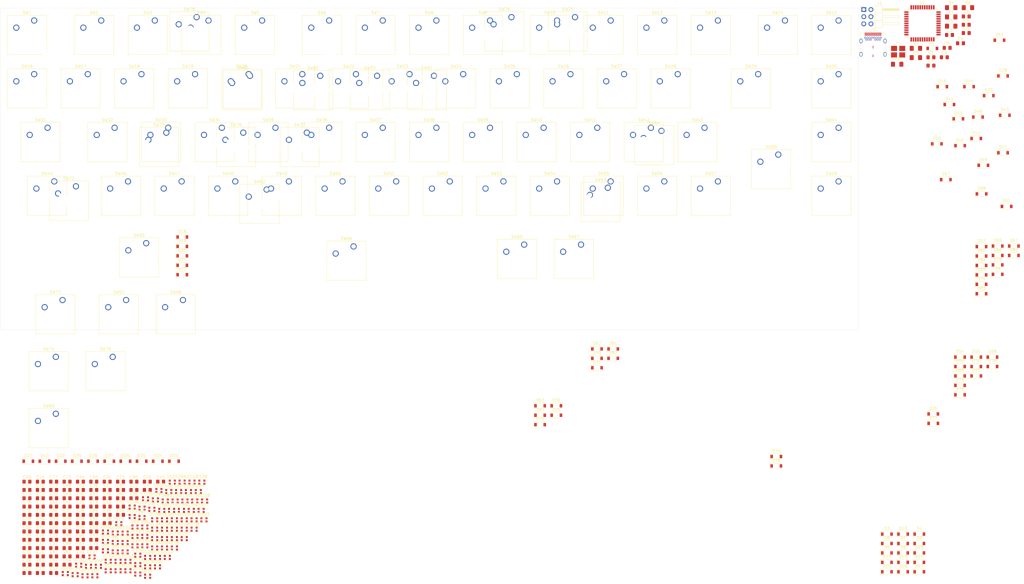
<source format=kicad_pcb>
(kicad_pcb (version 20171130) (host pcbnew 5.1.5+dfsg1-2build2)

  (general
    (thickness 1.6)
    (drawings 4)
    (tracks 0)
    (zones 0)
    (modules 353)
    (nets 217)
  )

  (page A3)
  (layers
    (0 F.Cu signal)
    (31 B.Cu signal)
    (32 B.Adhes user)
    (33 F.Adhes user)
    (34 B.Paste user)
    (35 F.Paste user)
    (36 B.SilkS user)
    (37 F.SilkS user)
    (38 B.Mask user)
    (39 F.Mask user)
    (40 Dwgs.User user)
    (41 Cmts.User user)
    (42 Eco1.User user)
    (43 Eco2.User user)
    (44 Edge.Cuts user)
    (45 Margin user)
    (46 B.CrtYd user)
    (47 F.CrtYd user)
    (48 B.Fab user)
    (49 F.Fab user)
  )

  (setup
    (last_trace_width 0.25)
    (trace_clearance 0.2)
    (zone_clearance 0.508)
    (zone_45_only no)
    (trace_min 0.2)
    (via_size 0.8)
    (via_drill 0.4)
    (via_min_size 0.6)
    (via_min_drill 0.3)
    (uvia_size 0.3)
    (uvia_drill 0.1)
    (uvias_allowed no)
    (uvia_min_size 0.2)
    (uvia_min_drill 0.1)
    (edge_width 0.05)
    (segment_width 0.2)
    (pcb_text_width 0.3)
    (pcb_text_size 1.5 1.5)
    (mod_edge_width 0.12)
    (mod_text_size 1 1)
    (mod_text_width 0.15)
    (pad_size 1.524 1.524)
    (pad_drill 0.762)
    (pad_to_mask_clearance 0.051)
    (solder_mask_min_width 0.25)
    (aux_axis_origin 0 0)
    (visible_elements FFFFF77F)
    (pcbplotparams
      (layerselection 0x010fc_ffffffff)
      (usegerberextensions false)
      (usegerberattributes false)
      (usegerberadvancedattributes false)
      (creategerberjobfile false)
      (excludeedgelayer true)
      (linewidth 0.100000)
      (plotframeref false)
      (viasonmask false)
      (mode 1)
      (useauxorigin false)
      (hpglpennumber 1)
      (hpglpenspeed 20)
      (hpglpendiameter 15.000000)
      (psnegative false)
      (psa4output false)
      (plotreference true)
      (plotvalue true)
      (plotinvisibletext false)
      (padsonsilk false)
      (subtractmaskfromsilk false)
      (outputformat 1)
      (mirror false)
      (drillshape 1)
      (scaleselection 1)
      (outputdirectory ""))
  )

  (net 0 "")
  (net 1 GND)
  (net 2 +5V)
  (net 3 "Net-(C7-Pad1)")
  (net 4 "Net-(C8-Pad2)")
  (net 5 "Net-(C9-Pad1)")
  (net 6 RST)
  (net 7 ROW0)
  (net 8 "Net-(D2-Pad2)")
  (net 9 "Net-(D3-Pad2)")
  (net 10 "Net-(D4-Pad2)")
  (net 11 "Net-(D5-Pad2)")
  (net 12 "Net-(D6-Pad2)")
  (net 13 "Net-(D7-Pad2)")
  (net 14 "Net-(D8-Pad2)")
  (net 15 "Net-(D9-Pad2)")
  (net 16 "Net-(D10-Pad2)")
  (net 17 "Net-(D11-Pad2)")
  (net 18 "Net-(D12-Pad2)")
  (net 19 "Net-(D13-Pad2)")
  (net 20 "Net-(D14-Pad2)")
  (net 21 "Net-(D15-Pad2)")
  (net 22 "Net-(D16-Pad2)")
  (net 23 ROW1)
  (net 24 "Net-(D17-Pad2)")
  (net 25 "Net-(D18-Pad2)")
  (net 26 "Net-(D19-Pad2)")
  (net 27 "Net-(D20-Pad2)")
  (net 28 "Net-(D21-Pad2)")
  (net 29 "Net-(D22-Pad2)")
  (net 30 "Net-(D23-Pad2)")
  (net 31 "Net-(D24-Pad2)")
  (net 32 "Net-(D25-Pad2)")
  (net 33 "Net-(D26-Pad2)")
  (net 34 "Net-(D27-Pad2)")
  (net 35 "Net-(D28-Pad2)")
  (net 36 "Net-(D29-Pad2)")
  (net 37 "Net-(D30-Pad2)")
  (net 38 "Net-(D31-Pad2)")
  (net 39 "Net-(D32-Pad2)")
  (net 40 ROW2)
  (net 41 "Net-(D33-Pad2)")
  (net 42 "Net-(D34-Pad2)")
  (net 43 "Net-(D35-Pad2)")
  (net 44 "Net-(D36-Pad2)")
  (net 45 "Net-(D37-Pad2)")
  (net 46 "Net-(D38-Pad2)")
  (net 47 "Net-(D39-Pad2)")
  (net 48 "Net-(D40-Pad2)")
  (net 49 "Net-(D41-Pad2)")
  (net 50 "Net-(D42-Pad2)")
  (net 51 "Net-(D43-Pad2)")
  (net 52 "Net-(D44-Pad2)")
  (net 53 "Net-(D45-Pad2)")
  (net 54 "Net-(D46-Pad2)")
  (net 55 ROW3)
  (net 56 "Net-(D47-Pad2)")
  (net 57 "Net-(D48-Pad2)")
  (net 58 "Net-(D49-Pad2)")
  (net 59 "Net-(D50-Pad2)")
  (net 60 "Net-(D51-Pad2)")
  (net 61 "Net-(D52-Pad2)")
  (net 62 "Net-(D53-Pad2)")
  (net 63 "Net-(D54-Pad2)")
  (net 64 "Net-(D55-Pad2)")
  (net 65 "Net-(D56-Pad2)")
  (net 66 "Net-(D57-Pad2)")
  (net 67 "Net-(D58-Pad2)")
  (net 68 "Net-(D59-Pad2)")
  (net 69 "Net-(D60-Pad2)")
  (net 70 ROW4)
  (net 71 "Net-(D61-Pad2)")
  (net 72 "Net-(D62-Pad2)")
  (net 73 "Net-(D63-Pad2)")
  (net 74 "Net-(D64-Pad2)")
  (net 75 "Net-(D65-Pad2)")
  (net 76 "Net-(D66-Pad2)")
  (net 77 "Net-(D67-Pad2)")
  (net 78 "Net-(D68-Pad2)")
  (net 79 "Net-(D69-Pad2)")
  (net 80 "Net-(D70-Pad2)")
  (net 81 "Net-(D71-Pad2)")
  (net 82 "Net-(D72-Pad2)")
  (net 83 "Net-(D73-Pad2)")
  (net 84 "Net-(D74-Pad2)")
  (net 85 "Net-(D75-Pad2)")
  (net 86 ROW5)
  (net 87 "Net-(D76-Pad2)")
  (net 88 "Net-(D77-Pad2)")
  (net 89 "Net-(D78-Pad2)")
  (net 90 "Net-(D79-Pad2)")
  (net 91 "Net-(D80-Pad2)")
  (net 92 "Net-(D81-Pad2)")
  (net 93 "Net-(D82-Pad2)")
  (net 94 "Net-(D83-Pad2)")
  (net 95 "Net-(D84-Pad2)")
  (net 96 "Net-(D85-Pad2)")
  (net 97 DIN)
  (net 98 "Net-(D86-Pad2)")
  (net 99 "Net-(D87-Pad2)")
  (net 100 "Net-(D88-Pad2)")
  (net 101 "Net-(D89-Pad2)")
  (net 102 "Net-(D90-Pad2)")
  (net 103 "Net-(D91-Pad2)")
  (net 104 "Net-(D92-Pad2)")
  (net 105 "Net-(D93-Pad2)")
  (net 106 "Net-(D94-Pad2)")
  (net 107 "Net-(D95-Pad2)")
  (net 108 "Net-(D96-Pad2)")
  (net 109 "Net-(D97-Pad2)")
  (net 110 "Net-(D98-Pad2)")
  (net 111 "Net-(D100-Pad4)")
  (net 112 "Net-(D100-Pad2)")
  (net 113 "Net-(D101-Pad2)")
  (net 114 "Net-(D102-Pad2)")
  (net 115 "Net-(D103-Pad2)")
  (net 116 "Net-(D104-Pad2)")
  (net 117 "Net-(D105-Pad2)")
  (net 118 "Net-(D106-Pad2)")
  (net 119 "Net-(D107-Pad2)")
  (net 120 "Net-(D108-Pad2)")
  (net 121 "Net-(D109-Pad2)")
  (net 122 "Net-(D110-Pad2)")
  (net 123 "Net-(D111-Pad2)")
  (net 124 "Net-(D112-Pad2)")
  (net 125 "Net-(D113-Pad2)")
  (net 126 "Net-(D114-Pad2)")
  (net 127 "Net-(D115-Pad2)")
  (net 128 "Net-(D116-Pad2)")
  (net 129 "Net-(D117-Pad2)")
  (net 130 "Net-(D118-Pad2)")
  (net 131 "Net-(D119-Pad2)")
  (net 132 "Net-(D120-Pad2)")
  (net 133 "Net-(D121-Pad2)")
  (net 134 "Net-(D122-Pad2)")
  (net 135 "Net-(D123-Pad2)")
  (net 136 "Net-(D124-Pad2)")
  (net 137 "Net-(D125-Pad2)")
  (net 138 "Net-(D126-Pad2)")
  (net 139 "Net-(D127-Pad2)")
  (net 140 "Net-(D128-Pad2)")
  (net 141 "Net-(D129-Pad2)")
  (net 142 "Net-(D130-Pad2)")
  (net 143 "Net-(D131-Pad2)")
  (net 144 "Net-(D132-Pad2)")
  (net 145 "Net-(D133-Pad2)")
  (net 146 "Net-(D134-Pad2)")
  (net 147 "Net-(D135-Pad2)")
  (net 148 "Net-(D136-Pad2)")
  (net 149 "Net-(D137-Pad2)")
  (net 150 "Net-(D138-Pad2)")
  (net 151 "Net-(D139-Pad2)")
  (net 152 "Net-(D140-Pad2)")
  (net 153 "Net-(D141-Pad2)")
  (net 154 "Net-(D142-Pad2)")
  (net 155 "Net-(D143-Pad2)")
  (net 156 "Net-(D144-Pad2)")
  (net 157 "Net-(D145-Pad2)")
  (net 158 "Net-(D146-Pad2)")
  (net 159 "Net-(D147-Pad2)")
  (net 160 "Net-(D148-Pad2)")
  (net 161 "Net-(D149-Pad2)")
  (net 162 "Net-(D150-Pad2)")
  (net 163 "Net-(D151-Pad2)")
  (net 164 "Net-(D152-Pad2)")
  (net 165 "Net-(D153-Pad2)")
  (net 166 "Net-(D154-Pad2)")
  (net 167 "Net-(D155-Pad2)")
  (net 168 "Net-(D156-Pad2)")
  (net 169 "Net-(D157-Pad2)")
  (net 170 "Net-(D158-Pad2)")
  (net 171 "Net-(D159-Pad2)")
  (net 172 "Net-(D160-Pad2)")
  (net 173 "Net-(D161-Pad2)")
  (net 174 "Net-(D162-Pad2)")
  (net 175 "Net-(D163-Pad2)")
  (net 176 "Net-(D164-Pad2)")
  (net 177 "Net-(D165-Pad2)")
  (net 178 "Net-(D166-Pad2)")
  (net 179 "Net-(D167-Pad2)")
  (net 180 "Net-(F1-Pad2)")
  (net 181 COL02)
  (net 182 COL00)
  (net 183 COL01)
  (net 184 "Net-(J2-PadA11)")
  (net 185 "Net-(J2-PadA10)")
  (net 186 "Net-(J2-PadA8)")
  (net 187 D-)
  (net 188 D+)
  (net 189 "Net-(J2-PadA5)")
  (net 190 "Net-(J2-PadA3)")
  (net 191 "Net-(J2-PadA2)")
  (net 192 "Net-(J2-PadB10)")
  (net 193 "Net-(J2-PadB3)")
  (net 194 "Net-(J2-PadB8)")
  (net 195 "Net-(J2-PadB5)")
  (net 196 "Net-(J2-PadB2)")
  (net 197 "Net-(J2-PadB11)")
  (net 198 "Net-(R4-Pad1)")
  (net 199 "Net-(R5-Pad2)")
  (net 200 "Net-(R6-Pad2)")
  (net 201 COL03)
  (net 202 COL04)
  (net 203 COL06)
  (net 204 COL07)
  (net 205 COL08)
  (net 206 COL09)
  (net 207 COL10)
  (net 208 COL11)
  (net 209 COL12)
  (net 210 COL13)
  (net 211 COL14)
  (net 212 COL15)
  (net 213 COL05)
  (net 214 "Net-(U1-Pad1)")
  (net 215 "Net-(U1-Pad8)")
  (net 216 "Net-(U1-Pad42)")

  (net_class Default "Dies ist die voreingestellte Netzklasse."
    (clearance 0.2)
    (trace_width 0.25)
    (via_dia 0.8)
    (via_drill 0.4)
    (uvia_dia 0.3)
    (uvia_drill 0.1)
    (add_net +5V)
    (add_net COL00)
    (add_net COL01)
    (add_net COL02)
    (add_net COL03)
    (add_net COL04)
    (add_net COL05)
    (add_net COL06)
    (add_net COL07)
    (add_net COL08)
    (add_net COL09)
    (add_net COL10)
    (add_net COL11)
    (add_net COL12)
    (add_net COL13)
    (add_net COL14)
    (add_net COL15)
    (add_net D+)
    (add_net D-)
    (add_net DIN)
    (add_net GND)
    (add_net "Net-(C7-Pad1)")
    (add_net "Net-(C8-Pad2)")
    (add_net "Net-(C9-Pad1)")
    (add_net "Net-(D10-Pad2)")
    (add_net "Net-(D100-Pad2)")
    (add_net "Net-(D100-Pad4)")
    (add_net "Net-(D101-Pad2)")
    (add_net "Net-(D102-Pad2)")
    (add_net "Net-(D103-Pad2)")
    (add_net "Net-(D104-Pad2)")
    (add_net "Net-(D105-Pad2)")
    (add_net "Net-(D106-Pad2)")
    (add_net "Net-(D107-Pad2)")
    (add_net "Net-(D108-Pad2)")
    (add_net "Net-(D109-Pad2)")
    (add_net "Net-(D11-Pad2)")
    (add_net "Net-(D110-Pad2)")
    (add_net "Net-(D111-Pad2)")
    (add_net "Net-(D112-Pad2)")
    (add_net "Net-(D113-Pad2)")
    (add_net "Net-(D114-Pad2)")
    (add_net "Net-(D115-Pad2)")
    (add_net "Net-(D116-Pad2)")
    (add_net "Net-(D117-Pad2)")
    (add_net "Net-(D118-Pad2)")
    (add_net "Net-(D119-Pad2)")
    (add_net "Net-(D12-Pad2)")
    (add_net "Net-(D120-Pad2)")
    (add_net "Net-(D121-Pad2)")
    (add_net "Net-(D122-Pad2)")
    (add_net "Net-(D123-Pad2)")
    (add_net "Net-(D124-Pad2)")
    (add_net "Net-(D125-Pad2)")
    (add_net "Net-(D126-Pad2)")
    (add_net "Net-(D127-Pad2)")
    (add_net "Net-(D128-Pad2)")
    (add_net "Net-(D129-Pad2)")
    (add_net "Net-(D13-Pad2)")
    (add_net "Net-(D130-Pad2)")
    (add_net "Net-(D131-Pad2)")
    (add_net "Net-(D132-Pad2)")
    (add_net "Net-(D133-Pad2)")
    (add_net "Net-(D134-Pad2)")
    (add_net "Net-(D135-Pad2)")
    (add_net "Net-(D136-Pad2)")
    (add_net "Net-(D137-Pad2)")
    (add_net "Net-(D138-Pad2)")
    (add_net "Net-(D139-Pad2)")
    (add_net "Net-(D14-Pad2)")
    (add_net "Net-(D140-Pad2)")
    (add_net "Net-(D141-Pad2)")
    (add_net "Net-(D142-Pad2)")
    (add_net "Net-(D143-Pad2)")
    (add_net "Net-(D144-Pad2)")
    (add_net "Net-(D145-Pad2)")
    (add_net "Net-(D146-Pad2)")
    (add_net "Net-(D147-Pad2)")
    (add_net "Net-(D148-Pad2)")
    (add_net "Net-(D149-Pad2)")
    (add_net "Net-(D15-Pad2)")
    (add_net "Net-(D150-Pad2)")
    (add_net "Net-(D151-Pad2)")
    (add_net "Net-(D152-Pad2)")
    (add_net "Net-(D153-Pad2)")
    (add_net "Net-(D154-Pad2)")
    (add_net "Net-(D155-Pad2)")
    (add_net "Net-(D156-Pad2)")
    (add_net "Net-(D157-Pad2)")
    (add_net "Net-(D158-Pad2)")
    (add_net "Net-(D159-Pad2)")
    (add_net "Net-(D16-Pad2)")
    (add_net "Net-(D160-Pad2)")
    (add_net "Net-(D161-Pad2)")
    (add_net "Net-(D162-Pad2)")
    (add_net "Net-(D163-Pad2)")
    (add_net "Net-(D164-Pad2)")
    (add_net "Net-(D165-Pad2)")
    (add_net "Net-(D166-Pad2)")
    (add_net "Net-(D167-Pad2)")
    (add_net "Net-(D17-Pad2)")
    (add_net "Net-(D18-Pad2)")
    (add_net "Net-(D19-Pad2)")
    (add_net "Net-(D2-Pad2)")
    (add_net "Net-(D20-Pad2)")
    (add_net "Net-(D21-Pad2)")
    (add_net "Net-(D22-Pad2)")
    (add_net "Net-(D23-Pad2)")
    (add_net "Net-(D24-Pad2)")
    (add_net "Net-(D25-Pad2)")
    (add_net "Net-(D26-Pad2)")
    (add_net "Net-(D27-Pad2)")
    (add_net "Net-(D28-Pad2)")
    (add_net "Net-(D29-Pad2)")
    (add_net "Net-(D3-Pad2)")
    (add_net "Net-(D30-Pad2)")
    (add_net "Net-(D31-Pad2)")
    (add_net "Net-(D32-Pad2)")
    (add_net "Net-(D33-Pad2)")
    (add_net "Net-(D34-Pad2)")
    (add_net "Net-(D35-Pad2)")
    (add_net "Net-(D36-Pad2)")
    (add_net "Net-(D37-Pad2)")
    (add_net "Net-(D38-Pad2)")
    (add_net "Net-(D39-Pad2)")
    (add_net "Net-(D4-Pad2)")
    (add_net "Net-(D40-Pad2)")
    (add_net "Net-(D41-Pad2)")
    (add_net "Net-(D42-Pad2)")
    (add_net "Net-(D43-Pad2)")
    (add_net "Net-(D44-Pad2)")
    (add_net "Net-(D45-Pad2)")
    (add_net "Net-(D46-Pad2)")
    (add_net "Net-(D47-Pad2)")
    (add_net "Net-(D48-Pad2)")
    (add_net "Net-(D49-Pad2)")
    (add_net "Net-(D5-Pad2)")
    (add_net "Net-(D50-Pad2)")
    (add_net "Net-(D51-Pad2)")
    (add_net "Net-(D52-Pad2)")
    (add_net "Net-(D53-Pad2)")
    (add_net "Net-(D54-Pad2)")
    (add_net "Net-(D55-Pad2)")
    (add_net "Net-(D56-Pad2)")
    (add_net "Net-(D57-Pad2)")
    (add_net "Net-(D58-Pad2)")
    (add_net "Net-(D59-Pad2)")
    (add_net "Net-(D6-Pad2)")
    (add_net "Net-(D60-Pad2)")
    (add_net "Net-(D61-Pad2)")
    (add_net "Net-(D62-Pad2)")
    (add_net "Net-(D63-Pad2)")
    (add_net "Net-(D64-Pad2)")
    (add_net "Net-(D65-Pad2)")
    (add_net "Net-(D66-Pad2)")
    (add_net "Net-(D67-Pad2)")
    (add_net "Net-(D68-Pad2)")
    (add_net "Net-(D69-Pad2)")
    (add_net "Net-(D7-Pad2)")
    (add_net "Net-(D70-Pad2)")
    (add_net "Net-(D71-Pad2)")
    (add_net "Net-(D72-Pad2)")
    (add_net "Net-(D73-Pad2)")
    (add_net "Net-(D74-Pad2)")
    (add_net "Net-(D75-Pad2)")
    (add_net "Net-(D76-Pad2)")
    (add_net "Net-(D77-Pad2)")
    (add_net "Net-(D78-Pad2)")
    (add_net "Net-(D79-Pad2)")
    (add_net "Net-(D8-Pad2)")
    (add_net "Net-(D80-Pad2)")
    (add_net "Net-(D81-Pad2)")
    (add_net "Net-(D82-Pad2)")
    (add_net "Net-(D83-Pad2)")
    (add_net "Net-(D84-Pad2)")
    (add_net "Net-(D85-Pad2)")
    (add_net "Net-(D86-Pad2)")
    (add_net "Net-(D87-Pad2)")
    (add_net "Net-(D88-Pad2)")
    (add_net "Net-(D89-Pad2)")
    (add_net "Net-(D9-Pad2)")
    (add_net "Net-(D90-Pad2)")
    (add_net "Net-(D91-Pad2)")
    (add_net "Net-(D92-Pad2)")
    (add_net "Net-(D93-Pad2)")
    (add_net "Net-(D94-Pad2)")
    (add_net "Net-(D95-Pad2)")
    (add_net "Net-(D96-Pad2)")
    (add_net "Net-(D97-Pad2)")
    (add_net "Net-(D98-Pad2)")
    (add_net "Net-(F1-Pad2)")
    (add_net "Net-(J2-PadA10)")
    (add_net "Net-(J2-PadA11)")
    (add_net "Net-(J2-PadA2)")
    (add_net "Net-(J2-PadA3)")
    (add_net "Net-(J2-PadA5)")
    (add_net "Net-(J2-PadA8)")
    (add_net "Net-(J2-PadB10)")
    (add_net "Net-(J2-PadB11)")
    (add_net "Net-(J2-PadB2)")
    (add_net "Net-(J2-PadB3)")
    (add_net "Net-(J2-PadB5)")
    (add_net "Net-(J2-PadB8)")
    (add_net "Net-(R4-Pad1)")
    (add_net "Net-(R5-Pad2)")
    (add_net "Net-(R6-Pad2)")
    (add_net "Net-(U1-Pad1)")
    (add_net "Net-(U1-Pad42)")
    (add_net "Net-(U1-Pad8)")
    (add_net ROW0)
    (add_net ROW1)
    (add_net ROW2)
    (add_net ROW3)
    (add_net ROW4)
    (add_net ROW5)
    (add_net RST)
  )

  (module Capacitor_SMD:C_0805_2012Metric_Pad1.15x1.40mm_HandSolder (layer F.Cu) (tedit 5B36C52B) (tstamp 5F15EB18)
    (at 368.725001 55.605001)
    (descr "Capacitor SMD 0805 (2012 Metric), square (rectangular) end terminal, IPC_7351 nominal with elongated pad for handsoldering. (Body size source: https://docs.google.com/spreadsheets/d/1BsfQQcO9C6DZCsRaXUlFlo91Tg2WpOkGARC1WS5S8t0/edit?usp=sharing), generated with kicad-footprint-generator")
    (tags "capacitor handsolder")
    (path /5F92990D)
    (attr smd)
    (fp_text reference C1 (at 0 -1.65) (layer F.SilkS)
      (effects (font (size 1 1) (thickness 0.15)))
    )
    (fp_text value 0.1uF (at 0 1.65) (layer F.Fab)
      (effects (font (size 1 1) (thickness 0.15)))
    )
    (fp_text user %R (at 0 0) (layer F.Fab)
      (effects (font (size 0.5 0.5) (thickness 0.08)))
    )
    (fp_line (start 1.85 0.95) (end -1.85 0.95) (layer F.CrtYd) (width 0.05))
    (fp_line (start 1.85 -0.95) (end 1.85 0.95) (layer F.CrtYd) (width 0.05))
    (fp_line (start -1.85 -0.95) (end 1.85 -0.95) (layer F.CrtYd) (width 0.05))
    (fp_line (start -1.85 0.95) (end -1.85 -0.95) (layer F.CrtYd) (width 0.05))
    (fp_line (start -0.261252 0.71) (end 0.261252 0.71) (layer F.SilkS) (width 0.12))
    (fp_line (start -0.261252 -0.71) (end 0.261252 -0.71) (layer F.SilkS) (width 0.12))
    (fp_line (start 1 0.6) (end -1 0.6) (layer F.Fab) (width 0.1))
    (fp_line (start 1 -0.6) (end 1 0.6) (layer F.Fab) (width 0.1))
    (fp_line (start -1 -0.6) (end 1 -0.6) (layer F.Fab) (width 0.1))
    (fp_line (start -1 0.6) (end -1 -0.6) (layer F.Fab) (width 0.1))
    (pad 2 smd roundrect (at 1.025 0) (size 1.15 1.4) (layers F.Cu F.Paste F.Mask) (roundrect_rratio 0.217391)
      (net 1 GND))
    (pad 1 smd roundrect (at -1.025 0) (size 1.15 1.4) (layers F.Cu F.Paste F.Mask) (roundrect_rratio 0.217391)
      (net 2 +5V))
    (model ${KISYS3DMOD}/Capacitor_SMD.3dshapes/C_0805_2012Metric.wrl
      (at (xyz 0 0 0))
      (scale (xyz 1 1 1))
      (rotate (xyz 0 0 0))
    )
  )

  (module Capacitor_SMD:C_0805_2012Metric_Pad1.15x1.40mm_HandSolder (layer F.Cu) (tedit 5B36C52B) (tstamp 5F15EB29)
    (at 381.265001 41.095001)
    (descr "Capacitor SMD 0805 (2012 Metric), square (rectangular) end terminal, IPC_7351 nominal with elongated pad for handsoldering. (Body size source: https://docs.google.com/spreadsheets/d/1BsfQQcO9C6DZCsRaXUlFlo91Tg2WpOkGARC1WS5S8t0/edit?usp=sharing), generated with kicad-footprint-generator")
    (tags "capacitor handsolder")
    (path /5EFFF252)
    (attr smd)
    (fp_text reference C2 (at 0 -1.65) (layer F.SilkS)
      (effects (font (size 1 1) (thickness 0.15)))
    )
    (fp_text value 0.1uF (at 0 1.65) (layer F.Fab)
      (effects (font (size 1 1) (thickness 0.15)))
    )
    (fp_text user %R (at 0 0) (layer F.Fab)
      (effects (font (size 0.5 0.5) (thickness 0.08)))
    )
    (fp_line (start 1.85 0.95) (end -1.85 0.95) (layer F.CrtYd) (width 0.05))
    (fp_line (start 1.85 -0.95) (end 1.85 0.95) (layer F.CrtYd) (width 0.05))
    (fp_line (start -1.85 -0.95) (end 1.85 -0.95) (layer F.CrtYd) (width 0.05))
    (fp_line (start -1.85 0.95) (end -1.85 -0.95) (layer F.CrtYd) (width 0.05))
    (fp_line (start -0.261252 0.71) (end 0.261252 0.71) (layer F.SilkS) (width 0.12))
    (fp_line (start -0.261252 -0.71) (end 0.261252 -0.71) (layer F.SilkS) (width 0.12))
    (fp_line (start 1 0.6) (end -1 0.6) (layer F.Fab) (width 0.1))
    (fp_line (start 1 -0.6) (end 1 0.6) (layer F.Fab) (width 0.1))
    (fp_line (start -1 -0.6) (end 1 -0.6) (layer F.Fab) (width 0.1))
    (fp_line (start -1 0.6) (end -1 -0.6) (layer F.Fab) (width 0.1))
    (pad 2 smd roundrect (at 1.025 0) (size 1.15 1.4) (layers F.Cu F.Paste F.Mask) (roundrect_rratio 0.217391)
      (net 1 GND))
    (pad 1 smd roundrect (at -1.025 0) (size 1.15 1.4) (layers F.Cu F.Paste F.Mask) (roundrect_rratio 0.217391)
      (net 2 +5V))
    (model ${KISYS3DMOD}/Capacitor_SMD.3dshapes/C_0805_2012Metric.wrl
      (at (xyz 0 0 0))
      (scale (xyz 1 1 1))
      (rotate (xyz 0 0 0))
    )
  )

  (module Capacitor_SMD:C_0805_2012Metric_Pad1.15x1.40mm_HandSolder (layer F.Cu) (tedit 5B36C52B) (tstamp 5F15EB3A)
    (at 375.315001 47.675001)
    (descr "Capacitor SMD 0805 (2012 Metric), square (rectangular) end terminal, IPC_7351 nominal with elongated pad for handsoldering. (Body size source: https://docs.google.com/spreadsheets/d/1BsfQQcO9C6DZCsRaXUlFlo91Tg2WpOkGARC1WS5S8t0/edit?usp=sharing), generated with kicad-footprint-generator")
    (tags "capacitor handsolder")
    (path /5F00AFA0)
    (attr smd)
    (fp_text reference C3 (at 0 -1.65) (layer F.SilkS)
      (effects (font (size 1 1) (thickness 0.15)))
    )
    (fp_text value 0.1uF (at 0 1.65) (layer F.Fab)
      (effects (font (size 1 1) (thickness 0.15)))
    )
    (fp_text user %R (at 0 0) (layer F.Fab)
      (effects (font (size 0.5 0.5) (thickness 0.08)))
    )
    (fp_line (start 1.85 0.95) (end -1.85 0.95) (layer F.CrtYd) (width 0.05))
    (fp_line (start 1.85 -0.95) (end 1.85 0.95) (layer F.CrtYd) (width 0.05))
    (fp_line (start -1.85 -0.95) (end 1.85 -0.95) (layer F.CrtYd) (width 0.05))
    (fp_line (start -1.85 0.95) (end -1.85 -0.95) (layer F.CrtYd) (width 0.05))
    (fp_line (start -0.261252 0.71) (end 0.261252 0.71) (layer F.SilkS) (width 0.12))
    (fp_line (start -0.261252 -0.71) (end 0.261252 -0.71) (layer F.SilkS) (width 0.12))
    (fp_line (start 1 0.6) (end -1 0.6) (layer F.Fab) (width 0.1))
    (fp_line (start 1 -0.6) (end 1 0.6) (layer F.Fab) (width 0.1))
    (fp_line (start -1 -0.6) (end 1 -0.6) (layer F.Fab) (width 0.1))
    (fp_line (start -1 0.6) (end -1 -0.6) (layer F.Fab) (width 0.1))
    (pad 2 smd roundrect (at 1.025 0) (size 1.15 1.4) (layers F.Cu F.Paste F.Mask) (roundrect_rratio 0.217391)
      (net 1 GND))
    (pad 1 smd roundrect (at -1.025 0) (size 1.15 1.4) (layers F.Cu F.Paste F.Mask) (roundrect_rratio 0.217391)
      (net 2 +5V))
    (model ${KISYS3DMOD}/Capacitor_SMD.3dshapes/C_0805_2012Metric.wrl
      (at (xyz 0 0 0))
      (scale (xyz 1 1 1))
      (rotate (xyz 0 0 0))
    )
  )

  (module Capacitor_SMD:C_0805_2012Metric_Pad1.15x1.40mm_HandSolder (layer F.Cu) (tedit 5B36C52B) (tstamp 5F15EB4B)
    (at 379.225001 50.625001)
    (descr "Capacitor SMD 0805 (2012 Metric), square (rectangular) end terminal, IPC_7351 nominal with elongated pad for handsoldering. (Body size source: https://docs.google.com/spreadsheets/d/1BsfQQcO9C6DZCsRaXUlFlo91Tg2WpOkGARC1WS5S8t0/edit?usp=sharing), generated with kicad-footprint-generator")
    (tags "capacitor handsolder")
    (path /5F00B4C3)
    (attr smd)
    (fp_text reference C4 (at 0 -1.65) (layer F.SilkS)
      (effects (font (size 1 1) (thickness 0.15)))
    )
    (fp_text value 0.1uF (at 0 1.65) (layer F.Fab)
      (effects (font (size 1 1) (thickness 0.15)))
    )
    (fp_line (start -1 0.6) (end -1 -0.6) (layer F.Fab) (width 0.1))
    (fp_line (start -1 -0.6) (end 1 -0.6) (layer F.Fab) (width 0.1))
    (fp_line (start 1 -0.6) (end 1 0.6) (layer F.Fab) (width 0.1))
    (fp_line (start 1 0.6) (end -1 0.6) (layer F.Fab) (width 0.1))
    (fp_line (start -0.261252 -0.71) (end 0.261252 -0.71) (layer F.SilkS) (width 0.12))
    (fp_line (start -0.261252 0.71) (end 0.261252 0.71) (layer F.SilkS) (width 0.12))
    (fp_line (start -1.85 0.95) (end -1.85 -0.95) (layer F.CrtYd) (width 0.05))
    (fp_line (start -1.85 -0.95) (end 1.85 -0.95) (layer F.CrtYd) (width 0.05))
    (fp_line (start 1.85 -0.95) (end 1.85 0.95) (layer F.CrtYd) (width 0.05))
    (fp_line (start 1.85 0.95) (end -1.85 0.95) (layer F.CrtYd) (width 0.05))
    (fp_text user %R (at 0 0) (layer F.Fab)
      (effects (font (size 0.5 0.5) (thickness 0.08)))
    )
    (pad 1 smd roundrect (at -1.025 0) (size 1.15 1.4) (layers F.Cu F.Paste F.Mask) (roundrect_rratio 0.217391)
      (net 2 +5V))
    (pad 2 smd roundrect (at 1.025 0) (size 1.15 1.4) (layers F.Cu F.Paste F.Mask) (roundrect_rratio 0.217391)
      (net 1 GND))
    (model ${KISYS3DMOD}/Capacitor_SMD.3dshapes/C_0805_2012Metric.wrl
      (at (xyz 0 0 0))
      (scale (xyz 1 1 1))
      (rotate (xyz 0 0 0))
    )
  )

  (module Capacitor_SMD:C_0805_2012Metric_Pad1.15x1.40mm_HandSolder (layer F.Cu) (tedit 5B36C52B) (tstamp 5F15EB5C)
    (at 381.265001 46.995001)
    (descr "Capacitor SMD 0805 (2012 Metric), square (rectangular) end terminal, IPC_7351 nominal with elongated pad for handsoldering. (Body size source: https://docs.google.com/spreadsheets/d/1BsfQQcO9C6DZCsRaXUlFlo91Tg2WpOkGARC1WS5S8t0/edit?usp=sharing), generated with kicad-footprint-generator")
    (tags "capacitor handsolder")
    (path /5F92A552)
    (attr smd)
    (fp_text reference C5 (at 0 -1.65) (layer F.SilkS)
      (effects (font (size 1 1) (thickness 0.15)))
    )
    (fp_text value 0.1uF (at 0 1.65) (layer F.Fab)
      (effects (font (size 1 1) (thickness 0.15)))
    )
    (fp_text user %R (at 0 0) (layer F.Fab)
      (effects (font (size 0.5 0.5) (thickness 0.08)))
    )
    (fp_line (start 1.85 0.95) (end -1.85 0.95) (layer F.CrtYd) (width 0.05))
    (fp_line (start 1.85 -0.95) (end 1.85 0.95) (layer F.CrtYd) (width 0.05))
    (fp_line (start -1.85 -0.95) (end 1.85 -0.95) (layer F.CrtYd) (width 0.05))
    (fp_line (start -1.85 0.95) (end -1.85 -0.95) (layer F.CrtYd) (width 0.05))
    (fp_line (start -0.261252 0.71) (end 0.261252 0.71) (layer F.SilkS) (width 0.12))
    (fp_line (start -0.261252 -0.71) (end 0.261252 -0.71) (layer F.SilkS) (width 0.12))
    (fp_line (start 1 0.6) (end -1 0.6) (layer F.Fab) (width 0.1))
    (fp_line (start 1 -0.6) (end 1 0.6) (layer F.Fab) (width 0.1))
    (fp_line (start -1 -0.6) (end 1 -0.6) (layer F.Fab) (width 0.1))
    (fp_line (start -1 0.6) (end -1 -0.6) (layer F.Fab) (width 0.1))
    (pad 2 smd roundrect (at 1.025 0) (size 1.15 1.4) (layers F.Cu F.Paste F.Mask) (roundrect_rratio 0.217391)
      (net 1 GND))
    (pad 1 smd roundrect (at -1.025 0) (size 1.15 1.4) (layers F.Cu F.Paste F.Mask) (roundrect_rratio 0.217391)
      (net 2 +5V))
    (model ${KISYS3DMOD}/Capacitor_SMD.3dshapes/C_0805_2012Metric.wrl
      (at (xyz 0 0 0))
      (scale (xyz 1 1 1))
      (rotate (xyz 0 0 0))
    )
  )

  (module Capacitor_SMD:C_0805_2012Metric_Pad1.15x1.40mm_HandSolder (layer F.Cu) (tedit 5B36C52B) (tstamp 5F15EB6D)
    (at 373.475001 55.605001)
    (descr "Capacitor SMD 0805 (2012 Metric), square (rectangular) end terminal, IPC_7351 nominal with elongated pad for handsoldering. (Body size source: https://docs.google.com/spreadsheets/d/1BsfQQcO9C6DZCsRaXUlFlo91Tg2WpOkGARC1WS5S8t0/edit?usp=sharing), generated with kicad-footprint-generator")
    (tags "capacitor handsolder")
    (path /5F007EF5)
    (attr smd)
    (fp_text reference C6 (at 0 -1.65) (layer F.SilkS)
      (effects (font (size 1 1) (thickness 0.15)))
    )
    (fp_text value 10uF (at 0 1.65) (layer F.Fab)
      (effects (font (size 1 1) (thickness 0.15)))
    )
    (fp_line (start -1 0.6) (end -1 -0.6) (layer F.Fab) (width 0.1))
    (fp_line (start -1 -0.6) (end 1 -0.6) (layer F.Fab) (width 0.1))
    (fp_line (start 1 -0.6) (end 1 0.6) (layer F.Fab) (width 0.1))
    (fp_line (start 1 0.6) (end -1 0.6) (layer F.Fab) (width 0.1))
    (fp_line (start -0.261252 -0.71) (end 0.261252 -0.71) (layer F.SilkS) (width 0.12))
    (fp_line (start -0.261252 0.71) (end 0.261252 0.71) (layer F.SilkS) (width 0.12))
    (fp_line (start -1.85 0.95) (end -1.85 -0.95) (layer F.CrtYd) (width 0.05))
    (fp_line (start -1.85 -0.95) (end 1.85 -0.95) (layer F.CrtYd) (width 0.05))
    (fp_line (start 1.85 -0.95) (end 1.85 0.95) (layer F.CrtYd) (width 0.05))
    (fp_line (start 1.85 0.95) (end -1.85 0.95) (layer F.CrtYd) (width 0.05))
    (fp_text user %R (at 0 0) (layer F.Fab)
      (effects (font (size 0.5 0.5) (thickness 0.08)))
    )
    (pad 1 smd roundrect (at -1.025 0) (size 1.15 1.4) (layers F.Cu F.Paste F.Mask) (roundrect_rratio 0.217391)
      (net 2 +5V))
    (pad 2 smd roundrect (at 1.025 0) (size 1.15 1.4) (layers F.Cu F.Paste F.Mask) (roundrect_rratio 0.217391)
      (net 1 GND))
    (model ${KISYS3DMOD}/Capacitor_SMD.3dshapes/C_0805_2012Metric.wrl
      (at (xyz 0 0 0))
      (scale (xyz 1 1 1))
      (rotate (xyz 0 0 0))
    )
  )

  (module Capacitor_SMD:C_0805_2012Metric_Pad1.15x1.40mm_HandSolder (layer F.Cu) (tedit 5B36C52B) (tstamp 5F15EB7E)
    (at 368.725001 58.555001)
    (descr "Capacitor SMD 0805 (2012 Metric), square (rectangular) end terminal, IPC_7351 nominal with elongated pad for handsoldering. (Body size source: https://docs.google.com/spreadsheets/d/1BsfQQcO9C6DZCsRaXUlFlo91Tg2WpOkGARC1WS5S8t0/edit?usp=sharing), generated with kicad-footprint-generator")
    (tags "capacitor handsolder")
    (path /5F0786B1)
    (attr smd)
    (fp_text reference C7 (at 0 -1.65) (layer F.SilkS)
      (effects (font (size 1 1) (thickness 0.15)))
    )
    (fp_text value 22pF (at 0 1.65) (layer F.Fab)
      (effects (font (size 1 1) (thickness 0.15)))
    )
    (fp_text user %R (at 0 0) (layer F.Fab)
      (effects (font (size 0.5 0.5) (thickness 0.08)))
    )
    (fp_line (start 1.85 0.95) (end -1.85 0.95) (layer F.CrtYd) (width 0.05))
    (fp_line (start 1.85 -0.95) (end 1.85 0.95) (layer F.CrtYd) (width 0.05))
    (fp_line (start -1.85 -0.95) (end 1.85 -0.95) (layer F.CrtYd) (width 0.05))
    (fp_line (start -1.85 0.95) (end -1.85 -0.95) (layer F.CrtYd) (width 0.05))
    (fp_line (start -0.261252 0.71) (end 0.261252 0.71) (layer F.SilkS) (width 0.12))
    (fp_line (start -0.261252 -0.71) (end 0.261252 -0.71) (layer F.SilkS) (width 0.12))
    (fp_line (start 1 0.6) (end -1 0.6) (layer F.Fab) (width 0.1))
    (fp_line (start 1 -0.6) (end 1 0.6) (layer F.Fab) (width 0.1))
    (fp_line (start -1 -0.6) (end 1 -0.6) (layer F.Fab) (width 0.1))
    (fp_line (start -1 0.6) (end -1 -0.6) (layer F.Fab) (width 0.1))
    (pad 2 smd roundrect (at 1.025 0) (size 1.15 1.4) (layers F.Cu F.Paste F.Mask) (roundrect_rratio 0.217391)
      (net 1 GND))
    (pad 1 smd roundrect (at -1.025 0) (size 1.15 1.4) (layers F.Cu F.Paste F.Mask) (roundrect_rratio 0.217391)
      (net 3 "Net-(C7-Pad1)"))
    (model ${KISYS3DMOD}/Capacitor_SMD.3dshapes/C_0805_2012Metric.wrl
      (at (xyz 0 0 0))
      (scale (xyz 1 1 1))
      (rotate (xyz 0 0 0))
    )
  )

  (module Capacitor_SMD:C_0805_2012Metric_Pad1.15x1.40mm_HandSolder (layer F.Cu) (tedit 5B36C52B) (tstamp 5F15EB8F)
    (at 374.475001 52.255001)
    (descr "Capacitor SMD 0805 (2012 Metric), square (rectangular) end terminal, IPC_7351 nominal with elongated pad for handsoldering. (Body size source: https://docs.google.com/spreadsheets/d/1BsfQQcO9C6DZCsRaXUlFlo91Tg2WpOkGARC1WS5S8t0/edit?usp=sharing), generated with kicad-footprint-generator")
    (tags "capacitor handsolder")
    (path /5F0BA64F)
    (attr smd)
    (fp_text reference C8 (at 0 -1.65) (layer F.SilkS)
      (effects (font (size 1 1) (thickness 0.15)))
    )
    (fp_text value 22pF (at 0 1.65) (layer F.Fab)
      (effects (font (size 1 1) (thickness 0.15)))
    )
    (fp_text user %R (at 0 0) (layer F.Fab)
      (effects (font (size 0.5 0.5) (thickness 0.08)))
    )
    (fp_line (start 1.85 0.95) (end -1.85 0.95) (layer F.CrtYd) (width 0.05))
    (fp_line (start 1.85 -0.95) (end 1.85 0.95) (layer F.CrtYd) (width 0.05))
    (fp_line (start -1.85 -0.95) (end 1.85 -0.95) (layer F.CrtYd) (width 0.05))
    (fp_line (start -1.85 0.95) (end -1.85 -0.95) (layer F.CrtYd) (width 0.05))
    (fp_line (start -0.261252 0.71) (end 0.261252 0.71) (layer F.SilkS) (width 0.12))
    (fp_line (start -0.261252 -0.71) (end 0.261252 -0.71) (layer F.SilkS) (width 0.12))
    (fp_line (start 1 0.6) (end -1 0.6) (layer F.Fab) (width 0.1))
    (fp_line (start 1 -0.6) (end 1 0.6) (layer F.Fab) (width 0.1))
    (fp_line (start -1 -0.6) (end 1 -0.6) (layer F.Fab) (width 0.1))
    (fp_line (start -1 0.6) (end -1 -0.6) (layer F.Fab) (width 0.1))
    (pad 2 smd roundrect (at 1.025 0) (size 1.15 1.4) (layers F.Cu F.Paste F.Mask) (roundrect_rratio 0.217391)
      (net 4 "Net-(C8-Pad2)"))
    (pad 1 smd roundrect (at -1.025 0) (size 1.15 1.4) (layers F.Cu F.Paste F.Mask) (roundrect_rratio 0.217391)
      (net 1 GND))
    (model ${KISYS3DMOD}/Capacitor_SMD.3dshapes/C_0805_2012Metric.wrl
      (at (xyz 0 0 0))
      (scale (xyz 1 1 1))
      (rotate (xyz 0 0 0))
    )
  )

  (module Capacitor_SMD:C_0805_2012Metric_Pad1.15x1.40mm_HandSolder (layer F.Cu) (tedit 5B36C52B) (tstamp 5F15EBA0)
    (at 381.265001 44.045001)
    (descr "Capacitor SMD 0805 (2012 Metric), square (rectangular) end terminal, IPC_7351 nominal with elongated pad for handsoldering. (Body size source: https://docs.google.com/spreadsheets/d/1BsfQQcO9C6DZCsRaXUlFlo91Tg2WpOkGARC1WS5S8t0/edit?usp=sharing), generated with kicad-footprint-generator")
    (tags "capacitor handsolder")
    (path /5F049C39)
    (attr smd)
    (fp_text reference C9 (at 0 -1.65) (layer F.SilkS)
      (effects (font (size 1 1) (thickness 0.15)))
    )
    (fp_text value 1uF (at 0 1.65) (layer F.Fab)
      (effects (font (size 1 1) (thickness 0.15)))
    )
    (fp_line (start -1 0.6) (end -1 -0.6) (layer F.Fab) (width 0.1))
    (fp_line (start -1 -0.6) (end 1 -0.6) (layer F.Fab) (width 0.1))
    (fp_line (start 1 -0.6) (end 1 0.6) (layer F.Fab) (width 0.1))
    (fp_line (start 1 0.6) (end -1 0.6) (layer F.Fab) (width 0.1))
    (fp_line (start -0.261252 -0.71) (end 0.261252 -0.71) (layer F.SilkS) (width 0.12))
    (fp_line (start -0.261252 0.71) (end 0.261252 0.71) (layer F.SilkS) (width 0.12))
    (fp_line (start -1.85 0.95) (end -1.85 -0.95) (layer F.CrtYd) (width 0.05))
    (fp_line (start -1.85 -0.95) (end 1.85 -0.95) (layer F.CrtYd) (width 0.05))
    (fp_line (start 1.85 -0.95) (end 1.85 0.95) (layer F.CrtYd) (width 0.05))
    (fp_line (start 1.85 0.95) (end -1.85 0.95) (layer F.CrtYd) (width 0.05))
    (fp_text user %R (at 0 0) (layer F.Fab)
      (effects (font (size 0.5 0.5) (thickness 0.08)))
    )
    (pad 1 smd roundrect (at -1.025 0) (size 1.15 1.4) (layers F.Cu F.Paste F.Mask) (roundrect_rratio 0.217391)
      (net 5 "Net-(C9-Pad1)"))
    (pad 2 smd roundrect (at 1.025 0) (size 1.15 1.4) (layers F.Cu F.Paste F.Mask) (roundrect_rratio 0.217391)
      (net 1 GND))
    (model ${KISYS3DMOD}/Capacitor_SMD.3dshapes/C_0805_2012Metric.wrl
      (at (xyz 0 0 0))
      (scale (xyz 1 1 1))
      (rotate (xyz 0 0 0))
    )
  )

  (module Capacitor_SMD:C_0805_2012Metric_Pad1.15x1.40mm_HandSolder (layer F.Cu) (tedit 5B36C52B) (tstamp 5F15EBB1)
    (at 76.095001 215.205001)
    (descr "Capacitor SMD 0805 (2012 Metric), square (rectangular) end terminal, IPC_7351 nominal with elongated pad for handsoldering. (Body size source: https://docs.google.com/spreadsheets/d/1BsfQQcO9C6DZCsRaXUlFlo91Tg2WpOkGARC1WS5S8t0/edit?usp=sharing), generated with kicad-footprint-generator")
    (tags "capacitor handsolder")
    (path /5F949B9C/5FD1B778)
    (attr smd)
    (fp_text reference C10 (at 0 -1.65) (layer F.SilkS)
      (effects (font (size 1 1) (thickness 0.15)))
    )
    (fp_text value 0.1uF (at 0 1.65) (layer F.Fab)
      (effects (font (size 1 1) (thickness 0.15)))
    )
    (fp_text user %R (at 0 0) (layer F.Fab)
      (effects (font (size 0.5 0.5) (thickness 0.08)))
    )
    (fp_line (start 1.85 0.95) (end -1.85 0.95) (layer F.CrtYd) (width 0.05))
    (fp_line (start 1.85 -0.95) (end 1.85 0.95) (layer F.CrtYd) (width 0.05))
    (fp_line (start -1.85 -0.95) (end 1.85 -0.95) (layer F.CrtYd) (width 0.05))
    (fp_line (start -1.85 0.95) (end -1.85 -0.95) (layer F.CrtYd) (width 0.05))
    (fp_line (start -0.261252 0.71) (end 0.261252 0.71) (layer F.SilkS) (width 0.12))
    (fp_line (start -0.261252 -0.71) (end 0.261252 -0.71) (layer F.SilkS) (width 0.12))
    (fp_line (start 1 0.6) (end -1 0.6) (layer F.Fab) (width 0.1))
    (fp_line (start 1 -0.6) (end 1 0.6) (layer F.Fab) (width 0.1))
    (fp_line (start -1 -0.6) (end 1 -0.6) (layer F.Fab) (width 0.1))
    (fp_line (start -1 0.6) (end -1 -0.6) (layer F.Fab) (width 0.1))
    (pad 2 smd roundrect (at 1.025 0) (size 1.15 1.4) (layers F.Cu F.Paste F.Mask) (roundrect_rratio 0.217391)
      (net 1 GND))
    (pad 1 smd roundrect (at -1.025 0) (size 1.15 1.4) (layers F.Cu F.Paste F.Mask) (roundrect_rratio 0.217391)
      (net 2 +5V))
    (model ${KISYS3DMOD}/Capacitor_SMD.3dshapes/C_0805_2012Metric.wrl
      (at (xyz 0 0 0))
      (scale (xyz 1 1 1))
      (rotate (xyz 0 0 0))
    )
  )

  (module Capacitor_SMD:C_0805_2012Metric_Pad1.15x1.40mm_HandSolder (layer F.Cu) (tedit 5B36C52B) (tstamp 5F15EBC2)
    (at 52.345001 238.805001)
    (descr "Capacitor SMD 0805 (2012 Metric), square (rectangular) end terminal, IPC_7351 nominal with elongated pad for handsoldering. (Body size source: https://docs.google.com/spreadsheets/d/1BsfQQcO9C6DZCsRaXUlFlo91Tg2WpOkGARC1WS5S8t0/edit?usp=sharing), generated with kicad-footprint-generator")
    (tags "capacitor handsolder")
    (path /5F949B9C/5FD3F1FB)
    (attr smd)
    (fp_text reference C11 (at 0 -1.65) (layer F.SilkS)
      (effects (font (size 1 1) (thickness 0.15)))
    )
    (fp_text value 0.1uF (at 0 1.65) (layer F.Fab)
      (effects (font (size 1 1) (thickness 0.15)))
    )
    (fp_line (start -1 0.6) (end -1 -0.6) (layer F.Fab) (width 0.1))
    (fp_line (start -1 -0.6) (end 1 -0.6) (layer F.Fab) (width 0.1))
    (fp_line (start 1 -0.6) (end 1 0.6) (layer F.Fab) (width 0.1))
    (fp_line (start 1 0.6) (end -1 0.6) (layer F.Fab) (width 0.1))
    (fp_line (start -0.261252 -0.71) (end 0.261252 -0.71) (layer F.SilkS) (width 0.12))
    (fp_line (start -0.261252 0.71) (end 0.261252 0.71) (layer F.SilkS) (width 0.12))
    (fp_line (start -1.85 0.95) (end -1.85 -0.95) (layer F.CrtYd) (width 0.05))
    (fp_line (start -1.85 -0.95) (end 1.85 -0.95) (layer F.CrtYd) (width 0.05))
    (fp_line (start 1.85 -0.95) (end 1.85 0.95) (layer F.CrtYd) (width 0.05))
    (fp_line (start 1.85 0.95) (end -1.85 0.95) (layer F.CrtYd) (width 0.05))
    (fp_text user %R (at 0 0) (layer F.Fab)
      (effects (font (size 0.5 0.5) (thickness 0.08)))
    )
    (pad 1 smd roundrect (at -1.025 0) (size 1.15 1.4) (layers F.Cu F.Paste F.Mask) (roundrect_rratio 0.217391)
      (net 2 +5V))
    (pad 2 smd roundrect (at 1.025 0) (size 1.15 1.4) (layers F.Cu F.Paste F.Mask) (roundrect_rratio 0.217391)
      (net 1 GND))
    (model ${KISYS3DMOD}/Capacitor_SMD.3dshapes/C_0805_2012Metric.wrl
      (at (xyz 0 0 0))
      (scale (xyz 1 1 1))
      (rotate (xyz 0 0 0))
    )
  )

  (module Capacitor_SMD:C_0805_2012Metric_Pad1.15x1.40mm_HandSolder (layer F.Cu) (tedit 5B36C52B) (tstamp 5F15EBD3)
    (at 76.095001 212.255001)
    (descr "Capacitor SMD 0805 (2012 Metric), square (rectangular) end terminal, IPC_7351 nominal with elongated pad for handsoldering. (Body size source: https://docs.google.com/spreadsheets/d/1BsfQQcO9C6DZCsRaXUlFlo91Tg2WpOkGARC1WS5S8t0/edit?usp=sharing), generated with kicad-footprint-generator")
    (tags "capacitor handsolder")
    (path /5F949B9C/5FD40FAE)
    (attr smd)
    (fp_text reference C12 (at 0 -1.65) (layer F.SilkS)
      (effects (font (size 1 1) (thickness 0.15)))
    )
    (fp_text value 0.1uF (at 0 1.65) (layer F.Fab)
      (effects (font (size 1 1) (thickness 0.15)))
    )
    (fp_text user %R (at 0 0) (layer F.Fab)
      (effects (font (size 0.5 0.5) (thickness 0.08)))
    )
    (fp_line (start 1.85 0.95) (end -1.85 0.95) (layer F.CrtYd) (width 0.05))
    (fp_line (start 1.85 -0.95) (end 1.85 0.95) (layer F.CrtYd) (width 0.05))
    (fp_line (start -1.85 -0.95) (end 1.85 -0.95) (layer F.CrtYd) (width 0.05))
    (fp_line (start -1.85 0.95) (end -1.85 -0.95) (layer F.CrtYd) (width 0.05))
    (fp_line (start -0.261252 0.71) (end 0.261252 0.71) (layer F.SilkS) (width 0.12))
    (fp_line (start -0.261252 -0.71) (end 0.261252 -0.71) (layer F.SilkS) (width 0.12))
    (fp_line (start 1 0.6) (end -1 0.6) (layer F.Fab) (width 0.1))
    (fp_line (start 1 -0.6) (end 1 0.6) (layer F.Fab) (width 0.1))
    (fp_line (start -1 -0.6) (end 1 -0.6) (layer F.Fab) (width 0.1))
    (fp_line (start -1 0.6) (end -1 -0.6) (layer F.Fab) (width 0.1))
    (pad 2 smd roundrect (at 1.025 0) (size 1.15 1.4) (layers F.Cu F.Paste F.Mask) (roundrect_rratio 0.217391)
      (net 1 GND))
    (pad 1 smd roundrect (at -1.025 0) (size 1.15 1.4) (layers F.Cu F.Paste F.Mask) (roundrect_rratio 0.217391)
      (net 2 +5V))
    (model ${KISYS3DMOD}/Capacitor_SMD.3dshapes/C_0805_2012Metric.wrl
      (at (xyz 0 0 0))
      (scale (xyz 1 1 1))
      (rotate (xyz 0 0 0))
    )
  )

  (module Capacitor_SMD:C_0805_2012Metric_Pad1.15x1.40mm_HandSolder (layer F.Cu) (tedit 5B36C52B) (tstamp 5F15EBE4)
    (at 85.595001 209.305001)
    (descr "Capacitor SMD 0805 (2012 Metric), square (rectangular) end terminal, IPC_7351 nominal with elongated pad for handsoldering. (Body size source: https://docs.google.com/spreadsheets/d/1BsfQQcO9C6DZCsRaXUlFlo91Tg2WpOkGARC1WS5S8t0/edit?usp=sharing), generated with kicad-footprint-generator")
    (tags "capacitor handsolder")
    (path /5F949B9C/5FD423D5)
    (attr smd)
    (fp_text reference C13 (at 0 -1.65) (layer F.SilkS)
      (effects (font (size 1 1) (thickness 0.15)))
    )
    (fp_text value 0.1uF (at 0 1.65) (layer F.Fab)
      (effects (font (size 1 1) (thickness 0.15)))
    )
    (fp_line (start -1 0.6) (end -1 -0.6) (layer F.Fab) (width 0.1))
    (fp_line (start -1 -0.6) (end 1 -0.6) (layer F.Fab) (width 0.1))
    (fp_line (start 1 -0.6) (end 1 0.6) (layer F.Fab) (width 0.1))
    (fp_line (start 1 0.6) (end -1 0.6) (layer F.Fab) (width 0.1))
    (fp_line (start -0.261252 -0.71) (end 0.261252 -0.71) (layer F.SilkS) (width 0.12))
    (fp_line (start -0.261252 0.71) (end 0.261252 0.71) (layer F.SilkS) (width 0.12))
    (fp_line (start -1.85 0.95) (end -1.85 -0.95) (layer F.CrtYd) (width 0.05))
    (fp_line (start -1.85 -0.95) (end 1.85 -0.95) (layer F.CrtYd) (width 0.05))
    (fp_line (start 1.85 -0.95) (end 1.85 0.95) (layer F.CrtYd) (width 0.05))
    (fp_line (start 1.85 0.95) (end -1.85 0.95) (layer F.CrtYd) (width 0.05))
    (fp_text user %R (at 0 0) (layer F.Fab)
      (effects (font (size 0.5 0.5) (thickness 0.08)))
    )
    (pad 1 smd roundrect (at -1.025 0) (size 1.15 1.4) (layers F.Cu F.Paste F.Mask) (roundrect_rratio 0.217391)
      (net 2 +5V))
    (pad 2 smd roundrect (at 1.025 0) (size 1.15 1.4) (layers F.Cu F.Paste F.Mask) (roundrect_rratio 0.217391)
      (net 1 GND))
    (model ${KISYS3DMOD}/Capacitor_SMD.3dshapes/C_0805_2012Metric.wrl
      (at (xyz 0 0 0))
      (scale (xyz 1 1 1))
      (rotate (xyz 0 0 0))
    )
  )

  (module Capacitor_SMD:C_0805_2012Metric_Pad1.15x1.40mm_HandSolder (layer F.Cu) (tedit 5B36C52B) (tstamp 5F15EBF5)
    (at 76.095001 218.155001)
    (descr "Capacitor SMD 0805 (2012 Metric), square (rectangular) end terminal, IPC_7351 nominal with elongated pad for handsoldering. (Body size source: https://docs.google.com/spreadsheets/d/1BsfQQcO9C6DZCsRaXUlFlo91Tg2WpOkGARC1WS5S8t0/edit?usp=sharing), generated with kicad-footprint-generator")
    (tags "capacitor handsolder")
    (path /5F949B9C/5FD4399A)
    (attr smd)
    (fp_text reference C14 (at 0 -1.65) (layer F.SilkS)
      (effects (font (size 1 1) (thickness 0.15)))
    )
    (fp_text value 0.1uF (at 0 1.65) (layer F.Fab)
      (effects (font (size 1 1) (thickness 0.15)))
    )
    (fp_text user %R (at 0 0) (layer F.Fab)
      (effects (font (size 0.5 0.5) (thickness 0.08)))
    )
    (fp_line (start 1.85 0.95) (end -1.85 0.95) (layer F.CrtYd) (width 0.05))
    (fp_line (start 1.85 -0.95) (end 1.85 0.95) (layer F.CrtYd) (width 0.05))
    (fp_line (start -1.85 -0.95) (end 1.85 -0.95) (layer F.CrtYd) (width 0.05))
    (fp_line (start -1.85 0.95) (end -1.85 -0.95) (layer F.CrtYd) (width 0.05))
    (fp_line (start -0.261252 0.71) (end 0.261252 0.71) (layer F.SilkS) (width 0.12))
    (fp_line (start -0.261252 -0.71) (end 0.261252 -0.71) (layer F.SilkS) (width 0.12))
    (fp_line (start 1 0.6) (end -1 0.6) (layer F.Fab) (width 0.1))
    (fp_line (start 1 -0.6) (end 1 0.6) (layer F.Fab) (width 0.1))
    (fp_line (start -1 -0.6) (end 1 -0.6) (layer F.Fab) (width 0.1))
    (fp_line (start -1 0.6) (end -1 -0.6) (layer F.Fab) (width 0.1))
    (pad 2 smd roundrect (at 1.025 0) (size 1.15 1.4) (layers F.Cu F.Paste F.Mask) (roundrect_rratio 0.217391)
      (net 1 GND))
    (pad 1 smd roundrect (at -1.025 0) (size 1.15 1.4) (layers F.Cu F.Paste F.Mask) (roundrect_rratio 0.217391)
      (net 2 +5V))
    (model ${KISYS3DMOD}/Capacitor_SMD.3dshapes/C_0805_2012Metric.wrl
      (at (xyz 0 0 0))
      (scale (xyz 1 1 1))
      (rotate (xyz 0 0 0))
    )
  )

  (module Capacitor_SMD:C_0805_2012Metric_Pad1.15x1.40mm_HandSolder (layer F.Cu) (tedit 5B36C52B) (tstamp 5F15EC06)
    (at 47.595001 212.255001)
    (descr "Capacitor SMD 0805 (2012 Metric), square (rectangular) end terminal, IPC_7351 nominal with elongated pad for handsoldering. (Body size source: https://docs.google.com/spreadsheets/d/1BsfQQcO9C6DZCsRaXUlFlo91Tg2WpOkGARC1WS5S8t0/edit?usp=sharing), generated with kicad-footprint-generator")
    (tags "capacitor handsolder")
    (path /5F949B9C/5F62CADC)
    (attr smd)
    (fp_text reference C15 (at 0 -1.65) (layer F.SilkS)
      (effects (font (size 1 1) (thickness 0.15)))
    )
    (fp_text value 0.1uF (at 0 1.65) (layer F.Fab)
      (effects (font (size 1 1) (thickness 0.15)))
    )
    (fp_line (start -1 0.6) (end -1 -0.6) (layer F.Fab) (width 0.1))
    (fp_line (start -1 -0.6) (end 1 -0.6) (layer F.Fab) (width 0.1))
    (fp_line (start 1 -0.6) (end 1 0.6) (layer F.Fab) (width 0.1))
    (fp_line (start 1 0.6) (end -1 0.6) (layer F.Fab) (width 0.1))
    (fp_line (start -0.261252 -0.71) (end 0.261252 -0.71) (layer F.SilkS) (width 0.12))
    (fp_line (start -0.261252 0.71) (end 0.261252 0.71) (layer F.SilkS) (width 0.12))
    (fp_line (start -1.85 0.95) (end -1.85 -0.95) (layer F.CrtYd) (width 0.05))
    (fp_line (start -1.85 -0.95) (end 1.85 -0.95) (layer F.CrtYd) (width 0.05))
    (fp_line (start 1.85 -0.95) (end 1.85 0.95) (layer F.CrtYd) (width 0.05))
    (fp_line (start 1.85 0.95) (end -1.85 0.95) (layer F.CrtYd) (width 0.05))
    (fp_text user %R (at 0 0) (layer F.Fab)
      (effects (font (size 0.5 0.5) (thickness 0.08)))
    )
    (pad 1 smd roundrect (at -1.025 0) (size 1.15 1.4) (layers F.Cu F.Paste F.Mask) (roundrect_rratio 0.217391)
      (net 2 +5V))
    (pad 2 smd roundrect (at 1.025 0) (size 1.15 1.4) (layers F.Cu F.Paste F.Mask) (roundrect_rratio 0.217391)
      (net 1 GND))
    (model ${KISYS3DMOD}/Capacitor_SMD.3dshapes/C_0805_2012Metric.wrl
      (at (xyz 0 0 0))
      (scale (xyz 1 1 1))
      (rotate (xyz 0 0 0))
    )
  )

  (module Capacitor_SMD:C_0805_2012Metric_Pad1.15x1.40mm_HandSolder (layer F.Cu) (tedit 5B36C52B) (tstamp 5F15EC17)
    (at 52.345001 206.355001)
    (descr "Capacitor SMD 0805 (2012 Metric), square (rectangular) end terminal, IPC_7351 nominal with elongated pad for handsoldering. (Body size source: https://docs.google.com/spreadsheets/d/1BsfQQcO9C6DZCsRaXUlFlo91Tg2WpOkGARC1WS5S8t0/edit?usp=sharing), generated with kicad-footprint-generator")
    (tags "capacitor handsolder")
    (path /5F949B9C/5F62CAFF)
    (attr smd)
    (fp_text reference C16 (at 0 -1.65) (layer F.SilkS)
      (effects (font (size 1 1) (thickness 0.15)))
    )
    (fp_text value 0.1uF (at 0 1.65) (layer F.Fab)
      (effects (font (size 1 1) (thickness 0.15)))
    )
    (fp_text user %R (at 0 0) (layer F.Fab)
      (effects (font (size 0.5 0.5) (thickness 0.08)))
    )
    (fp_line (start 1.85 0.95) (end -1.85 0.95) (layer F.CrtYd) (width 0.05))
    (fp_line (start 1.85 -0.95) (end 1.85 0.95) (layer F.CrtYd) (width 0.05))
    (fp_line (start -1.85 -0.95) (end 1.85 -0.95) (layer F.CrtYd) (width 0.05))
    (fp_line (start -1.85 0.95) (end -1.85 -0.95) (layer F.CrtYd) (width 0.05))
    (fp_line (start -0.261252 0.71) (end 0.261252 0.71) (layer F.SilkS) (width 0.12))
    (fp_line (start -0.261252 -0.71) (end 0.261252 -0.71) (layer F.SilkS) (width 0.12))
    (fp_line (start 1 0.6) (end -1 0.6) (layer F.Fab) (width 0.1))
    (fp_line (start 1 -0.6) (end 1 0.6) (layer F.Fab) (width 0.1))
    (fp_line (start -1 -0.6) (end 1 -0.6) (layer F.Fab) (width 0.1))
    (fp_line (start -1 0.6) (end -1 -0.6) (layer F.Fab) (width 0.1))
    (pad 2 smd roundrect (at 1.025 0) (size 1.15 1.4) (layers F.Cu F.Paste F.Mask) (roundrect_rratio 0.217391)
      (net 1 GND))
    (pad 1 smd roundrect (at -1.025 0) (size 1.15 1.4) (layers F.Cu F.Paste F.Mask) (roundrect_rratio 0.217391)
      (net 2 +5V))
    (model ${KISYS3DMOD}/Capacitor_SMD.3dshapes/C_0805_2012Metric.wrl
      (at (xyz 0 0 0))
      (scale (xyz 1 1 1))
      (rotate (xyz 0 0 0))
    )
  )

  (module Capacitor_SMD:C_0805_2012Metric_Pad1.15x1.40mm_HandSolder (layer F.Cu) (tedit 5B36C52B) (tstamp 5F15EC28)
    (at 47.595001 209.305001)
    (descr "Capacitor SMD 0805 (2012 Metric), square (rectangular) end terminal, IPC_7351 nominal with elongated pad for handsoldering. (Body size source: https://docs.google.com/spreadsheets/d/1BsfQQcO9C6DZCsRaXUlFlo91Tg2WpOkGARC1WS5S8t0/edit?usp=sharing), generated with kicad-footprint-generator")
    (tags "capacitor handsolder")
    (path /5F949B9C/5F62CB22)
    (attr smd)
    (fp_text reference C17 (at 0 -1.65) (layer F.SilkS)
      (effects (font (size 1 1) (thickness 0.15)))
    )
    (fp_text value 0.1uF (at 0 1.65) (layer F.Fab)
      (effects (font (size 1 1) (thickness 0.15)))
    )
    (fp_line (start -1 0.6) (end -1 -0.6) (layer F.Fab) (width 0.1))
    (fp_line (start -1 -0.6) (end 1 -0.6) (layer F.Fab) (width 0.1))
    (fp_line (start 1 -0.6) (end 1 0.6) (layer F.Fab) (width 0.1))
    (fp_line (start 1 0.6) (end -1 0.6) (layer F.Fab) (width 0.1))
    (fp_line (start -0.261252 -0.71) (end 0.261252 -0.71) (layer F.SilkS) (width 0.12))
    (fp_line (start -0.261252 0.71) (end 0.261252 0.71) (layer F.SilkS) (width 0.12))
    (fp_line (start -1.85 0.95) (end -1.85 -0.95) (layer F.CrtYd) (width 0.05))
    (fp_line (start -1.85 -0.95) (end 1.85 -0.95) (layer F.CrtYd) (width 0.05))
    (fp_line (start 1.85 -0.95) (end 1.85 0.95) (layer F.CrtYd) (width 0.05))
    (fp_line (start 1.85 0.95) (end -1.85 0.95) (layer F.CrtYd) (width 0.05))
    (fp_text user %R (at 0 0) (layer F.Fab)
      (effects (font (size 0.5 0.5) (thickness 0.08)))
    )
    (pad 1 smd roundrect (at -1.025 0) (size 1.15 1.4) (layers F.Cu F.Paste F.Mask) (roundrect_rratio 0.217391)
      (net 2 +5V))
    (pad 2 smd roundrect (at 1.025 0) (size 1.15 1.4) (layers F.Cu F.Paste F.Mask) (roundrect_rratio 0.217391)
      (net 1 GND))
    (model ${KISYS3DMOD}/Capacitor_SMD.3dshapes/C_0805_2012Metric.wrl
      (at (xyz 0 0 0))
      (scale (xyz 1 1 1))
      (rotate (xyz 0 0 0))
    )
  )

  (module Capacitor_SMD:C_0805_2012Metric_Pad1.15x1.40mm_HandSolder (layer F.Cu) (tedit 5B36C52B) (tstamp 5F15EC39)
    (at 47.595001 221.105001)
    (descr "Capacitor SMD 0805 (2012 Metric), square (rectangular) end terminal, IPC_7351 nominal with elongated pad for handsoldering. (Body size source: https://docs.google.com/spreadsheets/d/1BsfQQcO9C6DZCsRaXUlFlo91Tg2WpOkGARC1WS5S8t0/edit?usp=sharing), generated with kicad-footprint-generator")
    (tags "capacitor handsolder")
    (path /5F949B9C/5F62CB45)
    (attr smd)
    (fp_text reference C18 (at 0 -1.65) (layer F.SilkS)
      (effects (font (size 1 1) (thickness 0.15)))
    )
    (fp_text value 0.1uF (at 0 1.65) (layer F.Fab)
      (effects (font (size 1 1) (thickness 0.15)))
    )
    (fp_text user %R (at 0 0) (layer F.Fab)
      (effects (font (size 0.5 0.5) (thickness 0.08)))
    )
    (fp_line (start 1.85 0.95) (end -1.85 0.95) (layer F.CrtYd) (width 0.05))
    (fp_line (start 1.85 -0.95) (end 1.85 0.95) (layer F.CrtYd) (width 0.05))
    (fp_line (start -1.85 -0.95) (end 1.85 -0.95) (layer F.CrtYd) (width 0.05))
    (fp_line (start -1.85 0.95) (end -1.85 -0.95) (layer F.CrtYd) (width 0.05))
    (fp_line (start -0.261252 0.71) (end 0.261252 0.71) (layer F.SilkS) (width 0.12))
    (fp_line (start -0.261252 -0.71) (end 0.261252 -0.71) (layer F.SilkS) (width 0.12))
    (fp_line (start 1 0.6) (end -1 0.6) (layer F.Fab) (width 0.1))
    (fp_line (start 1 -0.6) (end 1 0.6) (layer F.Fab) (width 0.1))
    (fp_line (start -1 -0.6) (end 1 -0.6) (layer F.Fab) (width 0.1))
    (fp_line (start -1 0.6) (end -1 -0.6) (layer F.Fab) (width 0.1))
    (pad 2 smd roundrect (at 1.025 0) (size 1.15 1.4) (layers F.Cu F.Paste F.Mask) (roundrect_rratio 0.217391)
      (net 1 GND))
    (pad 1 smd roundrect (at -1.025 0) (size 1.15 1.4) (layers F.Cu F.Paste F.Mask) (roundrect_rratio 0.217391)
      (net 2 +5V))
    (model ${KISYS3DMOD}/Capacitor_SMD.3dshapes/C_0805_2012Metric.wrl
      (at (xyz 0 0 0))
      (scale (xyz 1 1 1))
      (rotate (xyz 0 0 0))
    )
  )

  (module Capacitor_SMD:C_0805_2012Metric_Pad1.15x1.40mm_HandSolder (layer F.Cu) (tedit 5B36C52B) (tstamp 5F15EC4A)
    (at 71.345001 215.205001)
    (descr "Capacitor SMD 0805 (2012 Metric), square (rectangular) end terminal, IPC_7351 nominal with elongated pad for handsoldering. (Body size source: https://docs.google.com/spreadsheets/d/1BsfQQcO9C6DZCsRaXUlFlo91Tg2WpOkGARC1WS5S8t0/edit?usp=sharing), generated with kicad-footprint-generator")
    (tags "capacitor handsolder")
    (path /5F949B9C/5F62CB67)
    (attr smd)
    (fp_text reference C19 (at 0 -1.65) (layer F.SilkS)
      (effects (font (size 1 1) (thickness 0.15)))
    )
    (fp_text value 0.1uF (at 0 1.65) (layer F.Fab)
      (effects (font (size 1 1) (thickness 0.15)))
    )
    (fp_line (start -1 0.6) (end -1 -0.6) (layer F.Fab) (width 0.1))
    (fp_line (start -1 -0.6) (end 1 -0.6) (layer F.Fab) (width 0.1))
    (fp_line (start 1 -0.6) (end 1 0.6) (layer F.Fab) (width 0.1))
    (fp_line (start 1 0.6) (end -1 0.6) (layer F.Fab) (width 0.1))
    (fp_line (start -0.261252 -0.71) (end 0.261252 -0.71) (layer F.SilkS) (width 0.12))
    (fp_line (start -0.261252 0.71) (end 0.261252 0.71) (layer F.SilkS) (width 0.12))
    (fp_line (start -1.85 0.95) (end -1.85 -0.95) (layer F.CrtYd) (width 0.05))
    (fp_line (start -1.85 -0.95) (end 1.85 -0.95) (layer F.CrtYd) (width 0.05))
    (fp_line (start 1.85 -0.95) (end 1.85 0.95) (layer F.CrtYd) (width 0.05))
    (fp_line (start 1.85 0.95) (end -1.85 0.95) (layer F.CrtYd) (width 0.05))
    (fp_text user %R (at 0 0) (layer F.Fab)
      (effects (font (size 0.5 0.5) (thickness 0.08)))
    )
    (pad 1 smd roundrect (at -1.025 0) (size 1.15 1.4) (layers F.Cu F.Paste F.Mask) (roundrect_rratio 0.217391)
      (net 2 +5V))
    (pad 2 smd roundrect (at 1.025 0) (size 1.15 1.4) (layers F.Cu F.Paste F.Mask) (roundrect_rratio 0.217391)
      (net 1 GND))
    (model ${KISYS3DMOD}/Capacitor_SMD.3dshapes/C_0805_2012Metric.wrl
      (at (xyz 0 0 0))
      (scale (xyz 1 1 1))
      (rotate (xyz 0 0 0))
    )
  )

  (module Capacitor_SMD:C_0805_2012Metric_Pad1.15x1.40mm_HandSolder (layer F.Cu) (tedit 5B36C52B) (tstamp 5F15EC5B)
    (at 47.595001 238.805001)
    (descr "Capacitor SMD 0805 (2012 Metric), square (rectangular) end terminal, IPC_7351 nominal with elongated pad for handsoldering. (Body size source: https://docs.google.com/spreadsheets/d/1BsfQQcO9C6DZCsRaXUlFlo91Tg2WpOkGARC1WS5S8t0/edit?usp=sharing), generated with kicad-footprint-generator")
    (tags "capacitor handsolder")
    (path /5F949B9C/5F6A626C)
    (attr smd)
    (fp_text reference C20 (at 0 -1.65) (layer F.SilkS)
      (effects (font (size 1 1) (thickness 0.15)))
    )
    (fp_text value 0.1uF (at 0 1.65) (layer F.Fab)
      (effects (font (size 1 1) (thickness 0.15)))
    )
    (fp_line (start -1 0.6) (end -1 -0.6) (layer F.Fab) (width 0.1))
    (fp_line (start -1 -0.6) (end 1 -0.6) (layer F.Fab) (width 0.1))
    (fp_line (start 1 -0.6) (end 1 0.6) (layer F.Fab) (width 0.1))
    (fp_line (start 1 0.6) (end -1 0.6) (layer F.Fab) (width 0.1))
    (fp_line (start -0.261252 -0.71) (end 0.261252 -0.71) (layer F.SilkS) (width 0.12))
    (fp_line (start -0.261252 0.71) (end 0.261252 0.71) (layer F.SilkS) (width 0.12))
    (fp_line (start -1.85 0.95) (end -1.85 -0.95) (layer F.CrtYd) (width 0.05))
    (fp_line (start -1.85 -0.95) (end 1.85 -0.95) (layer F.CrtYd) (width 0.05))
    (fp_line (start 1.85 -0.95) (end 1.85 0.95) (layer F.CrtYd) (width 0.05))
    (fp_line (start 1.85 0.95) (end -1.85 0.95) (layer F.CrtYd) (width 0.05))
    (fp_text user %R (at 0 0) (layer F.Fab)
      (effects (font (size 0.5 0.5) (thickness 0.08)))
    )
    (pad 1 smd roundrect (at -1.025 0) (size 1.15 1.4) (layers F.Cu F.Paste F.Mask) (roundrect_rratio 0.217391)
      (net 2 +5V))
    (pad 2 smd roundrect (at 1.025 0) (size 1.15 1.4) (layers F.Cu F.Paste F.Mask) (roundrect_rratio 0.217391)
      (net 1 GND))
    (model ${KISYS3DMOD}/Capacitor_SMD.3dshapes/C_0805_2012Metric.wrl
      (at (xyz 0 0 0))
      (scale (xyz 1 1 1))
      (rotate (xyz 0 0 0))
    )
  )

  (module Capacitor_SMD:C_0805_2012Metric_Pad1.15x1.40mm_HandSolder (layer F.Cu) (tedit 5B36C52B) (tstamp 5F15EC6C)
    (at 61.845001 224.055001)
    (descr "Capacitor SMD 0805 (2012 Metric), square (rectangular) end terminal, IPC_7351 nominal with elongated pad for handsoldering. (Body size source: https://docs.google.com/spreadsheets/d/1BsfQQcO9C6DZCsRaXUlFlo91Tg2WpOkGARC1WS5S8t0/edit?usp=sharing), generated with kicad-footprint-generator")
    (tags "capacitor handsolder")
    (path /5F949B9C/5F6A628F)
    (attr smd)
    (fp_text reference C21 (at 0 -1.65) (layer F.SilkS)
      (effects (font (size 1 1) (thickness 0.15)))
    )
    (fp_text value 0.1uF (at 0 1.65) (layer F.Fab)
      (effects (font (size 1 1) (thickness 0.15)))
    )
    (fp_text user %R (at 0 0) (layer F.Fab)
      (effects (font (size 0.5 0.5) (thickness 0.08)))
    )
    (fp_line (start 1.85 0.95) (end -1.85 0.95) (layer F.CrtYd) (width 0.05))
    (fp_line (start 1.85 -0.95) (end 1.85 0.95) (layer F.CrtYd) (width 0.05))
    (fp_line (start -1.85 -0.95) (end 1.85 -0.95) (layer F.CrtYd) (width 0.05))
    (fp_line (start -1.85 0.95) (end -1.85 -0.95) (layer F.CrtYd) (width 0.05))
    (fp_line (start -0.261252 0.71) (end 0.261252 0.71) (layer F.SilkS) (width 0.12))
    (fp_line (start -0.261252 -0.71) (end 0.261252 -0.71) (layer F.SilkS) (width 0.12))
    (fp_line (start 1 0.6) (end -1 0.6) (layer F.Fab) (width 0.1))
    (fp_line (start 1 -0.6) (end 1 0.6) (layer F.Fab) (width 0.1))
    (fp_line (start -1 -0.6) (end 1 -0.6) (layer F.Fab) (width 0.1))
    (fp_line (start -1 0.6) (end -1 -0.6) (layer F.Fab) (width 0.1))
    (pad 2 smd roundrect (at 1.025 0) (size 1.15 1.4) (layers F.Cu F.Paste F.Mask) (roundrect_rratio 0.217391)
      (net 1 GND))
    (pad 1 smd roundrect (at -1.025 0) (size 1.15 1.4) (layers F.Cu F.Paste F.Mask) (roundrect_rratio 0.217391)
      (net 2 +5V))
    (model ${KISYS3DMOD}/Capacitor_SMD.3dshapes/C_0805_2012Metric.wrl
      (at (xyz 0 0 0))
      (scale (xyz 1 1 1))
      (rotate (xyz 0 0 0))
    )
  )

  (module Capacitor_SMD:C_0805_2012Metric_Pad1.15x1.40mm_HandSolder (layer F.Cu) (tedit 5B36C52B) (tstamp 5F15EC7D)
    (at 57.095001 229.955001)
    (descr "Capacitor SMD 0805 (2012 Metric), square (rectangular) end terminal, IPC_7351 nominal with elongated pad for handsoldering. (Body size source: https://docs.google.com/spreadsheets/d/1BsfQQcO9C6DZCsRaXUlFlo91Tg2WpOkGARC1WS5S8t0/edit?usp=sharing), generated with kicad-footprint-generator")
    (tags "capacitor handsolder")
    (path /5F949B9C/5F6A62B2)
    (attr smd)
    (fp_text reference C22 (at 0 -1.65) (layer F.SilkS)
      (effects (font (size 1 1) (thickness 0.15)))
    )
    (fp_text value 0.1uF (at 0 1.65) (layer F.Fab)
      (effects (font (size 1 1) (thickness 0.15)))
    )
    (fp_line (start -1 0.6) (end -1 -0.6) (layer F.Fab) (width 0.1))
    (fp_line (start -1 -0.6) (end 1 -0.6) (layer F.Fab) (width 0.1))
    (fp_line (start 1 -0.6) (end 1 0.6) (layer F.Fab) (width 0.1))
    (fp_line (start 1 0.6) (end -1 0.6) (layer F.Fab) (width 0.1))
    (fp_line (start -0.261252 -0.71) (end 0.261252 -0.71) (layer F.SilkS) (width 0.12))
    (fp_line (start -0.261252 0.71) (end 0.261252 0.71) (layer F.SilkS) (width 0.12))
    (fp_line (start -1.85 0.95) (end -1.85 -0.95) (layer F.CrtYd) (width 0.05))
    (fp_line (start -1.85 -0.95) (end 1.85 -0.95) (layer F.CrtYd) (width 0.05))
    (fp_line (start 1.85 -0.95) (end 1.85 0.95) (layer F.CrtYd) (width 0.05))
    (fp_line (start 1.85 0.95) (end -1.85 0.95) (layer F.CrtYd) (width 0.05))
    (fp_text user %R (at 0 0) (layer F.Fab)
      (effects (font (size 0.5 0.5) (thickness 0.08)))
    )
    (pad 1 smd roundrect (at -1.025 0) (size 1.15 1.4) (layers F.Cu F.Paste F.Mask) (roundrect_rratio 0.217391)
      (net 2 +5V))
    (pad 2 smd roundrect (at 1.025 0) (size 1.15 1.4) (layers F.Cu F.Paste F.Mask) (roundrect_rratio 0.217391)
      (net 1 GND))
    (model ${KISYS3DMOD}/Capacitor_SMD.3dshapes/C_0805_2012Metric.wrl
      (at (xyz 0 0 0))
      (scale (xyz 1 1 1))
      (rotate (xyz 0 0 0))
    )
  )

  (module Capacitor_SMD:C_0805_2012Metric_Pad1.15x1.40mm_HandSolder (layer F.Cu) (tedit 5B36C52B) (tstamp 5F15EC8E)
    (at 80.845001 206.355001)
    (descr "Capacitor SMD 0805 (2012 Metric), square (rectangular) end terminal, IPC_7351 nominal with elongated pad for handsoldering. (Body size source: https://docs.google.com/spreadsheets/d/1BsfQQcO9C6DZCsRaXUlFlo91Tg2WpOkGARC1WS5S8t0/edit?usp=sharing), generated with kicad-footprint-generator")
    (tags "capacitor handsolder")
    (path /5F949B9C/5F6A62D5)
    (attr smd)
    (fp_text reference C23 (at 0 -1.65) (layer F.SilkS)
      (effects (font (size 1 1) (thickness 0.15)))
    )
    (fp_text value 0.1uF (at 0 1.65) (layer F.Fab)
      (effects (font (size 1 1) (thickness 0.15)))
    )
    (fp_text user %R (at 0 0) (layer F.Fab)
      (effects (font (size 0.5 0.5) (thickness 0.08)))
    )
    (fp_line (start 1.85 0.95) (end -1.85 0.95) (layer F.CrtYd) (width 0.05))
    (fp_line (start 1.85 -0.95) (end 1.85 0.95) (layer F.CrtYd) (width 0.05))
    (fp_line (start -1.85 -0.95) (end 1.85 -0.95) (layer F.CrtYd) (width 0.05))
    (fp_line (start -1.85 0.95) (end -1.85 -0.95) (layer F.CrtYd) (width 0.05))
    (fp_line (start -0.261252 0.71) (end 0.261252 0.71) (layer F.SilkS) (width 0.12))
    (fp_line (start -0.261252 -0.71) (end 0.261252 -0.71) (layer F.SilkS) (width 0.12))
    (fp_line (start 1 0.6) (end -1 0.6) (layer F.Fab) (width 0.1))
    (fp_line (start 1 -0.6) (end 1 0.6) (layer F.Fab) (width 0.1))
    (fp_line (start -1 -0.6) (end 1 -0.6) (layer F.Fab) (width 0.1))
    (fp_line (start -1 0.6) (end -1 -0.6) (layer F.Fab) (width 0.1))
    (pad 2 smd roundrect (at 1.025 0) (size 1.15 1.4) (layers F.Cu F.Paste F.Mask) (roundrect_rratio 0.217391)
      (net 1 GND))
    (pad 1 smd roundrect (at -1.025 0) (size 1.15 1.4) (layers F.Cu F.Paste F.Mask) (roundrect_rratio 0.217391)
      (net 2 +5V))
    (model ${KISYS3DMOD}/Capacitor_SMD.3dshapes/C_0805_2012Metric.wrl
      (at (xyz 0 0 0))
      (scale (xyz 1 1 1))
      (rotate (xyz 0 0 0))
    )
  )

  (module Capacitor_SMD:C_0805_2012Metric_Pad1.15x1.40mm_HandSolder (layer F.Cu) (tedit 5B36C52B) (tstamp 5F15EC9F)
    (at 52.345001 232.905001)
    (descr "Capacitor SMD 0805 (2012 Metric), square (rectangular) end terminal, IPC_7351 nominal with elongated pad for handsoldering. (Body size source: https://docs.google.com/spreadsheets/d/1BsfQQcO9C6DZCsRaXUlFlo91Tg2WpOkGARC1WS5S8t0/edit?usp=sharing), generated with kicad-footprint-generator")
    (tags "capacitor handsolder")
    (path /5F949B9C/5F6A62F8)
    (attr smd)
    (fp_text reference C24 (at 0 -1.65) (layer F.SilkS)
      (effects (font (size 1 1) (thickness 0.15)))
    )
    (fp_text value 0.1uF (at 0 1.65) (layer F.Fab)
      (effects (font (size 1 1) (thickness 0.15)))
    )
    (fp_line (start -1 0.6) (end -1 -0.6) (layer F.Fab) (width 0.1))
    (fp_line (start -1 -0.6) (end 1 -0.6) (layer F.Fab) (width 0.1))
    (fp_line (start 1 -0.6) (end 1 0.6) (layer F.Fab) (width 0.1))
    (fp_line (start 1 0.6) (end -1 0.6) (layer F.Fab) (width 0.1))
    (fp_line (start -0.261252 -0.71) (end 0.261252 -0.71) (layer F.SilkS) (width 0.12))
    (fp_line (start -0.261252 0.71) (end 0.261252 0.71) (layer F.SilkS) (width 0.12))
    (fp_line (start -1.85 0.95) (end -1.85 -0.95) (layer F.CrtYd) (width 0.05))
    (fp_line (start -1.85 -0.95) (end 1.85 -0.95) (layer F.CrtYd) (width 0.05))
    (fp_line (start 1.85 -0.95) (end 1.85 0.95) (layer F.CrtYd) (width 0.05))
    (fp_line (start 1.85 0.95) (end -1.85 0.95) (layer F.CrtYd) (width 0.05))
    (fp_text user %R (at 0 0) (layer F.Fab)
      (effects (font (size 0.5 0.5) (thickness 0.08)))
    )
    (pad 1 smd roundrect (at -1.025 0) (size 1.15 1.4) (layers F.Cu F.Paste F.Mask) (roundrect_rratio 0.217391)
      (net 2 +5V))
    (pad 2 smd roundrect (at 1.025 0) (size 1.15 1.4) (layers F.Cu F.Paste F.Mask) (roundrect_rratio 0.217391)
      (net 1 GND))
    (model ${KISYS3DMOD}/Capacitor_SMD.3dshapes/C_0805_2012Metric.wrl
      (at (xyz 0 0 0))
      (scale (xyz 1 1 1))
      (rotate (xyz 0 0 0))
    )
  )

  (module Capacitor_SMD:C_0805_2012Metric_Pad1.15x1.40mm_HandSolder (layer F.Cu) (tedit 5B36C52B) (tstamp 5F15ECB0)
    (at 57.095001 227.005001)
    (descr "Capacitor SMD 0805 (2012 Metric), square (rectangular) end terminal, IPC_7351 nominal with elongated pad for handsoldering. (Body size source: https://docs.google.com/spreadsheets/d/1BsfQQcO9C6DZCsRaXUlFlo91Tg2WpOkGARC1WS5S8t0/edit?usp=sharing), generated with kicad-footprint-generator")
    (tags "capacitor handsolder")
    (path /5F949B9C/5F6A631B)
    (attr smd)
    (fp_text reference C25 (at 0 -1.65) (layer F.SilkS)
      (effects (font (size 1 1) (thickness 0.15)))
    )
    (fp_text value 0.1uF (at 0 1.65) (layer F.Fab)
      (effects (font (size 1 1) (thickness 0.15)))
    )
    (fp_text user %R (at 0 0) (layer F.Fab)
      (effects (font (size 0.5 0.5) (thickness 0.08)))
    )
    (fp_line (start 1.85 0.95) (end -1.85 0.95) (layer F.CrtYd) (width 0.05))
    (fp_line (start 1.85 -0.95) (end 1.85 0.95) (layer F.CrtYd) (width 0.05))
    (fp_line (start -1.85 -0.95) (end 1.85 -0.95) (layer F.CrtYd) (width 0.05))
    (fp_line (start -1.85 0.95) (end -1.85 -0.95) (layer F.CrtYd) (width 0.05))
    (fp_line (start -0.261252 0.71) (end 0.261252 0.71) (layer F.SilkS) (width 0.12))
    (fp_line (start -0.261252 -0.71) (end 0.261252 -0.71) (layer F.SilkS) (width 0.12))
    (fp_line (start 1 0.6) (end -1 0.6) (layer F.Fab) (width 0.1))
    (fp_line (start 1 -0.6) (end 1 0.6) (layer F.Fab) (width 0.1))
    (fp_line (start -1 -0.6) (end 1 -0.6) (layer F.Fab) (width 0.1))
    (fp_line (start -1 0.6) (end -1 -0.6) (layer F.Fab) (width 0.1))
    (pad 2 smd roundrect (at 1.025 0) (size 1.15 1.4) (layers F.Cu F.Paste F.Mask) (roundrect_rratio 0.217391)
      (net 1 GND))
    (pad 1 smd roundrect (at -1.025 0) (size 1.15 1.4) (layers F.Cu F.Paste F.Mask) (roundrect_rratio 0.217391)
      (net 2 +5V))
    (model ${KISYS3DMOD}/Capacitor_SMD.3dshapes/C_0805_2012Metric.wrl
      (at (xyz 0 0 0))
      (scale (xyz 1 1 1))
      (rotate (xyz 0 0 0))
    )
  )

  (module Capacitor_SMD:C_0805_2012Metric_Pad1.15x1.40mm_HandSolder (layer F.Cu) (tedit 5B36C52B) (tstamp 5F15ECC1)
    (at 66.595001 218.155001)
    (descr "Capacitor SMD 0805 (2012 Metric), square (rectangular) end terminal, IPC_7351 nominal with elongated pad for handsoldering. (Body size source: https://docs.google.com/spreadsheets/d/1BsfQQcO9C6DZCsRaXUlFlo91Tg2WpOkGARC1WS5S8t0/edit?usp=sharing), generated with kicad-footprint-generator")
    (tags "capacitor handsolder")
    (path /5F949B9C/5F6A633E)
    (attr smd)
    (fp_text reference C26 (at 0 -1.65) (layer F.SilkS)
      (effects (font (size 1 1) (thickness 0.15)))
    )
    (fp_text value 0.1uF (at 0 1.65) (layer F.Fab)
      (effects (font (size 1 1) (thickness 0.15)))
    )
    (fp_line (start -1 0.6) (end -1 -0.6) (layer F.Fab) (width 0.1))
    (fp_line (start -1 -0.6) (end 1 -0.6) (layer F.Fab) (width 0.1))
    (fp_line (start 1 -0.6) (end 1 0.6) (layer F.Fab) (width 0.1))
    (fp_line (start 1 0.6) (end -1 0.6) (layer F.Fab) (width 0.1))
    (fp_line (start -0.261252 -0.71) (end 0.261252 -0.71) (layer F.SilkS) (width 0.12))
    (fp_line (start -0.261252 0.71) (end 0.261252 0.71) (layer F.SilkS) (width 0.12))
    (fp_line (start -1.85 0.95) (end -1.85 -0.95) (layer F.CrtYd) (width 0.05))
    (fp_line (start -1.85 -0.95) (end 1.85 -0.95) (layer F.CrtYd) (width 0.05))
    (fp_line (start 1.85 -0.95) (end 1.85 0.95) (layer F.CrtYd) (width 0.05))
    (fp_line (start 1.85 0.95) (end -1.85 0.95) (layer F.CrtYd) (width 0.05))
    (fp_text user %R (at 0 0) (layer F.Fab)
      (effects (font (size 0.5 0.5) (thickness 0.08)))
    )
    (pad 1 smd roundrect (at -1.025 0) (size 1.15 1.4) (layers F.Cu F.Paste F.Mask) (roundrect_rratio 0.217391)
      (net 2 +5V))
    (pad 2 smd roundrect (at 1.025 0) (size 1.15 1.4) (layers F.Cu F.Paste F.Mask) (roundrect_rratio 0.217391)
      (net 1 GND))
    (model ${KISYS3DMOD}/Capacitor_SMD.3dshapes/C_0805_2012Metric.wrl
      (at (xyz 0 0 0))
      (scale (xyz 1 1 1))
      (rotate (xyz 0 0 0))
    )
  )

  (module Capacitor_SMD:C_0805_2012Metric_Pad1.15x1.40mm_HandSolder (layer F.Cu) (tedit 5B36C52B) (tstamp 5F15ECD2)
    (at 76.095001 209.305001)
    (descr "Capacitor SMD 0805 (2012 Metric), square (rectangular) end terminal, IPC_7351 nominal with elongated pad for handsoldering. (Body size source: https://docs.google.com/spreadsheets/d/1BsfQQcO9C6DZCsRaXUlFlo91Tg2WpOkGARC1WS5S8t0/edit?usp=sharing), generated with kicad-footprint-generator")
    (tags "capacitor handsolder")
    (path /5F949B9C/5F6A6361)
    (attr smd)
    (fp_text reference C27 (at 0 -1.65) (layer F.SilkS)
      (effects (font (size 1 1) (thickness 0.15)))
    )
    (fp_text value 0.1uF (at 0 1.65) (layer F.Fab)
      (effects (font (size 1 1) (thickness 0.15)))
    )
    (fp_text user %R (at 0 0) (layer F.Fab)
      (effects (font (size 0.5 0.5) (thickness 0.08)))
    )
    (fp_line (start 1.85 0.95) (end -1.85 0.95) (layer F.CrtYd) (width 0.05))
    (fp_line (start 1.85 -0.95) (end 1.85 0.95) (layer F.CrtYd) (width 0.05))
    (fp_line (start -1.85 -0.95) (end 1.85 -0.95) (layer F.CrtYd) (width 0.05))
    (fp_line (start -1.85 0.95) (end -1.85 -0.95) (layer F.CrtYd) (width 0.05))
    (fp_line (start -0.261252 0.71) (end 0.261252 0.71) (layer F.SilkS) (width 0.12))
    (fp_line (start -0.261252 -0.71) (end 0.261252 -0.71) (layer F.SilkS) (width 0.12))
    (fp_line (start 1 0.6) (end -1 0.6) (layer F.Fab) (width 0.1))
    (fp_line (start 1 -0.6) (end 1 0.6) (layer F.Fab) (width 0.1))
    (fp_line (start -1 -0.6) (end 1 -0.6) (layer F.Fab) (width 0.1))
    (fp_line (start -1 0.6) (end -1 -0.6) (layer F.Fab) (width 0.1))
    (pad 2 smd roundrect (at 1.025 0) (size 1.15 1.4) (layers F.Cu F.Paste F.Mask) (roundrect_rratio 0.217391)
      (net 1 GND))
    (pad 1 smd roundrect (at -1.025 0) (size 1.15 1.4) (layers F.Cu F.Paste F.Mask) (roundrect_rratio 0.217391)
      (net 2 +5V))
    (model ${KISYS3DMOD}/Capacitor_SMD.3dshapes/C_0805_2012Metric.wrl
      (at (xyz 0 0 0))
      (scale (xyz 1 1 1))
      (rotate (xyz 0 0 0))
    )
  )

  (module Capacitor_SMD:C_0805_2012Metric_Pad1.15x1.40mm_HandSolder (layer F.Cu) (tedit 5B36C52B) (tstamp 5F15ECE3)
    (at 61.845001 221.105001)
    (descr "Capacitor SMD 0805 (2012 Metric), square (rectangular) end terminal, IPC_7351 nominal with elongated pad for handsoldering. (Body size source: https://docs.google.com/spreadsheets/d/1BsfQQcO9C6DZCsRaXUlFlo91Tg2WpOkGARC1WS5S8t0/edit?usp=sharing), generated with kicad-footprint-generator")
    (tags "capacitor handsolder")
    (path /5F949B9C/5F6A6384)
    (attr smd)
    (fp_text reference C28 (at 0 -1.65) (layer F.SilkS)
      (effects (font (size 1 1) (thickness 0.15)))
    )
    (fp_text value 0.1uF (at 0 1.65) (layer F.Fab)
      (effects (font (size 1 1) (thickness 0.15)))
    )
    (fp_line (start -1 0.6) (end -1 -0.6) (layer F.Fab) (width 0.1))
    (fp_line (start -1 -0.6) (end 1 -0.6) (layer F.Fab) (width 0.1))
    (fp_line (start 1 -0.6) (end 1 0.6) (layer F.Fab) (width 0.1))
    (fp_line (start 1 0.6) (end -1 0.6) (layer F.Fab) (width 0.1))
    (fp_line (start -0.261252 -0.71) (end 0.261252 -0.71) (layer F.SilkS) (width 0.12))
    (fp_line (start -0.261252 0.71) (end 0.261252 0.71) (layer F.SilkS) (width 0.12))
    (fp_line (start -1.85 0.95) (end -1.85 -0.95) (layer F.CrtYd) (width 0.05))
    (fp_line (start -1.85 -0.95) (end 1.85 -0.95) (layer F.CrtYd) (width 0.05))
    (fp_line (start 1.85 -0.95) (end 1.85 0.95) (layer F.CrtYd) (width 0.05))
    (fp_line (start 1.85 0.95) (end -1.85 0.95) (layer F.CrtYd) (width 0.05))
    (fp_text user %R (at 0 0) (layer F.Fab)
      (effects (font (size 0.5 0.5) (thickness 0.08)))
    )
    (pad 1 smd roundrect (at -1.025 0) (size 1.15 1.4) (layers F.Cu F.Paste F.Mask) (roundrect_rratio 0.217391)
      (net 2 +5V))
    (pad 2 smd roundrect (at 1.025 0) (size 1.15 1.4) (layers F.Cu F.Paste F.Mask) (roundrect_rratio 0.217391)
      (net 1 GND))
    (model ${KISYS3DMOD}/Capacitor_SMD.3dshapes/C_0805_2012Metric.wrl
      (at (xyz 0 0 0))
      (scale (xyz 1 1 1))
      (rotate (xyz 0 0 0))
    )
  )

  (module Capacitor_SMD:C_0805_2012Metric_Pad1.15x1.40mm_HandSolder (layer F.Cu) (tedit 5B36C52B) (tstamp 5F15ECF4)
    (at 47.595001 235.855001)
    (descr "Capacitor SMD 0805 (2012 Metric), square (rectangular) end terminal, IPC_7351 nominal with elongated pad for handsoldering. (Body size source: https://docs.google.com/spreadsheets/d/1BsfQQcO9C6DZCsRaXUlFlo91Tg2WpOkGARC1WS5S8t0/edit?usp=sharing), generated with kicad-footprint-generator")
    (tags "capacitor handsolder")
    (path /5F949B9C/5F6A63A6)
    (attr smd)
    (fp_text reference C29 (at 0 -1.65) (layer F.SilkS)
      (effects (font (size 1 1) (thickness 0.15)))
    )
    (fp_text value 0.1uF (at 0 1.65) (layer F.Fab)
      (effects (font (size 1 1) (thickness 0.15)))
    )
    (fp_text user %R (at 0 0) (layer F.Fab)
      (effects (font (size 0.5 0.5) (thickness 0.08)))
    )
    (fp_line (start 1.85 0.95) (end -1.85 0.95) (layer F.CrtYd) (width 0.05))
    (fp_line (start 1.85 -0.95) (end 1.85 0.95) (layer F.CrtYd) (width 0.05))
    (fp_line (start -1.85 -0.95) (end 1.85 -0.95) (layer F.CrtYd) (width 0.05))
    (fp_line (start -1.85 0.95) (end -1.85 -0.95) (layer F.CrtYd) (width 0.05))
    (fp_line (start -0.261252 0.71) (end 0.261252 0.71) (layer F.SilkS) (width 0.12))
    (fp_line (start -0.261252 -0.71) (end 0.261252 -0.71) (layer F.SilkS) (width 0.12))
    (fp_line (start 1 0.6) (end -1 0.6) (layer F.Fab) (width 0.1))
    (fp_line (start 1 -0.6) (end 1 0.6) (layer F.Fab) (width 0.1))
    (fp_line (start -1 -0.6) (end 1 -0.6) (layer F.Fab) (width 0.1))
    (fp_line (start -1 0.6) (end -1 -0.6) (layer F.Fab) (width 0.1))
    (pad 2 smd roundrect (at 1.025 0) (size 1.15 1.4) (layers F.Cu F.Paste F.Mask) (roundrect_rratio 0.217391)
      (net 1 GND))
    (pad 1 smd roundrect (at -1.025 0) (size 1.15 1.4) (layers F.Cu F.Paste F.Mask) (roundrect_rratio 0.217391)
      (net 2 +5V))
    (model ${KISYS3DMOD}/Capacitor_SMD.3dshapes/C_0805_2012Metric.wrl
      (at (xyz 0 0 0))
      (scale (xyz 1 1 1))
      (rotate (xyz 0 0 0))
    )
  )

  (module Capacitor_SMD:C_0805_2012Metric_Pad1.15x1.40mm_HandSolder (layer F.Cu) (tedit 5B36C52B) (tstamp 5F15ED05)
    (at 52.345001 209.305001)
    (descr "Capacitor SMD 0805 (2012 Metric), square (rectangular) end terminal, IPC_7351 nominal with elongated pad for handsoldering. (Body size source: https://docs.google.com/spreadsheets/d/1BsfQQcO9C6DZCsRaXUlFlo91Tg2WpOkGARC1WS5S8t0/edit?usp=sharing), generated with kicad-footprint-generator")
    (tags "capacitor handsolder")
    (path /5F949B9C/5F6DAEB3)
    (attr smd)
    (fp_text reference C30 (at 0 -1.65) (layer F.SilkS)
      (effects (font (size 1 1) (thickness 0.15)))
    )
    (fp_text value 0.1uF (at 0 1.65) (layer F.Fab)
      (effects (font (size 1 1) (thickness 0.15)))
    )
    (fp_line (start -1 0.6) (end -1 -0.6) (layer F.Fab) (width 0.1))
    (fp_line (start -1 -0.6) (end 1 -0.6) (layer F.Fab) (width 0.1))
    (fp_line (start 1 -0.6) (end 1 0.6) (layer F.Fab) (width 0.1))
    (fp_line (start 1 0.6) (end -1 0.6) (layer F.Fab) (width 0.1))
    (fp_line (start -0.261252 -0.71) (end 0.261252 -0.71) (layer F.SilkS) (width 0.12))
    (fp_line (start -0.261252 0.71) (end 0.261252 0.71) (layer F.SilkS) (width 0.12))
    (fp_line (start -1.85 0.95) (end -1.85 -0.95) (layer F.CrtYd) (width 0.05))
    (fp_line (start -1.85 -0.95) (end 1.85 -0.95) (layer F.CrtYd) (width 0.05))
    (fp_line (start 1.85 -0.95) (end 1.85 0.95) (layer F.CrtYd) (width 0.05))
    (fp_line (start 1.85 0.95) (end -1.85 0.95) (layer F.CrtYd) (width 0.05))
    (fp_text user %R (at 0 0) (layer F.Fab)
      (effects (font (size 0.5 0.5) (thickness 0.08)))
    )
    (pad 1 smd roundrect (at -1.025 0) (size 1.15 1.4) (layers F.Cu F.Paste F.Mask) (roundrect_rratio 0.217391)
      (net 2 +5V))
    (pad 2 smd roundrect (at 1.025 0) (size 1.15 1.4) (layers F.Cu F.Paste F.Mask) (roundrect_rratio 0.217391)
      (net 1 GND))
    (model ${KISYS3DMOD}/Capacitor_SMD.3dshapes/C_0805_2012Metric.wrl
      (at (xyz 0 0 0))
      (scale (xyz 1 1 1))
      (rotate (xyz 0 0 0))
    )
  )

  (module Capacitor_SMD:C_0805_2012Metric_Pad1.15x1.40mm_HandSolder (layer F.Cu) (tedit 5B36C52B) (tstamp 5F15ED16)
    (at 66.595001 215.205001)
    (descr "Capacitor SMD 0805 (2012 Metric), square (rectangular) end terminal, IPC_7351 nominal with elongated pad for handsoldering. (Body size source: https://docs.google.com/spreadsheets/d/1BsfQQcO9C6DZCsRaXUlFlo91Tg2WpOkGARC1WS5S8t0/edit?usp=sharing), generated with kicad-footprint-generator")
    (tags "capacitor handsolder")
    (path /5F949B9C/5F6DAED6)
    (attr smd)
    (fp_text reference C31 (at 0 -1.65) (layer F.SilkS)
      (effects (font (size 1 1) (thickness 0.15)))
    )
    (fp_text value 0.1uF (at 0 1.65) (layer F.Fab)
      (effects (font (size 1 1) (thickness 0.15)))
    )
    (fp_text user %R (at 0 0) (layer F.Fab)
      (effects (font (size 0.5 0.5) (thickness 0.08)))
    )
    (fp_line (start 1.85 0.95) (end -1.85 0.95) (layer F.CrtYd) (width 0.05))
    (fp_line (start 1.85 -0.95) (end 1.85 0.95) (layer F.CrtYd) (width 0.05))
    (fp_line (start -1.85 -0.95) (end 1.85 -0.95) (layer F.CrtYd) (width 0.05))
    (fp_line (start -1.85 0.95) (end -1.85 -0.95) (layer F.CrtYd) (width 0.05))
    (fp_line (start -0.261252 0.71) (end 0.261252 0.71) (layer F.SilkS) (width 0.12))
    (fp_line (start -0.261252 -0.71) (end 0.261252 -0.71) (layer F.SilkS) (width 0.12))
    (fp_line (start 1 0.6) (end -1 0.6) (layer F.Fab) (width 0.1))
    (fp_line (start 1 -0.6) (end 1 0.6) (layer F.Fab) (width 0.1))
    (fp_line (start -1 -0.6) (end 1 -0.6) (layer F.Fab) (width 0.1))
    (fp_line (start -1 0.6) (end -1 -0.6) (layer F.Fab) (width 0.1))
    (pad 2 smd roundrect (at 1.025 0) (size 1.15 1.4) (layers F.Cu F.Paste F.Mask) (roundrect_rratio 0.217391)
      (net 1 GND))
    (pad 1 smd roundrect (at -1.025 0) (size 1.15 1.4) (layers F.Cu F.Paste F.Mask) (roundrect_rratio 0.217391)
      (net 2 +5V))
    (model ${KISYS3DMOD}/Capacitor_SMD.3dshapes/C_0805_2012Metric.wrl
      (at (xyz 0 0 0))
      (scale (xyz 1 1 1))
      (rotate (xyz 0 0 0))
    )
  )

  (module Capacitor_SMD:C_0805_2012Metric_Pad1.15x1.40mm_HandSolder (layer F.Cu) (tedit 5B36C52B) (tstamp 5F15ED27)
    (at 57.095001 224.055001)
    (descr "Capacitor SMD 0805 (2012 Metric), square (rectangular) end terminal, IPC_7351 nominal with elongated pad for handsoldering. (Body size source: https://docs.google.com/spreadsheets/d/1BsfQQcO9C6DZCsRaXUlFlo91Tg2WpOkGARC1WS5S8t0/edit?usp=sharing), generated with kicad-footprint-generator")
    (tags "capacitor handsolder")
    (path /5F949B9C/5F6DAEF9)
    (attr smd)
    (fp_text reference C32 (at 0 -1.65) (layer F.SilkS)
      (effects (font (size 1 1) (thickness 0.15)))
    )
    (fp_text value 0.1uF (at 0 1.65) (layer F.Fab)
      (effects (font (size 1 1) (thickness 0.15)))
    )
    (fp_line (start -1 0.6) (end -1 -0.6) (layer F.Fab) (width 0.1))
    (fp_line (start -1 -0.6) (end 1 -0.6) (layer F.Fab) (width 0.1))
    (fp_line (start 1 -0.6) (end 1 0.6) (layer F.Fab) (width 0.1))
    (fp_line (start 1 0.6) (end -1 0.6) (layer F.Fab) (width 0.1))
    (fp_line (start -0.261252 -0.71) (end 0.261252 -0.71) (layer F.SilkS) (width 0.12))
    (fp_line (start -0.261252 0.71) (end 0.261252 0.71) (layer F.SilkS) (width 0.12))
    (fp_line (start -1.85 0.95) (end -1.85 -0.95) (layer F.CrtYd) (width 0.05))
    (fp_line (start -1.85 -0.95) (end 1.85 -0.95) (layer F.CrtYd) (width 0.05))
    (fp_line (start 1.85 -0.95) (end 1.85 0.95) (layer F.CrtYd) (width 0.05))
    (fp_line (start 1.85 0.95) (end -1.85 0.95) (layer F.CrtYd) (width 0.05))
    (fp_text user %R (at 0 0) (layer F.Fab)
      (effects (font (size 0.5 0.5) (thickness 0.08)))
    )
    (pad 1 smd roundrect (at -1.025 0) (size 1.15 1.4) (layers F.Cu F.Paste F.Mask) (roundrect_rratio 0.217391)
      (net 2 +5V))
    (pad 2 smd roundrect (at 1.025 0) (size 1.15 1.4) (layers F.Cu F.Paste F.Mask) (roundrect_rratio 0.217391)
      (net 1 GND))
    (model ${KISYS3DMOD}/Capacitor_SMD.3dshapes/C_0805_2012Metric.wrl
      (at (xyz 0 0 0))
      (scale (xyz 1 1 1))
      (rotate (xyz 0 0 0))
    )
  )

  (module Capacitor_SMD:C_0805_2012Metric_Pad1.15x1.40mm_HandSolder (layer F.Cu) (tedit 5B36C52B) (tstamp 5F15ED38)
    (at 52.345001 229.955001)
    (descr "Capacitor SMD 0805 (2012 Metric), square (rectangular) end terminal, IPC_7351 nominal with elongated pad for handsoldering. (Body size source: https://docs.google.com/spreadsheets/d/1BsfQQcO9C6DZCsRaXUlFlo91Tg2WpOkGARC1WS5S8t0/edit?usp=sharing), generated with kicad-footprint-generator")
    (tags "capacitor handsolder")
    (path /5F949B9C/5F6DAF1C)
    (attr smd)
    (fp_text reference C33 (at 0 -1.65) (layer F.SilkS)
      (effects (font (size 1 1) (thickness 0.15)))
    )
    (fp_text value 0.1uF (at 0 1.65) (layer F.Fab)
      (effects (font (size 1 1) (thickness 0.15)))
    )
    (fp_line (start -1 0.6) (end -1 -0.6) (layer F.Fab) (width 0.1))
    (fp_line (start -1 -0.6) (end 1 -0.6) (layer F.Fab) (width 0.1))
    (fp_line (start 1 -0.6) (end 1 0.6) (layer F.Fab) (width 0.1))
    (fp_line (start 1 0.6) (end -1 0.6) (layer F.Fab) (width 0.1))
    (fp_line (start -0.261252 -0.71) (end 0.261252 -0.71) (layer F.SilkS) (width 0.12))
    (fp_line (start -0.261252 0.71) (end 0.261252 0.71) (layer F.SilkS) (width 0.12))
    (fp_line (start -1.85 0.95) (end -1.85 -0.95) (layer F.CrtYd) (width 0.05))
    (fp_line (start -1.85 -0.95) (end 1.85 -0.95) (layer F.CrtYd) (width 0.05))
    (fp_line (start 1.85 -0.95) (end 1.85 0.95) (layer F.CrtYd) (width 0.05))
    (fp_line (start 1.85 0.95) (end -1.85 0.95) (layer F.CrtYd) (width 0.05))
    (fp_text user %R (at 0 0) (layer F.Fab)
      (effects (font (size 0.5 0.5) (thickness 0.08)))
    )
    (pad 1 smd roundrect (at -1.025 0) (size 1.15 1.4) (layers F.Cu F.Paste F.Mask) (roundrect_rratio 0.217391)
      (net 2 +5V))
    (pad 2 smd roundrect (at 1.025 0) (size 1.15 1.4) (layers F.Cu F.Paste F.Mask) (roundrect_rratio 0.217391)
      (net 1 GND))
    (model ${KISYS3DMOD}/Capacitor_SMD.3dshapes/C_0805_2012Metric.wrl
      (at (xyz 0 0 0))
      (scale (xyz 1 1 1))
      (rotate (xyz 0 0 0))
    )
  )

  (module Capacitor_SMD:C_0805_2012Metric_Pad1.15x1.40mm_HandSolder (layer F.Cu) (tedit 5B36C52B) (tstamp 5F15ED49)
    (at 76.095001 206.355001)
    (descr "Capacitor SMD 0805 (2012 Metric), square (rectangular) end terminal, IPC_7351 nominal with elongated pad for handsoldering. (Body size source: https://docs.google.com/spreadsheets/d/1BsfQQcO9C6DZCsRaXUlFlo91Tg2WpOkGARC1WS5S8t0/edit?usp=sharing), generated with kicad-footprint-generator")
    (tags "capacitor handsolder")
    (path /5F949B9C/5F6DAF3F)
    (attr smd)
    (fp_text reference C34 (at 0 -1.65) (layer F.SilkS)
      (effects (font (size 1 1) (thickness 0.15)))
    )
    (fp_text value 0.1uF (at 0 1.65) (layer F.Fab)
      (effects (font (size 1 1) (thickness 0.15)))
    )
    (fp_text user %R (at 0 0) (layer F.Fab)
      (effects (font (size 0.5 0.5) (thickness 0.08)))
    )
    (fp_line (start 1.85 0.95) (end -1.85 0.95) (layer F.CrtYd) (width 0.05))
    (fp_line (start 1.85 -0.95) (end 1.85 0.95) (layer F.CrtYd) (width 0.05))
    (fp_line (start -1.85 -0.95) (end 1.85 -0.95) (layer F.CrtYd) (width 0.05))
    (fp_line (start -1.85 0.95) (end -1.85 -0.95) (layer F.CrtYd) (width 0.05))
    (fp_line (start -0.261252 0.71) (end 0.261252 0.71) (layer F.SilkS) (width 0.12))
    (fp_line (start -0.261252 -0.71) (end 0.261252 -0.71) (layer F.SilkS) (width 0.12))
    (fp_line (start 1 0.6) (end -1 0.6) (layer F.Fab) (width 0.1))
    (fp_line (start 1 -0.6) (end 1 0.6) (layer F.Fab) (width 0.1))
    (fp_line (start -1 -0.6) (end 1 -0.6) (layer F.Fab) (width 0.1))
    (fp_line (start -1 0.6) (end -1 -0.6) (layer F.Fab) (width 0.1))
    (pad 2 smd roundrect (at 1.025 0) (size 1.15 1.4) (layers F.Cu F.Paste F.Mask) (roundrect_rratio 0.217391)
      (net 1 GND))
    (pad 1 smd roundrect (at -1.025 0) (size 1.15 1.4) (layers F.Cu F.Paste F.Mask) (roundrect_rratio 0.217391)
      (net 2 +5V))
    (model ${KISYS3DMOD}/Capacitor_SMD.3dshapes/C_0805_2012Metric.wrl
      (at (xyz 0 0 0))
      (scale (xyz 1 1 1))
      (rotate (xyz 0 0 0))
    )
  )

  (module Capacitor_SMD:C_0805_2012Metric_Pad1.15x1.40mm_HandSolder (layer F.Cu) (tedit 5B36C52B) (tstamp 5F15ED5A)
    (at 47.595001 232.905001)
    (descr "Capacitor SMD 0805 (2012 Metric), square (rectangular) end terminal, IPC_7351 nominal with elongated pad for handsoldering. (Body size source: https://docs.google.com/spreadsheets/d/1BsfQQcO9C6DZCsRaXUlFlo91Tg2WpOkGARC1WS5S8t0/edit?usp=sharing), generated with kicad-footprint-generator")
    (tags "capacitor handsolder")
    (path /5F949B9C/5F6DAF62)
    (attr smd)
    (fp_text reference C35 (at 0 -1.65) (layer F.SilkS)
      (effects (font (size 1 1) (thickness 0.15)))
    )
    (fp_text value 0.1uF (at 0 1.65) (layer F.Fab)
      (effects (font (size 1 1) (thickness 0.15)))
    )
    (fp_line (start -1 0.6) (end -1 -0.6) (layer F.Fab) (width 0.1))
    (fp_line (start -1 -0.6) (end 1 -0.6) (layer F.Fab) (width 0.1))
    (fp_line (start 1 -0.6) (end 1 0.6) (layer F.Fab) (width 0.1))
    (fp_line (start 1 0.6) (end -1 0.6) (layer F.Fab) (width 0.1))
    (fp_line (start -0.261252 -0.71) (end 0.261252 -0.71) (layer F.SilkS) (width 0.12))
    (fp_line (start -0.261252 0.71) (end 0.261252 0.71) (layer F.SilkS) (width 0.12))
    (fp_line (start -1.85 0.95) (end -1.85 -0.95) (layer F.CrtYd) (width 0.05))
    (fp_line (start -1.85 -0.95) (end 1.85 -0.95) (layer F.CrtYd) (width 0.05))
    (fp_line (start 1.85 -0.95) (end 1.85 0.95) (layer F.CrtYd) (width 0.05))
    (fp_line (start 1.85 0.95) (end -1.85 0.95) (layer F.CrtYd) (width 0.05))
    (fp_text user %R (at 0 0) (layer F.Fab)
      (effects (font (size 0.5 0.5) (thickness 0.08)))
    )
    (pad 1 smd roundrect (at -1.025 0) (size 1.15 1.4) (layers F.Cu F.Paste F.Mask) (roundrect_rratio 0.217391)
      (net 2 +5V))
    (pad 2 smd roundrect (at 1.025 0) (size 1.15 1.4) (layers F.Cu F.Paste F.Mask) (roundrect_rratio 0.217391)
      (net 1 GND))
    (model ${KISYS3DMOD}/Capacitor_SMD.3dshapes/C_0805_2012Metric.wrl
      (at (xyz 0 0 0))
      (scale (xyz 1 1 1))
      (rotate (xyz 0 0 0))
    )
  )

  (module Capacitor_SMD:C_0805_2012Metric_Pad1.15x1.40mm_HandSolder (layer F.Cu) (tedit 5B36C52B) (tstamp 5F15ED6B)
    (at 52.345001 227.005001)
    (descr "Capacitor SMD 0805 (2012 Metric), square (rectangular) end terminal, IPC_7351 nominal with elongated pad for handsoldering. (Body size source: https://docs.google.com/spreadsheets/d/1BsfQQcO9C6DZCsRaXUlFlo91Tg2WpOkGARC1WS5S8t0/edit?usp=sharing), generated with kicad-footprint-generator")
    (tags "capacitor handsolder")
    (path /5F949B9C/5F6DAF85)
    (attr smd)
    (fp_text reference C36 (at 0 -1.65) (layer F.SilkS)
      (effects (font (size 1 1) (thickness 0.15)))
    )
    (fp_text value 0.1uF (at 0 1.65) (layer F.Fab)
      (effects (font (size 1 1) (thickness 0.15)))
    )
    (fp_line (start -1 0.6) (end -1 -0.6) (layer F.Fab) (width 0.1))
    (fp_line (start -1 -0.6) (end 1 -0.6) (layer F.Fab) (width 0.1))
    (fp_line (start 1 -0.6) (end 1 0.6) (layer F.Fab) (width 0.1))
    (fp_line (start 1 0.6) (end -1 0.6) (layer F.Fab) (width 0.1))
    (fp_line (start -0.261252 -0.71) (end 0.261252 -0.71) (layer F.SilkS) (width 0.12))
    (fp_line (start -0.261252 0.71) (end 0.261252 0.71) (layer F.SilkS) (width 0.12))
    (fp_line (start -1.85 0.95) (end -1.85 -0.95) (layer F.CrtYd) (width 0.05))
    (fp_line (start -1.85 -0.95) (end 1.85 -0.95) (layer F.CrtYd) (width 0.05))
    (fp_line (start 1.85 -0.95) (end 1.85 0.95) (layer F.CrtYd) (width 0.05))
    (fp_line (start 1.85 0.95) (end -1.85 0.95) (layer F.CrtYd) (width 0.05))
    (fp_text user %R (at 0 0) (layer F.Fab)
      (effects (font (size 0.5 0.5) (thickness 0.08)))
    )
    (pad 1 smd roundrect (at -1.025 0) (size 1.15 1.4) (layers F.Cu F.Paste F.Mask) (roundrect_rratio 0.217391)
      (net 2 +5V))
    (pad 2 smd roundrect (at 1.025 0) (size 1.15 1.4) (layers F.Cu F.Paste F.Mask) (roundrect_rratio 0.217391)
      (net 1 GND))
    (model ${KISYS3DMOD}/Capacitor_SMD.3dshapes/C_0805_2012Metric.wrl
      (at (xyz 0 0 0))
      (scale (xyz 1 1 1))
      (rotate (xyz 0 0 0))
    )
  )

  (module Capacitor_SMD:C_0805_2012Metric_Pad1.15x1.40mm_HandSolder (layer F.Cu) (tedit 5B36C52B) (tstamp 5F15ED7C)
    (at 61.845001 218.155001)
    (descr "Capacitor SMD 0805 (2012 Metric), square (rectangular) end terminal, IPC_7351 nominal with elongated pad for handsoldering. (Body size source: https://docs.google.com/spreadsheets/d/1BsfQQcO9C6DZCsRaXUlFlo91Tg2WpOkGARC1WS5S8t0/edit?usp=sharing), generated with kicad-footprint-generator")
    (tags "capacitor handsolder")
    (path /5F949B9C/5F6DAFA8)
    (attr smd)
    (fp_text reference C37 (at 0 -1.65) (layer F.SilkS)
      (effects (font (size 1 1) (thickness 0.15)))
    )
    (fp_text value 0.1uF (at 0 1.65) (layer F.Fab)
      (effects (font (size 1 1) (thickness 0.15)))
    )
    (fp_text user %R (at 0 0) (layer F.Fab)
      (effects (font (size 0.5 0.5) (thickness 0.08)))
    )
    (fp_line (start 1.85 0.95) (end -1.85 0.95) (layer F.CrtYd) (width 0.05))
    (fp_line (start 1.85 -0.95) (end 1.85 0.95) (layer F.CrtYd) (width 0.05))
    (fp_line (start -1.85 -0.95) (end 1.85 -0.95) (layer F.CrtYd) (width 0.05))
    (fp_line (start -1.85 0.95) (end -1.85 -0.95) (layer F.CrtYd) (width 0.05))
    (fp_line (start -0.261252 0.71) (end 0.261252 0.71) (layer F.SilkS) (width 0.12))
    (fp_line (start -0.261252 -0.71) (end 0.261252 -0.71) (layer F.SilkS) (width 0.12))
    (fp_line (start 1 0.6) (end -1 0.6) (layer F.Fab) (width 0.1))
    (fp_line (start 1 -0.6) (end 1 0.6) (layer F.Fab) (width 0.1))
    (fp_line (start -1 -0.6) (end 1 -0.6) (layer F.Fab) (width 0.1))
    (fp_line (start -1 0.6) (end -1 -0.6) (layer F.Fab) (width 0.1))
    (pad 2 smd roundrect (at 1.025 0) (size 1.15 1.4) (layers F.Cu F.Paste F.Mask) (roundrect_rratio 0.217391)
      (net 1 GND))
    (pad 1 smd roundrect (at -1.025 0) (size 1.15 1.4) (layers F.Cu F.Paste F.Mask) (roundrect_rratio 0.217391)
      (net 2 +5V))
    (model ${KISYS3DMOD}/Capacitor_SMD.3dshapes/C_0805_2012Metric.wrl
      (at (xyz 0 0 0))
      (scale (xyz 1 1 1))
      (rotate (xyz 0 0 0))
    )
  )

  (module Capacitor_SMD:C_0805_2012Metric_Pad1.15x1.40mm_HandSolder (layer F.Cu) (tedit 5B36C52B) (tstamp 5F15ED8D)
    (at 71.345001 209.305001)
    (descr "Capacitor SMD 0805 (2012 Metric), square (rectangular) end terminal, IPC_7351 nominal with elongated pad for handsoldering. (Body size source: https://docs.google.com/spreadsheets/d/1BsfQQcO9C6DZCsRaXUlFlo91Tg2WpOkGARC1WS5S8t0/edit?usp=sharing), generated with kicad-footprint-generator")
    (tags "capacitor handsolder")
    (path /5F949B9C/5F6DAFCB)
    (attr smd)
    (fp_text reference C38 (at 0 -1.65) (layer F.SilkS)
      (effects (font (size 1 1) (thickness 0.15)))
    )
    (fp_text value 0.1uF (at 0 1.65) (layer F.Fab)
      (effects (font (size 1 1) (thickness 0.15)))
    )
    (fp_text user %R (at 0 0) (layer F.Fab)
      (effects (font (size 0.5 0.5) (thickness 0.08)))
    )
    (fp_line (start 1.85 0.95) (end -1.85 0.95) (layer F.CrtYd) (width 0.05))
    (fp_line (start 1.85 -0.95) (end 1.85 0.95) (layer F.CrtYd) (width 0.05))
    (fp_line (start -1.85 -0.95) (end 1.85 -0.95) (layer F.CrtYd) (width 0.05))
    (fp_line (start -1.85 0.95) (end -1.85 -0.95) (layer F.CrtYd) (width 0.05))
    (fp_line (start -0.261252 0.71) (end 0.261252 0.71) (layer F.SilkS) (width 0.12))
    (fp_line (start -0.261252 -0.71) (end 0.261252 -0.71) (layer F.SilkS) (width 0.12))
    (fp_line (start 1 0.6) (end -1 0.6) (layer F.Fab) (width 0.1))
    (fp_line (start 1 -0.6) (end 1 0.6) (layer F.Fab) (width 0.1))
    (fp_line (start -1 -0.6) (end 1 -0.6) (layer F.Fab) (width 0.1))
    (fp_line (start -1 0.6) (end -1 -0.6) (layer F.Fab) (width 0.1))
    (pad 2 smd roundrect (at 1.025 0) (size 1.15 1.4) (layers F.Cu F.Paste F.Mask) (roundrect_rratio 0.217391)
      (net 1 GND))
    (pad 1 smd roundrect (at -1.025 0) (size 1.15 1.4) (layers F.Cu F.Paste F.Mask) (roundrect_rratio 0.217391)
      (net 2 +5V))
    (model ${KISYS3DMOD}/Capacitor_SMD.3dshapes/C_0805_2012Metric.wrl
      (at (xyz 0 0 0))
      (scale (xyz 1 1 1))
      (rotate (xyz 0 0 0))
    )
  )

  (module Capacitor_SMD:C_0805_2012Metric_Pad1.15x1.40mm_HandSolder (layer F.Cu) (tedit 5B36C52B) (tstamp 5F15ED9E)
    (at 57.095001 221.105001)
    (descr "Capacitor SMD 0805 (2012 Metric), square (rectangular) end terminal, IPC_7351 nominal with elongated pad for handsoldering. (Body size source: https://docs.google.com/spreadsheets/d/1BsfQQcO9C6DZCsRaXUlFlo91Tg2WpOkGARC1WS5S8t0/edit?usp=sharing), generated with kicad-footprint-generator")
    (tags "capacitor handsolder")
    (path /5F949B9C/5F6DAFED)
    (attr smd)
    (fp_text reference C39 (at 0 -1.65) (layer F.SilkS)
      (effects (font (size 1 1) (thickness 0.15)))
    )
    (fp_text value 0.1uF (at 0 1.65) (layer F.Fab)
      (effects (font (size 1 1) (thickness 0.15)))
    )
    (fp_line (start -1 0.6) (end -1 -0.6) (layer F.Fab) (width 0.1))
    (fp_line (start -1 -0.6) (end 1 -0.6) (layer F.Fab) (width 0.1))
    (fp_line (start 1 -0.6) (end 1 0.6) (layer F.Fab) (width 0.1))
    (fp_line (start 1 0.6) (end -1 0.6) (layer F.Fab) (width 0.1))
    (fp_line (start -0.261252 -0.71) (end 0.261252 -0.71) (layer F.SilkS) (width 0.12))
    (fp_line (start -0.261252 0.71) (end 0.261252 0.71) (layer F.SilkS) (width 0.12))
    (fp_line (start -1.85 0.95) (end -1.85 -0.95) (layer F.CrtYd) (width 0.05))
    (fp_line (start -1.85 -0.95) (end 1.85 -0.95) (layer F.CrtYd) (width 0.05))
    (fp_line (start 1.85 -0.95) (end 1.85 0.95) (layer F.CrtYd) (width 0.05))
    (fp_line (start 1.85 0.95) (end -1.85 0.95) (layer F.CrtYd) (width 0.05))
    (fp_text user %R (at 0 0) (layer F.Fab)
      (effects (font (size 0.5 0.5) (thickness 0.08)))
    )
    (pad 1 smd roundrect (at -1.025 0) (size 1.15 1.4) (layers F.Cu F.Paste F.Mask) (roundrect_rratio 0.217391)
      (net 2 +5V))
    (pad 2 smd roundrect (at 1.025 0) (size 1.15 1.4) (layers F.Cu F.Paste F.Mask) (roundrect_rratio 0.217391)
      (net 1 GND))
    (model ${KISYS3DMOD}/Capacitor_SMD.3dshapes/C_0805_2012Metric.wrl
      (at (xyz 0 0 0))
      (scale (xyz 1 1 1))
      (rotate (xyz 0 0 0))
    )
  )

  (module Capacitor_SMD:C_0805_2012Metric_Pad1.15x1.40mm_HandSolder (layer F.Cu) (tedit 5B36C52B) (tstamp 5F15EDAF)
    (at 66.595001 212.255001)
    (descr "Capacitor SMD 0805 (2012 Metric), square (rectangular) end terminal, IPC_7351 nominal with elongated pad for handsoldering. (Body size source: https://docs.google.com/spreadsheets/d/1BsfQQcO9C6DZCsRaXUlFlo91Tg2WpOkGARC1WS5S8t0/edit?usp=sharing), generated with kicad-footprint-generator")
    (tags "capacitor handsolder")
    (path /5F949B9C/5F6FB8F7)
    (attr smd)
    (fp_text reference C40 (at 0 -1.65) (layer F.SilkS)
      (effects (font (size 1 1) (thickness 0.15)))
    )
    (fp_text value 0.1uF (at 0 1.65) (layer F.Fab)
      (effects (font (size 1 1) (thickness 0.15)))
    )
    (fp_text user %R (at 0 0) (layer F.Fab)
      (effects (font (size 0.5 0.5) (thickness 0.08)))
    )
    (fp_line (start 1.85 0.95) (end -1.85 0.95) (layer F.CrtYd) (width 0.05))
    (fp_line (start 1.85 -0.95) (end 1.85 0.95) (layer F.CrtYd) (width 0.05))
    (fp_line (start -1.85 -0.95) (end 1.85 -0.95) (layer F.CrtYd) (width 0.05))
    (fp_line (start -1.85 0.95) (end -1.85 -0.95) (layer F.CrtYd) (width 0.05))
    (fp_line (start -0.261252 0.71) (end 0.261252 0.71) (layer F.SilkS) (width 0.12))
    (fp_line (start -0.261252 -0.71) (end 0.261252 -0.71) (layer F.SilkS) (width 0.12))
    (fp_line (start 1 0.6) (end -1 0.6) (layer F.Fab) (width 0.1))
    (fp_line (start 1 -0.6) (end 1 0.6) (layer F.Fab) (width 0.1))
    (fp_line (start -1 -0.6) (end 1 -0.6) (layer F.Fab) (width 0.1))
    (fp_line (start -1 0.6) (end -1 -0.6) (layer F.Fab) (width 0.1))
    (pad 2 smd roundrect (at 1.025 0) (size 1.15 1.4) (layers F.Cu F.Paste F.Mask) (roundrect_rratio 0.217391)
      (net 1 GND))
    (pad 1 smd roundrect (at -1.025 0) (size 1.15 1.4) (layers F.Cu F.Paste F.Mask) (roundrect_rratio 0.217391)
      (net 2 +5V))
    (model ${KISYS3DMOD}/Capacitor_SMD.3dshapes/C_0805_2012Metric.wrl
      (at (xyz 0 0 0))
      (scale (xyz 1 1 1))
      (rotate (xyz 0 0 0))
    )
  )

  (module Capacitor_SMD:C_0805_2012Metric_Pad1.15x1.40mm_HandSolder (layer F.Cu) (tedit 5B36C52B) (tstamp 5F15EDC0)
    (at 61.845001 215.205001)
    (descr "Capacitor SMD 0805 (2012 Metric), square (rectangular) end terminal, IPC_7351 nominal with elongated pad for handsoldering. (Body size source: https://docs.google.com/spreadsheets/d/1BsfQQcO9C6DZCsRaXUlFlo91Tg2WpOkGARC1WS5S8t0/edit?usp=sharing), generated with kicad-footprint-generator")
    (tags "capacitor handsolder")
    (path /5F949B9C/5F6FB91A)
    (attr smd)
    (fp_text reference C41 (at 0 -1.65) (layer F.SilkS)
      (effects (font (size 1 1) (thickness 0.15)))
    )
    (fp_text value 0.1uF (at 0 1.65) (layer F.Fab)
      (effects (font (size 1 1) (thickness 0.15)))
    )
    (fp_line (start -1 0.6) (end -1 -0.6) (layer F.Fab) (width 0.1))
    (fp_line (start -1 -0.6) (end 1 -0.6) (layer F.Fab) (width 0.1))
    (fp_line (start 1 -0.6) (end 1 0.6) (layer F.Fab) (width 0.1))
    (fp_line (start 1 0.6) (end -1 0.6) (layer F.Fab) (width 0.1))
    (fp_line (start -0.261252 -0.71) (end 0.261252 -0.71) (layer F.SilkS) (width 0.12))
    (fp_line (start -0.261252 0.71) (end 0.261252 0.71) (layer F.SilkS) (width 0.12))
    (fp_line (start -1.85 0.95) (end -1.85 -0.95) (layer F.CrtYd) (width 0.05))
    (fp_line (start -1.85 -0.95) (end 1.85 -0.95) (layer F.CrtYd) (width 0.05))
    (fp_line (start 1.85 -0.95) (end 1.85 0.95) (layer F.CrtYd) (width 0.05))
    (fp_line (start 1.85 0.95) (end -1.85 0.95) (layer F.CrtYd) (width 0.05))
    (fp_text user %R (at 0 0) (layer F.Fab)
      (effects (font (size 0.5 0.5) (thickness 0.08)))
    )
    (pad 1 smd roundrect (at -1.025 0) (size 1.15 1.4) (layers F.Cu F.Paste F.Mask) (roundrect_rratio 0.217391)
      (net 2 +5V))
    (pad 2 smd roundrect (at 1.025 0) (size 1.15 1.4) (layers F.Cu F.Paste F.Mask) (roundrect_rratio 0.217391)
      (net 1 GND))
    (model ${KISYS3DMOD}/Capacitor_SMD.3dshapes/C_0805_2012Metric.wrl
      (at (xyz 0 0 0))
      (scale (xyz 1 1 1))
      (rotate (xyz 0 0 0))
    )
  )

  (module Capacitor_SMD:C_0805_2012Metric_Pad1.15x1.40mm_HandSolder (layer F.Cu) (tedit 5B36C52B) (tstamp 5F15EDD1)
    (at 52.345001 224.055001)
    (descr "Capacitor SMD 0805 (2012 Metric), square (rectangular) end terminal, IPC_7351 nominal with elongated pad for handsoldering. (Body size source: https://docs.google.com/spreadsheets/d/1BsfQQcO9C6DZCsRaXUlFlo91Tg2WpOkGARC1WS5S8t0/edit?usp=sharing), generated with kicad-footprint-generator")
    (tags "capacitor handsolder")
    (path /5F949B9C/5F6FB93D)
    (attr smd)
    (fp_text reference C42 (at 0 -1.65) (layer F.SilkS)
      (effects (font (size 1 1) (thickness 0.15)))
    )
    (fp_text value 0.1uF (at 0 1.65) (layer F.Fab)
      (effects (font (size 1 1) (thickness 0.15)))
    )
    (fp_line (start -1 0.6) (end -1 -0.6) (layer F.Fab) (width 0.1))
    (fp_line (start -1 -0.6) (end 1 -0.6) (layer F.Fab) (width 0.1))
    (fp_line (start 1 -0.6) (end 1 0.6) (layer F.Fab) (width 0.1))
    (fp_line (start 1 0.6) (end -1 0.6) (layer F.Fab) (width 0.1))
    (fp_line (start -0.261252 -0.71) (end 0.261252 -0.71) (layer F.SilkS) (width 0.12))
    (fp_line (start -0.261252 0.71) (end 0.261252 0.71) (layer F.SilkS) (width 0.12))
    (fp_line (start -1.85 0.95) (end -1.85 -0.95) (layer F.CrtYd) (width 0.05))
    (fp_line (start -1.85 -0.95) (end 1.85 -0.95) (layer F.CrtYd) (width 0.05))
    (fp_line (start 1.85 -0.95) (end 1.85 0.95) (layer F.CrtYd) (width 0.05))
    (fp_line (start 1.85 0.95) (end -1.85 0.95) (layer F.CrtYd) (width 0.05))
    (fp_text user %R (at 0 0) (layer F.Fab)
      (effects (font (size 0.5 0.5) (thickness 0.08)))
    )
    (pad 1 smd roundrect (at -1.025 0) (size 1.15 1.4) (layers F.Cu F.Paste F.Mask) (roundrect_rratio 0.217391)
      (net 2 +5V))
    (pad 2 smd roundrect (at 1.025 0) (size 1.15 1.4) (layers F.Cu F.Paste F.Mask) (roundrect_rratio 0.217391)
      (net 1 GND))
    (model ${KISYS3DMOD}/Capacitor_SMD.3dshapes/C_0805_2012Metric.wrl
      (at (xyz 0 0 0))
      (scale (xyz 1 1 1))
      (rotate (xyz 0 0 0))
    )
  )

  (module Capacitor_SMD:C_0805_2012Metric_Pad1.15x1.40mm_HandSolder (layer F.Cu) (tedit 5B36C52B) (tstamp 5F15EDE2)
    (at 71.345001 227.005001)
    (descr "Capacitor SMD 0805 (2012 Metric), square (rectangular) end terminal, IPC_7351 nominal with elongated pad for handsoldering. (Body size source: https://docs.google.com/spreadsheets/d/1BsfQQcO9C6DZCsRaXUlFlo91Tg2WpOkGARC1WS5S8t0/edit?usp=sharing), generated with kicad-footprint-generator")
    (tags "capacitor handsolder")
    (path /5F949B9C/5F6FB960)
    (attr smd)
    (fp_text reference C43 (at 0 -1.65) (layer F.SilkS)
      (effects (font (size 1 1) (thickness 0.15)))
    )
    (fp_text value 0.1uF (at 0 1.65) (layer F.Fab)
      (effects (font (size 1 1) (thickness 0.15)))
    )
    (fp_text user %R (at 0 0) (layer F.Fab)
      (effects (font (size 0.5 0.5) (thickness 0.08)))
    )
    (fp_line (start 1.85 0.95) (end -1.85 0.95) (layer F.CrtYd) (width 0.05))
    (fp_line (start 1.85 -0.95) (end 1.85 0.95) (layer F.CrtYd) (width 0.05))
    (fp_line (start -1.85 -0.95) (end 1.85 -0.95) (layer F.CrtYd) (width 0.05))
    (fp_line (start -1.85 0.95) (end -1.85 -0.95) (layer F.CrtYd) (width 0.05))
    (fp_line (start -0.261252 0.71) (end 0.261252 0.71) (layer F.SilkS) (width 0.12))
    (fp_line (start -0.261252 -0.71) (end 0.261252 -0.71) (layer F.SilkS) (width 0.12))
    (fp_line (start 1 0.6) (end -1 0.6) (layer F.Fab) (width 0.1))
    (fp_line (start 1 -0.6) (end 1 0.6) (layer F.Fab) (width 0.1))
    (fp_line (start -1 -0.6) (end 1 -0.6) (layer F.Fab) (width 0.1))
    (fp_line (start -1 0.6) (end -1 -0.6) (layer F.Fab) (width 0.1))
    (pad 2 smd roundrect (at 1.025 0) (size 1.15 1.4) (layers F.Cu F.Paste F.Mask) (roundrect_rratio 0.217391)
      (net 1 GND))
    (pad 1 smd roundrect (at -1.025 0) (size 1.15 1.4) (layers F.Cu F.Paste F.Mask) (roundrect_rratio 0.217391)
      (net 2 +5V))
    (model ${KISYS3DMOD}/Capacitor_SMD.3dshapes/C_0805_2012Metric.wrl
      (at (xyz 0 0 0))
      (scale (xyz 1 1 1))
      (rotate (xyz 0 0 0))
    )
  )

  (module Capacitor_SMD:C_0805_2012Metric_Pad1.15x1.40mm_HandSolder (layer F.Cu) (tedit 5B36C52B) (tstamp 5F15EDF3)
    (at 66.595001 232.905001)
    (descr "Capacitor SMD 0805 (2012 Metric), square (rectangular) end terminal, IPC_7351 nominal with elongated pad for handsoldering. (Body size source: https://docs.google.com/spreadsheets/d/1BsfQQcO9C6DZCsRaXUlFlo91Tg2WpOkGARC1WS5S8t0/edit?usp=sharing), generated with kicad-footprint-generator")
    (tags "capacitor handsolder")
    (path /5F949B9C/5F6FB983)
    (attr smd)
    (fp_text reference C44 (at 0 -1.65) (layer F.SilkS)
      (effects (font (size 1 1) (thickness 0.15)))
    )
    (fp_text value 0.1uF (at 0 1.65) (layer F.Fab)
      (effects (font (size 1 1) (thickness 0.15)))
    )
    (fp_text user %R (at 0 0) (layer F.Fab)
      (effects (font (size 0.5 0.5) (thickness 0.08)))
    )
    (fp_line (start 1.85 0.95) (end -1.85 0.95) (layer F.CrtYd) (width 0.05))
    (fp_line (start 1.85 -0.95) (end 1.85 0.95) (layer F.CrtYd) (width 0.05))
    (fp_line (start -1.85 -0.95) (end 1.85 -0.95) (layer F.CrtYd) (width 0.05))
    (fp_line (start -1.85 0.95) (end -1.85 -0.95) (layer F.CrtYd) (width 0.05))
    (fp_line (start -0.261252 0.71) (end 0.261252 0.71) (layer F.SilkS) (width 0.12))
    (fp_line (start -0.261252 -0.71) (end 0.261252 -0.71) (layer F.SilkS) (width 0.12))
    (fp_line (start 1 0.6) (end -1 0.6) (layer F.Fab) (width 0.1))
    (fp_line (start 1 -0.6) (end 1 0.6) (layer F.Fab) (width 0.1))
    (fp_line (start -1 -0.6) (end 1 -0.6) (layer F.Fab) (width 0.1))
    (fp_line (start -1 0.6) (end -1 -0.6) (layer F.Fab) (width 0.1))
    (pad 2 smd roundrect (at 1.025 0) (size 1.15 1.4) (layers F.Cu F.Paste F.Mask) (roundrect_rratio 0.217391)
      (net 1 GND))
    (pad 1 smd roundrect (at -1.025 0) (size 1.15 1.4) (layers F.Cu F.Paste F.Mask) (roundrect_rratio 0.217391)
      (net 2 +5V))
    (model ${KISYS3DMOD}/Capacitor_SMD.3dshapes/C_0805_2012Metric.wrl
      (at (xyz 0 0 0))
      (scale (xyz 1 1 1))
      (rotate (xyz 0 0 0))
    )
  )

  (module Capacitor_SMD:C_0805_2012Metric_Pad1.15x1.40mm_HandSolder (layer F.Cu) (tedit 5B36C52B) (tstamp 5F15EE04)
    (at 95.095001 206.355001)
    (descr "Capacitor SMD 0805 (2012 Metric), square (rectangular) end terminal, IPC_7351 nominal with elongated pad for handsoldering. (Body size source: https://docs.google.com/spreadsheets/d/1BsfQQcO9C6DZCsRaXUlFlo91Tg2WpOkGARC1WS5S8t0/edit?usp=sharing), generated with kicad-footprint-generator")
    (tags "capacitor handsolder")
    (path /5F949B9C/5F6FB9A6)
    (attr smd)
    (fp_text reference C45 (at 0 -1.65) (layer F.SilkS)
      (effects (font (size 1 1) (thickness 0.15)))
    )
    (fp_text value 0.1uF (at 0 1.65) (layer F.Fab)
      (effects (font (size 1 1) (thickness 0.15)))
    )
    (fp_text user %R (at 0 0) (layer F.Fab)
      (effects (font (size 0.5 0.5) (thickness 0.08)))
    )
    (fp_line (start 1.85 0.95) (end -1.85 0.95) (layer F.CrtYd) (width 0.05))
    (fp_line (start 1.85 -0.95) (end 1.85 0.95) (layer F.CrtYd) (width 0.05))
    (fp_line (start -1.85 -0.95) (end 1.85 -0.95) (layer F.CrtYd) (width 0.05))
    (fp_line (start -1.85 0.95) (end -1.85 -0.95) (layer F.CrtYd) (width 0.05))
    (fp_line (start -0.261252 0.71) (end 0.261252 0.71) (layer F.SilkS) (width 0.12))
    (fp_line (start -0.261252 -0.71) (end 0.261252 -0.71) (layer F.SilkS) (width 0.12))
    (fp_line (start 1 0.6) (end -1 0.6) (layer F.Fab) (width 0.1))
    (fp_line (start 1 -0.6) (end 1 0.6) (layer F.Fab) (width 0.1))
    (fp_line (start -1 -0.6) (end 1 -0.6) (layer F.Fab) (width 0.1))
    (fp_line (start -1 0.6) (end -1 -0.6) (layer F.Fab) (width 0.1))
    (pad 2 smd roundrect (at 1.025 0) (size 1.15 1.4) (layers F.Cu F.Paste F.Mask) (roundrect_rratio 0.217391)
      (net 1 GND))
    (pad 1 smd roundrect (at -1.025 0) (size 1.15 1.4) (layers F.Cu F.Paste F.Mask) (roundrect_rratio 0.217391)
      (net 2 +5V))
    (model ${KISYS3DMOD}/Capacitor_SMD.3dshapes/C_0805_2012Metric.wrl
      (at (xyz 0 0 0))
      (scale (xyz 1 1 1))
      (rotate (xyz 0 0 0))
    )
  )

  (module Capacitor_SMD:C_0805_2012Metric_Pad1.15x1.40mm_HandSolder (layer F.Cu) (tedit 5B36C52B) (tstamp 5F15EE15)
    (at 52.345001 221.105001)
    (descr "Capacitor SMD 0805 (2012 Metric), square (rectangular) end terminal, IPC_7351 nominal with elongated pad for handsoldering. (Body size source: https://docs.google.com/spreadsheets/d/1BsfQQcO9C6DZCsRaXUlFlo91Tg2WpOkGARC1WS5S8t0/edit?usp=sharing), generated with kicad-footprint-generator")
    (tags "capacitor handsolder")
    (path /5F949B9C/5F6FB9C9)
    (attr smd)
    (fp_text reference C46 (at 0 -1.65) (layer F.SilkS)
      (effects (font (size 1 1) (thickness 0.15)))
    )
    (fp_text value 0.1uF (at 0 1.65) (layer F.Fab)
      (effects (font (size 1 1) (thickness 0.15)))
    )
    (fp_text user %R (at 0 0) (layer F.Fab)
      (effects (font (size 0.5 0.5) (thickness 0.08)))
    )
    (fp_line (start 1.85 0.95) (end -1.85 0.95) (layer F.CrtYd) (width 0.05))
    (fp_line (start 1.85 -0.95) (end 1.85 0.95) (layer F.CrtYd) (width 0.05))
    (fp_line (start -1.85 -0.95) (end 1.85 -0.95) (layer F.CrtYd) (width 0.05))
    (fp_line (start -1.85 0.95) (end -1.85 -0.95) (layer F.CrtYd) (width 0.05))
    (fp_line (start -0.261252 0.71) (end 0.261252 0.71) (layer F.SilkS) (width 0.12))
    (fp_line (start -0.261252 -0.71) (end 0.261252 -0.71) (layer F.SilkS) (width 0.12))
    (fp_line (start 1 0.6) (end -1 0.6) (layer F.Fab) (width 0.1))
    (fp_line (start 1 -0.6) (end 1 0.6) (layer F.Fab) (width 0.1))
    (fp_line (start -1 -0.6) (end 1 -0.6) (layer F.Fab) (width 0.1))
    (fp_line (start -1 0.6) (end -1 -0.6) (layer F.Fab) (width 0.1))
    (pad 2 smd roundrect (at 1.025 0) (size 1.15 1.4) (layers F.Cu F.Paste F.Mask) (roundrect_rratio 0.217391)
      (net 1 GND))
    (pad 1 smd roundrect (at -1.025 0) (size 1.15 1.4) (layers F.Cu F.Paste F.Mask) (roundrect_rratio 0.217391)
      (net 2 +5V))
    (model ${KISYS3DMOD}/Capacitor_SMD.3dshapes/C_0805_2012Metric.wrl
      (at (xyz 0 0 0))
      (scale (xyz 1 1 1))
      (rotate (xyz 0 0 0))
    )
  )

  (module Capacitor_SMD:C_0805_2012Metric_Pad1.15x1.40mm_HandSolder (layer F.Cu) (tedit 5B36C52B) (tstamp 5F15EE26)
    (at 90.345001 209.305001)
    (descr "Capacitor SMD 0805 (2012 Metric), square (rectangular) end terminal, IPC_7351 nominal with elongated pad for handsoldering. (Body size source: https://docs.google.com/spreadsheets/d/1BsfQQcO9C6DZCsRaXUlFlo91Tg2WpOkGARC1WS5S8t0/edit?usp=sharing), generated with kicad-footprint-generator")
    (tags "capacitor handsolder")
    (path /5F949B9C/5F6FB9EC)
    (attr smd)
    (fp_text reference C47 (at 0 -1.65) (layer F.SilkS)
      (effects (font (size 1 1) (thickness 0.15)))
    )
    (fp_text value 0.1uF (at 0 1.65) (layer F.Fab)
      (effects (font (size 1 1) (thickness 0.15)))
    )
    (fp_text user %R (at 0 0) (layer F.Fab)
      (effects (font (size 0.5 0.5) (thickness 0.08)))
    )
    (fp_line (start 1.85 0.95) (end -1.85 0.95) (layer F.CrtYd) (width 0.05))
    (fp_line (start 1.85 -0.95) (end 1.85 0.95) (layer F.CrtYd) (width 0.05))
    (fp_line (start -1.85 -0.95) (end 1.85 -0.95) (layer F.CrtYd) (width 0.05))
    (fp_line (start -1.85 0.95) (end -1.85 -0.95) (layer F.CrtYd) (width 0.05))
    (fp_line (start -0.261252 0.71) (end 0.261252 0.71) (layer F.SilkS) (width 0.12))
    (fp_line (start -0.261252 -0.71) (end 0.261252 -0.71) (layer F.SilkS) (width 0.12))
    (fp_line (start 1 0.6) (end -1 0.6) (layer F.Fab) (width 0.1))
    (fp_line (start 1 -0.6) (end 1 0.6) (layer F.Fab) (width 0.1))
    (fp_line (start -1 -0.6) (end 1 -0.6) (layer F.Fab) (width 0.1))
    (fp_line (start -1 0.6) (end -1 -0.6) (layer F.Fab) (width 0.1))
    (pad 2 smd roundrect (at 1.025 0) (size 1.15 1.4) (layers F.Cu F.Paste F.Mask) (roundrect_rratio 0.217391)
      (net 1 GND))
    (pad 1 smd roundrect (at -1.025 0) (size 1.15 1.4) (layers F.Cu F.Paste F.Mask) (roundrect_rratio 0.217391)
      (net 2 +5V))
    (model ${KISYS3DMOD}/Capacitor_SMD.3dshapes/C_0805_2012Metric.wrl
      (at (xyz 0 0 0))
      (scale (xyz 1 1 1))
      (rotate (xyz 0 0 0))
    )
  )

  (module Capacitor_SMD:C_0805_2012Metric_Pad1.15x1.40mm_HandSolder (layer F.Cu) (tedit 5B36C52B) (tstamp 5F15EE37)
    (at 76.095001 221.105001)
    (descr "Capacitor SMD 0805 (2012 Metric), square (rectangular) end terminal, IPC_7351 nominal with elongated pad for handsoldering. (Body size source: https://docs.google.com/spreadsheets/d/1BsfQQcO9C6DZCsRaXUlFlo91Tg2WpOkGARC1WS5S8t0/edit?usp=sharing), generated with kicad-footprint-generator")
    (tags "capacitor handsolder")
    (path /5F949B9C/5F6FBA0F)
    (attr smd)
    (fp_text reference C48 (at 0 -1.65) (layer F.SilkS)
      (effects (font (size 1 1) (thickness 0.15)))
    )
    (fp_text value 0.1uF (at 0 1.65) (layer F.Fab)
      (effects (font (size 1 1) (thickness 0.15)))
    )
    (fp_line (start -1 0.6) (end -1 -0.6) (layer F.Fab) (width 0.1))
    (fp_line (start -1 -0.6) (end 1 -0.6) (layer F.Fab) (width 0.1))
    (fp_line (start 1 -0.6) (end 1 0.6) (layer F.Fab) (width 0.1))
    (fp_line (start 1 0.6) (end -1 0.6) (layer F.Fab) (width 0.1))
    (fp_line (start -0.261252 -0.71) (end 0.261252 -0.71) (layer F.SilkS) (width 0.12))
    (fp_line (start -0.261252 0.71) (end 0.261252 0.71) (layer F.SilkS) (width 0.12))
    (fp_line (start -1.85 0.95) (end -1.85 -0.95) (layer F.CrtYd) (width 0.05))
    (fp_line (start -1.85 -0.95) (end 1.85 -0.95) (layer F.CrtYd) (width 0.05))
    (fp_line (start 1.85 -0.95) (end 1.85 0.95) (layer F.CrtYd) (width 0.05))
    (fp_line (start 1.85 0.95) (end -1.85 0.95) (layer F.CrtYd) (width 0.05))
    (fp_text user %R (at 0 0) (layer F.Fab)
      (effects (font (size 0.5 0.5) (thickness 0.08)))
    )
    (pad 1 smd roundrect (at -1.025 0) (size 1.15 1.4) (layers F.Cu F.Paste F.Mask) (roundrect_rratio 0.217391)
      (net 2 +5V))
    (pad 2 smd roundrect (at 1.025 0) (size 1.15 1.4) (layers F.Cu F.Paste F.Mask) (roundrect_rratio 0.217391)
      (net 1 GND))
    (model ${KISYS3DMOD}/Capacitor_SMD.3dshapes/C_0805_2012Metric.wrl
      (at (xyz 0 0 0))
      (scale (xyz 1 1 1))
      (rotate (xyz 0 0 0))
    )
  )

  (module Capacitor_SMD:C_0805_2012Metric_Pad1.15x1.40mm_HandSolder (layer F.Cu) (tedit 5B36C52B) (tstamp 5F15EE48)
    (at 61.845001 235.855001)
    (descr "Capacitor SMD 0805 (2012 Metric), square (rectangular) end terminal, IPC_7351 nominal with elongated pad for handsoldering. (Body size source: https://docs.google.com/spreadsheets/d/1BsfQQcO9C6DZCsRaXUlFlo91Tg2WpOkGARC1WS5S8t0/edit?usp=sharing), generated with kicad-footprint-generator")
    (tags "capacitor handsolder")
    (path /5F949B9C/5F6FBA31)
    (attr smd)
    (fp_text reference C49 (at 0 -1.65) (layer F.SilkS)
      (effects (font (size 1 1) (thickness 0.15)))
    )
    (fp_text value 0.1uF (at 0 1.65) (layer F.Fab)
      (effects (font (size 1 1) (thickness 0.15)))
    )
    (fp_text user %R (at 0 0) (layer F.Fab)
      (effects (font (size 0.5 0.5) (thickness 0.08)))
    )
    (fp_line (start 1.85 0.95) (end -1.85 0.95) (layer F.CrtYd) (width 0.05))
    (fp_line (start 1.85 -0.95) (end 1.85 0.95) (layer F.CrtYd) (width 0.05))
    (fp_line (start -1.85 -0.95) (end 1.85 -0.95) (layer F.CrtYd) (width 0.05))
    (fp_line (start -1.85 0.95) (end -1.85 -0.95) (layer F.CrtYd) (width 0.05))
    (fp_line (start -0.261252 0.71) (end 0.261252 0.71) (layer F.SilkS) (width 0.12))
    (fp_line (start -0.261252 -0.71) (end 0.261252 -0.71) (layer F.SilkS) (width 0.12))
    (fp_line (start 1 0.6) (end -1 0.6) (layer F.Fab) (width 0.1))
    (fp_line (start 1 -0.6) (end 1 0.6) (layer F.Fab) (width 0.1))
    (fp_line (start -1 -0.6) (end 1 -0.6) (layer F.Fab) (width 0.1))
    (fp_line (start -1 0.6) (end -1 -0.6) (layer F.Fab) (width 0.1))
    (pad 2 smd roundrect (at 1.025 0) (size 1.15 1.4) (layers F.Cu F.Paste F.Mask) (roundrect_rratio 0.217391)
      (net 1 GND))
    (pad 1 smd roundrect (at -1.025 0) (size 1.15 1.4) (layers F.Cu F.Paste F.Mask) (roundrect_rratio 0.217391)
      (net 2 +5V))
    (model ${KISYS3DMOD}/Capacitor_SMD.3dshapes/C_0805_2012Metric.wrl
      (at (xyz 0 0 0))
      (scale (xyz 1 1 1))
      (rotate (xyz 0 0 0))
    )
  )

  (module Capacitor_SMD:C_0805_2012Metric_Pad1.15x1.40mm_HandSolder (layer F.Cu) (tedit 5B36C52B) (tstamp 5F15EE59)
    (at 85.595001 212.255001)
    (descr "Capacitor SMD 0805 (2012 Metric), square (rectangular) end terminal, IPC_7351 nominal with elongated pad for handsoldering. (Body size source: https://docs.google.com/spreadsheets/d/1BsfQQcO9C6DZCsRaXUlFlo91Tg2WpOkGARC1WS5S8t0/edit?usp=sharing), generated with kicad-footprint-generator")
    (tags "capacitor handsolder")
    (path /5F949B9C/5F72C19F)
    (attr smd)
    (fp_text reference C50 (at 0 -1.65) (layer F.SilkS)
      (effects (font (size 1 1) (thickness 0.15)))
    )
    (fp_text value 0.1uF (at 0 1.65) (layer F.Fab)
      (effects (font (size 1 1) (thickness 0.15)))
    )
    (fp_text user %R (at 0 0) (layer F.Fab)
      (effects (font (size 0.5 0.5) (thickness 0.08)))
    )
    (fp_line (start 1.85 0.95) (end -1.85 0.95) (layer F.CrtYd) (width 0.05))
    (fp_line (start 1.85 -0.95) (end 1.85 0.95) (layer F.CrtYd) (width 0.05))
    (fp_line (start -1.85 -0.95) (end 1.85 -0.95) (layer F.CrtYd) (width 0.05))
    (fp_line (start -1.85 0.95) (end -1.85 -0.95) (layer F.CrtYd) (width 0.05))
    (fp_line (start -0.261252 0.71) (end 0.261252 0.71) (layer F.SilkS) (width 0.12))
    (fp_line (start -0.261252 -0.71) (end 0.261252 -0.71) (layer F.SilkS) (width 0.12))
    (fp_line (start 1 0.6) (end -1 0.6) (layer F.Fab) (width 0.1))
    (fp_line (start 1 -0.6) (end 1 0.6) (layer F.Fab) (width 0.1))
    (fp_line (start -1 -0.6) (end 1 -0.6) (layer F.Fab) (width 0.1))
    (fp_line (start -1 0.6) (end -1 -0.6) (layer F.Fab) (width 0.1))
    (pad 2 smd roundrect (at 1.025 0) (size 1.15 1.4) (layers F.Cu F.Paste F.Mask) (roundrect_rratio 0.217391)
      (net 1 GND))
    (pad 1 smd roundrect (at -1.025 0) (size 1.15 1.4) (layers F.Cu F.Paste F.Mask) (roundrect_rratio 0.217391)
      (net 2 +5V))
    (model ${KISYS3DMOD}/Capacitor_SMD.3dshapes/C_0805_2012Metric.wrl
      (at (xyz 0 0 0))
      (scale (xyz 1 1 1))
      (rotate (xyz 0 0 0))
    )
  )

  (module Capacitor_SMD:C_0805_2012Metric_Pad1.15x1.40mm_HandSolder (layer F.Cu) (tedit 5B36C52B) (tstamp 5F15EE6A)
    (at 80.845001 215.205001)
    (descr "Capacitor SMD 0805 (2012 Metric), square (rectangular) end terminal, IPC_7351 nominal with elongated pad for handsoldering. (Body size source: https://docs.google.com/spreadsheets/d/1BsfQQcO9C6DZCsRaXUlFlo91Tg2WpOkGARC1WS5S8t0/edit?usp=sharing), generated with kicad-footprint-generator")
    (tags "capacitor handsolder")
    (path /5F949B9C/5F72C1C2)
    (attr smd)
    (fp_text reference C51 (at 0 -1.65) (layer F.SilkS)
      (effects (font (size 1 1) (thickness 0.15)))
    )
    (fp_text value 0.1uF (at 0 1.65) (layer F.Fab)
      (effects (font (size 1 1) (thickness 0.15)))
    )
    (fp_line (start -1 0.6) (end -1 -0.6) (layer F.Fab) (width 0.1))
    (fp_line (start -1 -0.6) (end 1 -0.6) (layer F.Fab) (width 0.1))
    (fp_line (start 1 -0.6) (end 1 0.6) (layer F.Fab) (width 0.1))
    (fp_line (start 1 0.6) (end -1 0.6) (layer F.Fab) (width 0.1))
    (fp_line (start -0.261252 -0.71) (end 0.261252 -0.71) (layer F.SilkS) (width 0.12))
    (fp_line (start -0.261252 0.71) (end 0.261252 0.71) (layer F.SilkS) (width 0.12))
    (fp_line (start -1.85 0.95) (end -1.85 -0.95) (layer F.CrtYd) (width 0.05))
    (fp_line (start -1.85 -0.95) (end 1.85 -0.95) (layer F.CrtYd) (width 0.05))
    (fp_line (start 1.85 -0.95) (end 1.85 0.95) (layer F.CrtYd) (width 0.05))
    (fp_line (start 1.85 0.95) (end -1.85 0.95) (layer F.CrtYd) (width 0.05))
    (fp_text user %R (at 0 0) (layer F.Fab)
      (effects (font (size 0.5 0.5) (thickness 0.08)))
    )
    (pad 1 smd roundrect (at -1.025 0) (size 1.15 1.4) (layers F.Cu F.Paste F.Mask) (roundrect_rratio 0.217391)
      (net 2 +5V))
    (pad 2 smd roundrect (at 1.025 0) (size 1.15 1.4) (layers F.Cu F.Paste F.Mask) (roundrect_rratio 0.217391)
      (net 1 GND))
    (model ${KISYS3DMOD}/Capacitor_SMD.3dshapes/C_0805_2012Metric.wrl
      (at (xyz 0 0 0))
      (scale (xyz 1 1 1))
      (rotate (xyz 0 0 0))
    )
  )

  (module Capacitor_SMD:C_0805_2012Metric_Pad1.15x1.40mm_HandSolder (layer F.Cu) (tedit 5B36C52B) (tstamp 5F15EE7B)
    (at 57.095001 238.805001)
    (descr "Capacitor SMD 0805 (2012 Metric), square (rectangular) end terminal, IPC_7351 nominal with elongated pad for handsoldering. (Body size source: https://docs.google.com/spreadsheets/d/1BsfQQcO9C6DZCsRaXUlFlo91Tg2WpOkGARC1WS5S8t0/edit?usp=sharing), generated with kicad-footprint-generator")
    (tags "capacitor handsolder")
    (path /5F949B9C/5F72C1E5)
    (attr smd)
    (fp_text reference C52 (at 0 -1.65) (layer F.SilkS)
      (effects (font (size 1 1) (thickness 0.15)))
    )
    (fp_text value 0.1uF (at 0 1.65) (layer F.Fab)
      (effects (font (size 1 1) (thickness 0.15)))
    )
    (fp_text user %R (at 0 0) (layer F.Fab)
      (effects (font (size 0.5 0.5) (thickness 0.08)))
    )
    (fp_line (start 1.85 0.95) (end -1.85 0.95) (layer F.CrtYd) (width 0.05))
    (fp_line (start 1.85 -0.95) (end 1.85 0.95) (layer F.CrtYd) (width 0.05))
    (fp_line (start -1.85 -0.95) (end 1.85 -0.95) (layer F.CrtYd) (width 0.05))
    (fp_line (start -1.85 0.95) (end -1.85 -0.95) (layer F.CrtYd) (width 0.05))
    (fp_line (start -0.261252 0.71) (end 0.261252 0.71) (layer F.SilkS) (width 0.12))
    (fp_line (start -0.261252 -0.71) (end 0.261252 -0.71) (layer F.SilkS) (width 0.12))
    (fp_line (start 1 0.6) (end -1 0.6) (layer F.Fab) (width 0.1))
    (fp_line (start 1 -0.6) (end 1 0.6) (layer F.Fab) (width 0.1))
    (fp_line (start -1 -0.6) (end 1 -0.6) (layer F.Fab) (width 0.1))
    (fp_line (start -1 0.6) (end -1 -0.6) (layer F.Fab) (width 0.1))
    (pad 2 smd roundrect (at 1.025 0) (size 1.15 1.4) (layers F.Cu F.Paste F.Mask) (roundrect_rratio 0.217391)
      (net 1 GND))
    (pad 1 smd roundrect (at -1.025 0) (size 1.15 1.4) (layers F.Cu F.Paste F.Mask) (roundrect_rratio 0.217391)
      (net 2 +5V))
    (model ${KISYS3DMOD}/Capacitor_SMD.3dshapes/C_0805_2012Metric.wrl
      (at (xyz 0 0 0))
      (scale (xyz 1 1 1))
      (rotate (xyz 0 0 0))
    )
  )

  (module Capacitor_SMD:C_0805_2012Metric_Pad1.15x1.40mm_HandSolder (layer F.Cu) (tedit 5B36C52B) (tstamp 5F15EE8C)
    (at 71.345001 224.055001)
    (descr "Capacitor SMD 0805 (2012 Metric), square (rectangular) end terminal, IPC_7351 nominal with elongated pad for handsoldering. (Body size source: https://docs.google.com/spreadsheets/d/1BsfQQcO9C6DZCsRaXUlFlo91Tg2WpOkGARC1WS5S8t0/edit?usp=sharing), generated with kicad-footprint-generator")
    (tags "capacitor handsolder")
    (path /5F949B9C/5F72C208)
    (attr smd)
    (fp_text reference C53 (at 0 -1.65) (layer F.SilkS)
      (effects (font (size 1 1) (thickness 0.15)))
    )
    (fp_text value 0.1uF (at 0 1.65) (layer F.Fab)
      (effects (font (size 1 1) (thickness 0.15)))
    )
    (fp_text user %R (at 0 0) (layer F.Fab)
      (effects (font (size 0.5 0.5) (thickness 0.08)))
    )
    (fp_line (start 1.85 0.95) (end -1.85 0.95) (layer F.CrtYd) (width 0.05))
    (fp_line (start 1.85 -0.95) (end 1.85 0.95) (layer F.CrtYd) (width 0.05))
    (fp_line (start -1.85 -0.95) (end 1.85 -0.95) (layer F.CrtYd) (width 0.05))
    (fp_line (start -1.85 0.95) (end -1.85 -0.95) (layer F.CrtYd) (width 0.05))
    (fp_line (start -0.261252 0.71) (end 0.261252 0.71) (layer F.SilkS) (width 0.12))
    (fp_line (start -0.261252 -0.71) (end 0.261252 -0.71) (layer F.SilkS) (width 0.12))
    (fp_line (start 1 0.6) (end -1 0.6) (layer F.Fab) (width 0.1))
    (fp_line (start 1 -0.6) (end 1 0.6) (layer F.Fab) (width 0.1))
    (fp_line (start -1 -0.6) (end 1 -0.6) (layer F.Fab) (width 0.1))
    (fp_line (start -1 0.6) (end -1 -0.6) (layer F.Fab) (width 0.1))
    (pad 2 smd roundrect (at 1.025 0) (size 1.15 1.4) (layers F.Cu F.Paste F.Mask) (roundrect_rratio 0.217391)
      (net 1 GND))
    (pad 1 smd roundrect (at -1.025 0) (size 1.15 1.4) (layers F.Cu F.Paste F.Mask) (roundrect_rratio 0.217391)
      (net 2 +5V))
    (model ${KISYS3DMOD}/Capacitor_SMD.3dshapes/C_0805_2012Metric.wrl
      (at (xyz 0 0 0))
      (scale (xyz 1 1 1))
      (rotate (xyz 0 0 0))
    )
  )

  (module Capacitor_SMD:C_0805_2012Metric_Pad1.15x1.40mm_HandSolder (layer F.Cu) (tedit 5B36C52B) (tstamp 5F15EE9D)
    (at 66.595001 229.955001)
    (descr "Capacitor SMD 0805 (2012 Metric), square (rectangular) end terminal, IPC_7351 nominal with elongated pad for handsoldering. (Body size source: https://docs.google.com/spreadsheets/d/1BsfQQcO9C6DZCsRaXUlFlo91Tg2WpOkGARC1WS5S8t0/edit?usp=sharing), generated with kicad-footprint-generator")
    (tags "capacitor handsolder")
    (path /5F949B9C/5F72C22B)
    (attr smd)
    (fp_text reference C54 (at 0 -1.65) (layer F.SilkS)
      (effects (font (size 1 1) (thickness 0.15)))
    )
    (fp_text value 0.1uF (at 0 1.65) (layer F.Fab)
      (effects (font (size 1 1) (thickness 0.15)))
    )
    (fp_line (start -1 0.6) (end -1 -0.6) (layer F.Fab) (width 0.1))
    (fp_line (start -1 -0.6) (end 1 -0.6) (layer F.Fab) (width 0.1))
    (fp_line (start 1 -0.6) (end 1 0.6) (layer F.Fab) (width 0.1))
    (fp_line (start 1 0.6) (end -1 0.6) (layer F.Fab) (width 0.1))
    (fp_line (start -0.261252 -0.71) (end 0.261252 -0.71) (layer F.SilkS) (width 0.12))
    (fp_line (start -0.261252 0.71) (end 0.261252 0.71) (layer F.SilkS) (width 0.12))
    (fp_line (start -1.85 0.95) (end -1.85 -0.95) (layer F.CrtYd) (width 0.05))
    (fp_line (start -1.85 -0.95) (end 1.85 -0.95) (layer F.CrtYd) (width 0.05))
    (fp_line (start 1.85 -0.95) (end 1.85 0.95) (layer F.CrtYd) (width 0.05))
    (fp_line (start 1.85 0.95) (end -1.85 0.95) (layer F.CrtYd) (width 0.05))
    (fp_text user %R (at 0 0) (layer F.Fab)
      (effects (font (size 0.5 0.5) (thickness 0.08)))
    )
    (pad 1 smd roundrect (at -1.025 0) (size 1.15 1.4) (layers F.Cu F.Paste F.Mask) (roundrect_rratio 0.217391)
      (net 2 +5V))
    (pad 2 smd roundrect (at 1.025 0) (size 1.15 1.4) (layers F.Cu F.Paste F.Mask) (roundrect_rratio 0.217391)
      (net 1 GND))
    (model ${KISYS3DMOD}/Capacitor_SMD.3dshapes/C_0805_2012Metric.wrl
      (at (xyz 0 0 0))
      (scale (xyz 1 1 1))
      (rotate (xyz 0 0 0))
    )
  )

  (module Capacitor_SMD:C_0805_2012Metric_Pad1.15x1.40mm_HandSolder (layer F.Cu) (tedit 5B36C52B) (tstamp 5F15EEAE)
    (at 90.345001 206.355001)
    (descr "Capacitor SMD 0805 (2012 Metric), square (rectangular) end terminal, IPC_7351 nominal with elongated pad for handsoldering. (Body size source: https://docs.google.com/spreadsheets/d/1BsfQQcO9C6DZCsRaXUlFlo91Tg2WpOkGARC1WS5S8t0/edit?usp=sharing), generated with kicad-footprint-generator")
    (tags "capacitor handsolder")
    (path /5F949B9C/5F72C24E)
    (attr smd)
    (fp_text reference C55 (at 0 -1.65) (layer F.SilkS)
      (effects (font (size 1 1) (thickness 0.15)))
    )
    (fp_text value 0.1uF (at 0 1.65) (layer F.Fab)
      (effects (font (size 1 1) (thickness 0.15)))
    )
    (fp_text user %R (at 0 0) (layer F.Fab)
      (effects (font (size 0.5 0.5) (thickness 0.08)))
    )
    (fp_line (start 1.85 0.95) (end -1.85 0.95) (layer F.CrtYd) (width 0.05))
    (fp_line (start 1.85 -0.95) (end 1.85 0.95) (layer F.CrtYd) (width 0.05))
    (fp_line (start -1.85 -0.95) (end 1.85 -0.95) (layer F.CrtYd) (width 0.05))
    (fp_line (start -1.85 0.95) (end -1.85 -0.95) (layer F.CrtYd) (width 0.05))
    (fp_line (start -0.261252 0.71) (end 0.261252 0.71) (layer F.SilkS) (width 0.12))
    (fp_line (start -0.261252 -0.71) (end 0.261252 -0.71) (layer F.SilkS) (width 0.12))
    (fp_line (start 1 0.6) (end -1 0.6) (layer F.Fab) (width 0.1))
    (fp_line (start 1 -0.6) (end 1 0.6) (layer F.Fab) (width 0.1))
    (fp_line (start -1 -0.6) (end 1 -0.6) (layer F.Fab) (width 0.1))
    (fp_line (start -1 0.6) (end -1 -0.6) (layer F.Fab) (width 0.1))
    (pad 2 smd roundrect (at 1.025 0) (size 1.15 1.4) (layers F.Cu F.Paste F.Mask) (roundrect_rratio 0.217391)
      (net 1 GND))
    (pad 1 smd roundrect (at -1.025 0) (size 1.15 1.4) (layers F.Cu F.Paste F.Mask) (roundrect_rratio 0.217391)
      (net 2 +5V))
    (model ${KISYS3DMOD}/Capacitor_SMD.3dshapes/C_0805_2012Metric.wrl
      (at (xyz 0 0 0))
      (scale (xyz 1 1 1))
      (rotate (xyz 0 0 0))
    )
  )

  (module Capacitor_SMD:C_0805_2012Metric_Pad1.15x1.40mm_HandSolder (layer F.Cu) (tedit 5B36C52B) (tstamp 5F15EEBF)
    (at 66.595001 224.055001)
    (descr "Capacitor SMD 0805 (2012 Metric), square (rectangular) end terminal, IPC_7351 nominal with elongated pad for handsoldering. (Body size source: https://docs.google.com/spreadsheets/d/1BsfQQcO9C6DZCsRaXUlFlo91Tg2WpOkGARC1WS5S8t0/edit?usp=sharing), generated with kicad-footprint-generator")
    (tags "capacitor handsolder")
    (path /5F949B9C/5F72C271)
    (attr smd)
    (fp_text reference C56 (at 0 -1.65) (layer F.SilkS)
      (effects (font (size 1 1) (thickness 0.15)))
    )
    (fp_text value 0.1uF (at 0 1.65) (layer F.Fab)
      (effects (font (size 1 1) (thickness 0.15)))
    )
    (fp_text user %R (at 0 0) (layer F.Fab)
      (effects (font (size 0.5 0.5) (thickness 0.08)))
    )
    (fp_line (start 1.85 0.95) (end -1.85 0.95) (layer F.CrtYd) (width 0.05))
    (fp_line (start 1.85 -0.95) (end 1.85 0.95) (layer F.CrtYd) (width 0.05))
    (fp_line (start -1.85 -0.95) (end 1.85 -0.95) (layer F.CrtYd) (width 0.05))
    (fp_line (start -1.85 0.95) (end -1.85 -0.95) (layer F.CrtYd) (width 0.05))
    (fp_line (start -0.261252 0.71) (end 0.261252 0.71) (layer F.SilkS) (width 0.12))
    (fp_line (start -0.261252 -0.71) (end 0.261252 -0.71) (layer F.SilkS) (width 0.12))
    (fp_line (start 1 0.6) (end -1 0.6) (layer F.Fab) (width 0.1))
    (fp_line (start 1 -0.6) (end 1 0.6) (layer F.Fab) (width 0.1))
    (fp_line (start -1 -0.6) (end 1 -0.6) (layer F.Fab) (width 0.1))
    (fp_line (start -1 0.6) (end -1 -0.6) (layer F.Fab) (width 0.1))
    (pad 2 smd roundrect (at 1.025 0) (size 1.15 1.4) (layers F.Cu F.Paste F.Mask) (roundrect_rratio 0.217391)
      (net 1 GND))
    (pad 1 smd roundrect (at -1.025 0) (size 1.15 1.4) (layers F.Cu F.Paste F.Mask) (roundrect_rratio 0.217391)
      (net 2 +5V))
    (model ${KISYS3DMOD}/Capacitor_SMD.3dshapes/C_0805_2012Metric.wrl
      (at (xyz 0 0 0))
      (scale (xyz 1 1 1))
      (rotate (xyz 0 0 0))
    )
  )

  (module Capacitor_SMD:C_0805_2012Metric_Pad1.15x1.40mm_HandSolder (layer F.Cu) (tedit 5B36C52B) (tstamp 5F15EED0)
    (at 71.345001 212.255001)
    (descr "Capacitor SMD 0805 (2012 Metric), square (rectangular) end terminal, IPC_7351 nominal with elongated pad for handsoldering. (Body size source: https://docs.google.com/spreadsheets/d/1BsfQQcO9C6DZCsRaXUlFlo91Tg2WpOkGARC1WS5S8t0/edit?usp=sharing), generated with kicad-footprint-generator")
    (tags "capacitor handsolder")
    (path /5F949B9C/5F72C294)
    (attr smd)
    (fp_text reference C57 (at 0 -1.65) (layer F.SilkS)
      (effects (font (size 1 1) (thickness 0.15)))
    )
    (fp_text value 0.1uF (at 0 1.65) (layer F.Fab)
      (effects (font (size 1 1) (thickness 0.15)))
    )
    (fp_line (start -1 0.6) (end -1 -0.6) (layer F.Fab) (width 0.1))
    (fp_line (start -1 -0.6) (end 1 -0.6) (layer F.Fab) (width 0.1))
    (fp_line (start 1 -0.6) (end 1 0.6) (layer F.Fab) (width 0.1))
    (fp_line (start 1 0.6) (end -1 0.6) (layer F.Fab) (width 0.1))
    (fp_line (start -0.261252 -0.71) (end 0.261252 -0.71) (layer F.SilkS) (width 0.12))
    (fp_line (start -0.261252 0.71) (end 0.261252 0.71) (layer F.SilkS) (width 0.12))
    (fp_line (start -1.85 0.95) (end -1.85 -0.95) (layer F.CrtYd) (width 0.05))
    (fp_line (start -1.85 -0.95) (end 1.85 -0.95) (layer F.CrtYd) (width 0.05))
    (fp_line (start 1.85 -0.95) (end 1.85 0.95) (layer F.CrtYd) (width 0.05))
    (fp_line (start 1.85 0.95) (end -1.85 0.95) (layer F.CrtYd) (width 0.05))
    (fp_text user %R (at 0 0) (layer F.Fab)
      (effects (font (size 0.5 0.5) (thickness 0.08)))
    )
    (pad 1 smd roundrect (at -1.025 0) (size 1.15 1.4) (layers F.Cu F.Paste F.Mask) (roundrect_rratio 0.217391)
      (net 2 +5V))
    (pad 2 smd roundrect (at 1.025 0) (size 1.15 1.4) (layers F.Cu F.Paste F.Mask) (roundrect_rratio 0.217391)
      (net 1 GND))
    (model ${KISYS3DMOD}/Capacitor_SMD.3dshapes/C_0805_2012Metric.wrl
      (at (xyz 0 0 0))
      (scale (xyz 1 1 1))
      (rotate (xyz 0 0 0))
    )
  )

  (module Capacitor_SMD:C_0805_2012Metric_Pad1.15x1.40mm_HandSolder (layer F.Cu) (tedit 5B36C52B) (tstamp 5F15EEE1)
    (at 71.345001 206.355001)
    (descr "Capacitor SMD 0805 (2012 Metric), square (rectangular) end terminal, IPC_7351 nominal with elongated pad for handsoldering. (Body size source: https://docs.google.com/spreadsheets/d/1BsfQQcO9C6DZCsRaXUlFlo91Tg2WpOkGARC1WS5S8t0/edit?usp=sharing), generated with kicad-footprint-generator")
    (tags "capacitor handsolder")
    (path /5F949B9C/5F72C2B7)
    (attr smd)
    (fp_text reference C58 (at 0 -1.65) (layer F.SilkS)
      (effects (font (size 1 1) (thickness 0.15)))
    )
    (fp_text value 0.1uF (at 0 1.65) (layer F.Fab)
      (effects (font (size 1 1) (thickness 0.15)))
    )
    (fp_line (start -1 0.6) (end -1 -0.6) (layer F.Fab) (width 0.1))
    (fp_line (start -1 -0.6) (end 1 -0.6) (layer F.Fab) (width 0.1))
    (fp_line (start 1 -0.6) (end 1 0.6) (layer F.Fab) (width 0.1))
    (fp_line (start 1 0.6) (end -1 0.6) (layer F.Fab) (width 0.1))
    (fp_line (start -0.261252 -0.71) (end 0.261252 -0.71) (layer F.SilkS) (width 0.12))
    (fp_line (start -0.261252 0.71) (end 0.261252 0.71) (layer F.SilkS) (width 0.12))
    (fp_line (start -1.85 0.95) (end -1.85 -0.95) (layer F.CrtYd) (width 0.05))
    (fp_line (start -1.85 -0.95) (end 1.85 -0.95) (layer F.CrtYd) (width 0.05))
    (fp_line (start 1.85 -0.95) (end 1.85 0.95) (layer F.CrtYd) (width 0.05))
    (fp_line (start 1.85 0.95) (end -1.85 0.95) (layer F.CrtYd) (width 0.05))
    (fp_text user %R (at 0 0) (layer F.Fab)
      (effects (font (size 0.5 0.5) (thickness 0.08)))
    )
    (pad 1 smd roundrect (at -1.025 0) (size 1.15 1.4) (layers F.Cu F.Paste F.Mask) (roundrect_rratio 0.217391)
      (net 2 +5V))
    (pad 2 smd roundrect (at 1.025 0) (size 1.15 1.4) (layers F.Cu F.Paste F.Mask) (roundrect_rratio 0.217391)
      (net 1 GND))
    (model ${KISYS3DMOD}/Capacitor_SMD.3dshapes/C_0805_2012Metric.wrl
      (at (xyz 0 0 0))
      (scale (xyz 1 1 1))
      (rotate (xyz 0 0 0))
    )
  )

  (module Capacitor_SMD:C_0805_2012Metric_Pad1.15x1.40mm_HandSolder (layer F.Cu) (tedit 5B36C52B) (tstamp 5F15EEF2)
    (at 47.595001 227.005001)
    (descr "Capacitor SMD 0805 (2012 Metric), square (rectangular) end terminal, IPC_7351 nominal with elongated pad for handsoldering. (Body size source: https://docs.google.com/spreadsheets/d/1BsfQQcO9C6DZCsRaXUlFlo91Tg2WpOkGARC1WS5S8t0/edit?usp=sharing), generated with kicad-footprint-generator")
    (tags "capacitor handsolder")
    (path /5F949B9C/5F72C2D9)
    (attr smd)
    (fp_text reference C59 (at 0 -1.65) (layer F.SilkS)
      (effects (font (size 1 1) (thickness 0.15)))
    )
    (fp_text value 0.1uF (at 0 1.65) (layer F.Fab)
      (effects (font (size 1 1) (thickness 0.15)))
    )
    (fp_line (start -1 0.6) (end -1 -0.6) (layer F.Fab) (width 0.1))
    (fp_line (start -1 -0.6) (end 1 -0.6) (layer F.Fab) (width 0.1))
    (fp_line (start 1 -0.6) (end 1 0.6) (layer F.Fab) (width 0.1))
    (fp_line (start 1 0.6) (end -1 0.6) (layer F.Fab) (width 0.1))
    (fp_line (start -0.261252 -0.71) (end 0.261252 -0.71) (layer F.SilkS) (width 0.12))
    (fp_line (start -0.261252 0.71) (end 0.261252 0.71) (layer F.SilkS) (width 0.12))
    (fp_line (start -1.85 0.95) (end -1.85 -0.95) (layer F.CrtYd) (width 0.05))
    (fp_line (start -1.85 -0.95) (end 1.85 -0.95) (layer F.CrtYd) (width 0.05))
    (fp_line (start 1.85 -0.95) (end 1.85 0.95) (layer F.CrtYd) (width 0.05))
    (fp_line (start 1.85 0.95) (end -1.85 0.95) (layer F.CrtYd) (width 0.05))
    (fp_text user %R (at 0 0) (layer F.Fab)
      (effects (font (size 0.5 0.5) (thickness 0.08)))
    )
    (pad 1 smd roundrect (at -1.025 0) (size 1.15 1.4) (layers F.Cu F.Paste F.Mask) (roundrect_rratio 0.217391)
      (net 2 +5V))
    (pad 2 smd roundrect (at 1.025 0) (size 1.15 1.4) (layers F.Cu F.Paste F.Mask) (roundrect_rratio 0.217391)
      (net 1 GND))
    (model ${KISYS3DMOD}/Capacitor_SMD.3dshapes/C_0805_2012Metric.wrl
      (at (xyz 0 0 0))
      (scale (xyz 1 1 1))
      (rotate (xyz 0 0 0))
    )
  )

  (module Capacitor_SMD:C_0805_2012Metric_Pad1.15x1.40mm_HandSolder (layer F.Cu) (tedit 5B36C52B) (tstamp 5F15EF03)
    (at 57.095001 218.155001)
    (descr "Capacitor SMD 0805 (2012 Metric), square (rectangular) end terminal, IPC_7351 nominal with elongated pad for handsoldering. (Body size source: https://docs.google.com/spreadsheets/d/1BsfQQcO9C6DZCsRaXUlFlo91Tg2WpOkGARC1WS5S8t0/edit?usp=sharing), generated with kicad-footprint-generator")
    (tags "capacitor handsolder")
    (path /5F949B9C/5F78DB7F)
    (attr smd)
    (fp_text reference C60 (at 0 -1.65) (layer F.SilkS)
      (effects (font (size 1 1) (thickness 0.15)))
    )
    (fp_text value 0.1uF (at 0 1.65) (layer F.Fab)
      (effects (font (size 1 1) (thickness 0.15)))
    )
    (fp_text user %R (at 0 0) (layer F.Fab)
      (effects (font (size 0.5 0.5) (thickness 0.08)))
    )
    (fp_line (start 1.85 0.95) (end -1.85 0.95) (layer F.CrtYd) (width 0.05))
    (fp_line (start 1.85 -0.95) (end 1.85 0.95) (layer F.CrtYd) (width 0.05))
    (fp_line (start -1.85 -0.95) (end 1.85 -0.95) (layer F.CrtYd) (width 0.05))
    (fp_line (start -1.85 0.95) (end -1.85 -0.95) (layer F.CrtYd) (width 0.05))
    (fp_line (start -0.261252 0.71) (end 0.261252 0.71) (layer F.SilkS) (width 0.12))
    (fp_line (start -0.261252 -0.71) (end 0.261252 -0.71) (layer F.SilkS) (width 0.12))
    (fp_line (start 1 0.6) (end -1 0.6) (layer F.Fab) (width 0.1))
    (fp_line (start 1 -0.6) (end 1 0.6) (layer F.Fab) (width 0.1))
    (fp_line (start -1 -0.6) (end 1 -0.6) (layer F.Fab) (width 0.1))
    (fp_line (start -1 0.6) (end -1 -0.6) (layer F.Fab) (width 0.1))
    (pad 2 smd roundrect (at 1.025 0) (size 1.15 1.4) (layers F.Cu F.Paste F.Mask) (roundrect_rratio 0.217391)
      (net 1 GND))
    (pad 1 smd roundrect (at -1.025 0) (size 1.15 1.4) (layers F.Cu F.Paste F.Mask) (roundrect_rratio 0.217391)
      (net 2 +5V))
    (model ${KISYS3DMOD}/Capacitor_SMD.3dshapes/C_0805_2012Metric.wrl
      (at (xyz 0 0 0))
      (scale (xyz 1 1 1))
      (rotate (xyz 0 0 0))
    )
  )

  (module Capacitor_SMD:C_0805_2012Metric_Pad1.15x1.40mm_HandSolder (layer F.Cu) (tedit 5B36C52B) (tstamp 5F15EF14)
    (at 66.595001 209.305001)
    (descr "Capacitor SMD 0805 (2012 Metric), square (rectangular) end terminal, IPC_7351 nominal with elongated pad for handsoldering. (Body size source: https://docs.google.com/spreadsheets/d/1BsfQQcO9C6DZCsRaXUlFlo91Tg2WpOkGARC1WS5S8t0/edit?usp=sharing), generated with kicad-footprint-generator")
    (tags "capacitor handsolder")
    (path /5F949B9C/5F78DBA2)
    (attr smd)
    (fp_text reference C61 (at 0 -1.65) (layer F.SilkS)
      (effects (font (size 1 1) (thickness 0.15)))
    )
    (fp_text value 0.1uF (at 0 1.65) (layer F.Fab)
      (effects (font (size 1 1) (thickness 0.15)))
    )
    (fp_line (start -1 0.6) (end -1 -0.6) (layer F.Fab) (width 0.1))
    (fp_line (start -1 -0.6) (end 1 -0.6) (layer F.Fab) (width 0.1))
    (fp_line (start 1 -0.6) (end 1 0.6) (layer F.Fab) (width 0.1))
    (fp_line (start 1 0.6) (end -1 0.6) (layer F.Fab) (width 0.1))
    (fp_line (start -0.261252 -0.71) (end 0.261252 -0.71) (layer F.SilkS) (width 0.12))
    (fp_line (start -0.261252 0.71) (end 0.261252 0.71) (layer F.SilkS) (width 0.12))
    (fp_line (start -1.85 0.95) (end -1.85 -0.95) (layer F.CrtYd) (width 0.05))
    (fp_line (start -1.85 -0.95) (end 1.85 -0.95) (layer F.CrtYd) (width 0.05))
    (fp_line (start 1.85 -0.95) (end 1.85 0.95) (layer F.CrtYd) (width 0.05))
    (fp_line (start 1.85 0.95) (end -1.85 0.95) (layer F.CrtYd) (width 0.05))
    (fp_text user %R (at 0 0) (layer F.Fab)
      (effects (font (size 0.5 0.5) (thickness 0.08)))
    )
    (pad 1 smd roundrect (at -1.025 0) (size 1.15 1.4) (layers F.Cu F.Paste F.Mask) (roundrect_rratio 0.217391)
      (net 2 +5V))
    (pad 2 smd roundrect (at 1.025 0) (size 1.15 1.4) (layers F.Cu F.Paste F.Mask) (roundrect_rratio 0.217391)
      (net 1 GND))
    (model ${KISYS3DMOD}/Capacitor_SMD.3dshapes/C_0805_2012Metric.wrl
      (at (xyz 0 0 0))
      (scale (xyz 1 1 1))
      (rotate (xyz 0 0 0))
    )
  )

  (module Capacitor_SMD:C_0805_2012Metric_Pad1.15x1.40mm_HandSolder (layer F.Cu) (tedit 5B36C52B) (tstamp 5F15EF25)
    (at 80.845001 218.155001)
    (descr "Capacitor SMD 0805 (2012 Metric), square (rectangular) end terminal, IPC_7351 nominal with elongated pad for handsoldering. (Body size source: https://docs.google.com/spreadsheets/d/1BsfQQcO9C6DZCsRaXUlFlo91Tg2WpOkGARC1WS5S8t0/edit?usp=sharing), generated with kicad-footprint-generator")
    (tags "capacitor handsolder")
    (path /5F949B9C/5F78DBC5)
    (attr smd)
    (fp_text reference C62 (at 0 -1.65) (layer F.SilkS)
      (effects (font (size 1 1) (thickness 0.15)))
    )
    (fp_text value 0.1uF (at 0 1.65) (layer F.Fab)
      (effects (font (size 1 1) (thickness 0.15)))
    )
    (fp_line (start -1 0.6) (end -1 -0.6) (layer F.Fab) (width 0.1))
    (fp_line (start -1 -0.6) (end 1 -0.6) (layer F.Fab) (width 0.1))
    (fp_line (start 1 -0.6) (end 1 0.6) (layer F.Fab) (width 0.1))
    (fp_line (start 1 0.6) (end -1 0.6) (layer F.Fab) (width 0.1))
    (fp_line (start -0.261252 -0.71) (end 0.261252 -0.71) (layer F.SilkS) (width 0.12))
    (fp_line (start -0.261252 0.71) (end 0.261252 0.71) (layer F.SilkS) (width 0.12))
    (fp_line (start -1.85 0.95) (end -1.85 -0.95) (layer F.CrtYd) (width 0.05))
    (fp_line (start -1.85 -0.95) (end 1.85 -0.95) (layer F.CrtYd) (width 0.05))
    (fp_line (start 1.85 -0.95) (end 1.85 0.95) (layer F.CrtYd) (width 0.05))
    (fp_line (start 1.85 0.95) (end -1.85 0.95) (layer F.CrtYd) (width 0.05))
    (fp_text user %R (at 0 0) (layer F.Fab)
      (effects (font (size 0.5 0.5) (thickness 0.08)))
    )
    (pad 1 smd roundrect (at -1.025 0) (size 1.15 1.4) (layers F.Cu F.Paste F.Mask) (roundrect_rratio 0.217391)
      (net 2 +5V))
    (pad 2 smd roundrect (at 1.025 0) (size 1.15 1.4) (layers F.Cu F.Paste F.Mask) (roundrect_rratio 0.217391)
      (net 1 GND))
    (model ${KISYS3DMOD}/Capacitor_SMD.3dshapes/C_0805_2012Metric.wrl
      (at (xyz 0 0 0))
      (scale (xyz 1 1 1))
      (rotate (xyz 0 0 0))
    )
  )

  (module Capacitor_SMD:C_0805_2012Metric_Pad1.15x1.40mm_HandSolder (layer F.Cu) (tedit 5B36C52B) (tstamp 5F15EF36)
    (at 61.845001 212.255001)
    (descr "Capacitor SMD 0805 (2012 Metric), square (rectangular) end terminal, IPC_7351 nominal with elongated pad for handsoldering. (Body size source: https://docs.google.com/spreadsheets/d/1BsfQQcO9C6DZCsRaXUlFlo91Tg2WpOkGARC1WS5S8t0/edit?usp=sharing), generated with kicad-footprint-generator")
    (tags "capacitor handsolder")
    (path /5F949B9C/5F78DBE8)
    (attr smd)
    (fp_text reference C63 (at 0 -1.65) (layer F.SilkS)
      (effects (font (size 1 1) (thickness 0.15)))
    )
    (fp_text value 0.1uF (at 0 1.65) (layer F.Fab)
      (effects (font (size 1 1) (thickness 0.15)))
    )
    (fp_text user %R (at 0 0) (layer F.Fab)
      (effects (font (size 0.5 0.5) (thickness 0.08)))
    )
    (fp_line (start 1.85 0.95) (end -1.85 0.95) (layer F.CrtYd) (width 0.05))
    (fp_line (start 1.85 -0.95) (end 1.85 0.95) (layer F.CrtYd) (width 0.05))
    (fp_line (start -1.85 -0.95) (end 1.85 -0.95) (layer F.CrtYd) (width 0.05))
    (fp_line (start -1.85 0.95) (end -1.85 -0.95) (layer F.CrtYd) (width 0.05))
    (fp_line (start -0.261252 0.71) (end 0.261252 0.71) (layer F.SilkS) (width 0.12))
    (fp_line (start -0.261252 -0.71) (end 0.261252 -0.71) (layer F.SilkS) (width 0.12))
    (fp_line (start 1 0.6) (end -1 0.6) (layer F.Fab) (width 0.1))
    (fp_line (start 1 -0.6) (end 1 0.6) (layer F.Fab) (width 0.1))
    (fp_line (start -1 -0.6) (end 1 -0.6) (layer F.Fab) (width 0.1))
    (fp_line (start -1 0.6) (end -1 -0.6) (layer F.Fab) (width 0.1))
    (pad 2 smd roundrect (at 1.025 0) (size 1.15 1.4) (layers F.Cu F.Paste F.Mask) (roundrect_rratio 0.217391)
      (net 1 GND))
    (pad 1 smd roundrect (at -1.025 0) (size 1.15 1.4) (layers F.Cu F.Paste F.Mask) (roundrect_rratio 0.217391)
      (net 2 +5V))
    (model ${KISYS3DMOD}/Capacitor_SMD.3dshapes/C_0805_2012Metric.wrl
      (at (xyz 0 0 0))
      (scale (xyz 1 1 1))
      (rotate (xyz 0 0 0))
    )
  )

  (module Capacitor_SMD:C_0805_2012Metric_Pad1.15x1.40mm_HandSolder (layer F.Cu) (tedit 5B36C52B) (tstamp 5F15EF47)
    (at 57.095001 215.205001)
    (descr "Capacitor SMD 0805 (2012 Metric), square (rectangular) end terminal, IPC_7351 nominal with elongated pad for handsoldering. (Body size source: https://docs.google.com/spreadsheets/d/1BsfQQcO9C6DZCsRaXUlFlo91Tg2WpOkGARC1WS5S8t0/edit?usp=sharing), generated with kicad-footprint-generator")
    (tags "capacitor handsolder")
    (path /5F949B9C/5F78DC0B)
    (attr smd)
    (fp_text reference C64 (at 0 -1.65) (layer F.SilkS)
      (effects (font (size 1 1) (thickness 0.15)))
    )
    (fp_text value 0.1uF (at 0 1.65) (layer F.Fab)
      (effects (font (size 1 1) (thickness 0.15)))
    )
    (fp_line (start -1 0.6) (end -1 -0.6) (layer F.Fab) (width 0.1))
    (fp_line (start -1 -0.6) (end 1 -0.6) (layer F.Fab) (width 0.1))
    (fp_line (start 1 -0.6) (end 1 0.6) (layer F.Fab) (width 0.1))
    (fp_line (start 1 0.6) (end -1 0.6) (layer F.Fab) (width 0.1))
    (fp_line (start -0.261252 -0.71) (end 0.261252 -0.71) (layer F.SilkS) (width 0.12))
    (fp_line (start -0.261252 0.71) (end 0.261252 0.71) (layer F.SilkS) (width 0.12))
    (fp_line (start -1.85 0.95) (end -1.85 -0.95) (layer F.CrtYd) (width 0.05))
    (fp_line (start -1.85 -0.95) (end 1.85 -0.95) (layer F.CrtYd) (width 0.05))
    (fp_line (start 1.85 -0.95) (end 1.85 0.95) (layer F.CrtYd) (width 0.05))
    (fp_line (start 1.85 0.95) (end -1.85 0.95) (layer F.CrtYd) (width 0.05))
    (fp_text user %R (at 0 0) (layer F.Fab)
      (effects (font (size 0.5 0.5) (thickness 0.08)))
    )
    (pad 1 smd roundrect (at -1.025 0) (size 1.15 1.4) (layers F.Cu F.Paste F.Mask) (roundrect_rratio 0.217391)
      (net 2 +5V))
    (pad 2 smd roundrect (at 1.025 0) (size 1.15 1.4) (layers F.Cu F.Paste F.Mask) (roundrect_rratio 0.217391)
      (net 1 GND))
    (model ${KISYS3DMOD}/Capacitor_SMD.3dshapes/C_0805_2012Metric.wrl
      (at (xyz 0 0 0))
      (scale (xyz 1 1 1))
      (rotate (xyz 0 0 0))
    )
  )

  (module Capacitor_SMD:C_0805_2012Metric_Pad1.15x1.40mm_HandSolder (layer F.Cu) (tedit 5B36C52B) (tstamp 5F15EF58)
    (at 47.595001 224.055001)
    (descr "Capacitor SMD 0805 (2012 Metric), square (rectangular) end terminal, IPC_7351 nominal with elongated pad for handsoldering. (Body size source: https://docs.google.com/spreadsheets/d/1BsfQQcO9C6DZCsRaXUlFlo91Tg2WpOkGARC1WS5S8t0/edit?usp=sharing), generated with kicad-footprint-generator")
    (tags "capacitor handsolder")
    (path /5F949B9C/5F78DC2E)
    (attr smd)
    (fp_text reference C65 (at 0 -1.65) (layer F.SilkS)
      (effects (font (size 1 1) (thickness 0.15)))
    )
    (fp_text value 0.1uF (at 0 1.65) (layer F.Fab)
      (effects (font (size 1 1) (thickness 0.15)))
    )
    (fp_line (start -1 0.6) (end -1 -0.6) (layer F.Fab) (width 0.1))
    (fp_line (start -1 -0.6) (end 1 -0.6) (layer F.Fab) (width 0.1))
    (fp_line (start 1 -0.6) (end 1 0.6) (layer F.Fab) (width 0.1))
    (fp_line (start 1 0.6) (end -1 0.6) (layer F.Fab) (width 0.1))
    (fp_line (start -0.261252 -0.71) (end 0.261252 -0.71) (layer F.SilkS) (width 0.12))
    (fp_line (start -0.261252 0.71) (end 0.261252 0.71) (layer F.SilkS) (width 0.12))
    (fp_line (start -1.85 0.95) (end -1.85 -0.95) (layer F.CrtYd) (width 0.05))
    (fp_line (start -1.85 -0.95) (end 1.85 -0.95) (layer F.CrtYd) (width 0.05))
    (fp_line (start 1.85 -0.95) (end 1.85 0.95) (layer F.CrtYd) (width 0.05))
    (fp_line (start 1.85 0.95) (end -1.85 0.95) (layer F.CrtYd) (width 0.05))
    (fp_text user %R (at 0 0) (layer F.Fab)
      (effects (font (size 0.5 0.5) (thickness 0.08)))
    )
    (pad 1 smd roundrect (at -1.025 0) (size 1.15 1.4) (layers F.Cu F.Paste F.Mask) (roundrect_rratio 0.217391)
      (net 2 +5V))
    (pad 2 smd roundrect (at 1.025 0) (size 1.15 1.4) (layers F.Cu F.Paste F.Mask) (roundrect_rratio 0.217391)
      (net 1 GND))
    (model ${KISYS3DMOD}/Capacitor_SMD.3dshapes/C_0805_2012Metric.wrl
      (at (xyz 0 0 0))
      (scale (xyz 1 1 1))
      (rotate (xyz 0 0 0))
    )
  )

  (module Capacitor_SMD:C_0805_2012Metric_Pad1.15x1.40mm_HandSolder (layer F.Cu) (tedit 5B36C52B) (tstamp 5F15EF69)
    (at 66.595001 206.355001)
    (descr "Capacitor SMD 0805 (2012 Metric), square (rectangular) end terminal, IPC_7351 nominal with elongated pad for handsoldering. (Body size source: https://docs.google.com/spreadsheets/d/1BsfQQcO9C6DZCsRaXUlFlo91Tg2WpOkGARC1WS5S8t0/edit?usp=sharing), generated with kicad-footprint-generator")
    (tags "capacitor handsolder")
    (path /5F949B9C/5F78DC51)
    (attr smd)
    (fp_text reference C66 (at 0 -1.65) (layer F.SilkS)
      (effects (font (size 1 1) (thickness 0.15)))
    )
    (fp_text value 0.1uF (at 0 1.65) (layer F.Fab)
      (effects (font (size 1 1) (thickness 0.15)))
    )
    (fp_text user %R (at 0 0) (layer F.Fab)
      (effects (font (size 0.5 0.5) (thickness 0.08)))
    )
    (fp_line (start 1.85 0.95) (end -1.85 0.95) (layer F.CrtYd) (width 0.05))
    (fp_line (start 1.85 -0.95) (end 1.85 0.95) (layer F.CrtYd) (width 0.05))
    (fp_line (start -1.85 -0.95) (end 1.85 -0.95) (layer F.CrtYd) (width 0.05))
    (fp_line (start -1.85 0.95) (end -1.85 -0.95) (layer F.CrtYd) (width 0.05))
    (fp_line (start -0.261252 0.71) (end 0.261252 0.71) (layer F.SilkS) (width 0.12))
    (fp_line (start -0.261252 -0.71) (end 0.261252 -0.71) (layer F.SilkS) (width 0.12))
    (fp_line (start 1 0.6) (end -1 0.6) (layer F.Fab) (width 0.1))
    (fp_line (start 1 -0.6) (end 1 0.6) (layer F.Fab) (width 0.1))
    (fp_line (start -1 -0.6) (end 1 -0.6) (layer F.Fab) (width 0.1))
    (fp_line (start -1 0.6) (end -1 -0.6) (layer F.Fab) (width 0.1))
    (pad 2 smd roundrect (at 1.025 0) (size 1.15 1.4) (layers F.Cu F.Paste F.Mask) (roundrect_rratio 0.217391)
      (net 1 GND))
    (pad 1 smd roundrect (at -1.025 0) (size 1.15 1.4) (layers F.Cu F.Paste F.Mask) (roundrect_rratio 0.217391)
      (net 2 +5V))
    (model ${KISYS3DMOD}/Capacitor_SMD.3dshapes/C_0805_2012Metric.wrl
      (at (xyz 0 0 0))
      (scale (xyz 1 1 1))
      (rotate (xyz 0 0 0))
    )
  )

  (module Capacitor_SMD:C_0805_2012Metric_Pad1.15x1.40mm_HandSolder (layer F.Cu) (tedit 5B36C52B) (tstamp 5F15EF7A)
    (at 52.345001 218.155001)
    (descr "Capacitor SMD 0805 (2012 Metric), square (rectangular) end terminal, IPC_7351 nominal with elongated pad for handsoldering. (Body size source: https://docs.google.com/spreadsheets/d/1BsfQQcO9C6DZCsRaXUlFlo91Tg2WpOkGARC1WS5S8t0/edit?usp=sharing), generated with kicad-footprint-generator")
    (tags "capacitor handsolder")
    (path /5F949B9C/5F78DC74)
    (attr smd)
    (fp_text reference C67 (at 0 -1.65) (layer F.SilkS)
      (effects (font (size 1 1) (thickness 0.15)))
    )
    (fp_text value 0.1uF (at 0 1.65) (layer F.Fab)
      (effects (font (size 1 1) (thickness 0.15)))
    )
    (fp_line (start -1 0.6) (end -1 -0.6) (layer F.Fab) (width 0.1))
    (fp_line (start -1 -0.6) (end 1 -0.6) (layer F.Fab) (width 0.1))
    (fp_line (start 1 -0.6) (end 1 0.6) (layer F.Fab) (width 0.1))
    (fp_line (start 1 0.6) (end -1 0.6) (layer F.Fab) (width 0.1))
    (fp_line (start -0.261252 -0.71) (end 0.261252 -0.71) (layer F.SilkS) (width 0.12))
    (fp_line (start -0.261252 0.71) (end 0.261252 0.71) (layer F.SilkS) (width 0.12))
    (fp_line (start -1.85 0.95) (end -1.85 -0.95) (layer F.CrtYd) (width 0.05))
    (fp_line (start -1.85 -0.95) (end 1.85 -0.95) (layer F.CrtYd) (width 0.05))
    (fp_line (start 1.85 -0.95) (end 1.85 0.95) (layer F.CrtYd) (width 0.05))
    (fp_line (start 1.85 0.95) (end -1.85 0.95) (layer F.CrtYd) (width 0.05))
    (fp_text user %R (at 0 0) (layer F.Fab)
      (effects (font (size 0.5 0.5) (thickness 0.08)))
    )
    (pad 1 smd roundrect (at -1.025 0) (size 1.15 1.4) (layers F.Cu F.Paste F.Mask) (roundrect_rratio 0.217391)
      (net 2 +5V))
    (pad 2 smd roundrect (at 1.025 0) (size 1.15 1.4) (layers F.Cu F.Paste F.Mask) (roundrect_rratio 0.217391)
      (net 1 GND))
    (model ${KISYS3DMOD}/Capacitor_SMD.3dshapes/C_0805_2012Metric.wrl
      (at (xyz 0 0 0))
      (scale (xyz 1 1 1))
      (rotate (xyz 0 0 0))
    )
  )

  (module Capacitor_SMD:C_0805_2012Metric_Pad1.15x1.40mm_HandSolder (layer F.Cu) (tedit 5B36C52B) (tstamp 5F15EF8B)
    (at 61.845001 209.305001)
    (descr "Capacitor SMD 0805 (2012 Metric), square (rectangular) end terminal, IPC_7351 nominal with elongated pad for handsoldering. (Body size source: https://docs.google.com/spreadsheets/d/1BsfQQcO9C6DZCsRaXUlFlo91Tg2WpOkGARC1WS5S8t0/edit?usp=sharing), generated with kicad-footprint-generator")
    (tags "capacitor handsolder")
    (path /5F949B9C/5F78DC97)
    (attr smd)
    (fp_text reference C68 (at 0 -1.65) (layer F.SilkS)
      (effects (font (size 1 1) (thickness 0.15)))
    )
    (fp_text value 0.1uF (at 0 1.65) (layer F.Fab)
      (effects (font (size 1 1) (thickness 0.15)))
    )
    (fp_line (start -1 0.6) (end -1 -0.6) (layer F.Fab) (width 0.1))
    (fp_line (start -1 -0.6) (end 1 -0.6) (layer F.Fab) (width 0.1))
    (fp_line (start 1 -0.6) (end 1 0.6) (layer F.Fab) (width 0.1))
    (fp_line (start 1 0.6) (end -1 0.6) (layer F.Fab) (width 0.1))
    (fp_line (start -0.261252 -0.71) (end 0.261252 -0.71) (layer F.SilkS) (width 0.12))
    (fp_line (start -0.261252 0.71) (end 0.261252 0.71) (layer F.SilkS) (width 0.12))
    (fp_line (start -1.85 0.95) (end -1.85 -0.95) (layer F.CrtYd) (width 0.05))
    (fp_line (start -1.85 -0.95) (end 1.85 -0.95) (layer F.CrtYd) (width 0.05))
    (fp_line (start 1.85 -0.95) (end 1.85 0.95) (layer F.CrtYd) (width 0.05))
    (fp_line (start 1.85 0.95) (end -1.85 0.95) (layer F.CrtYd) (width 0.05))
    (fp_text user %R (at 0 0) (layer F.Fab)
      (effects (font (size 0.5 0.5) (thickness 0.08)))
    )
    (pad 1 smd roundrect (at -1.025 0) (size 1.15 1.4) (layers F.Cu F.Paste F.Mask) (roundrect_rratio 0.217391)
      (net 2 +5V))
    (pad 2 smd roundrect (at 1.025 0) (size 1.15 1.4) (layers F.Cu F.Paste F.Mask) (roundrect_rratio 0.217391)
      (net 1 GND))
    (model ${KISYS3DMOD}/Capacitor_SMD.3dshapes/C_0805_2012Metric.wrl
      (at (xyz 0 0 0))
      (scale (xyz 1 1 1))
      (rotate (xyz 0 0 0))
    )
  )

  (module Capacitor_SMD:C_0805_2012Metric_Pad1.15x1.40mm_HandSolder (layer F.Cu) (tedit 5B36C52B) (tstamp 5F15EF9C)
    (at 47.595001 206.355001)
    (descr "Capacitor SMD 0805 (2012 Metric), square (rectangular) end terminal, IPC_7351 nominal with elongated pad for handsoldering. (Body size source: https://docs.google.com/spreadsheets/d/1BsfQQcO9C6DZCsRaXUlFlo91Tg2WpOkGARC1WS5S8t0/edit?usp=sharing), generated with kicad-footprint-generator")
    (tags "capacitor handsolder")
    (path /5F949B9C/5F78DCB9)
    (attr smd)
    (fp_text reference C69 (at 0 -1.65) (layer F.SilkS)
      (effects (font (size 1 1) (thickness 0.15)))
    )
    (fp_text value 0.1uF (at 0 1.65) (layer F.Fab)
      (effects (font (size 1 1) (thickness 0.15)))
    )
    (fp_text user %R (at 0 0) (layer F.Fab)
      (effects (font (size 0.5 0.5) (thickness 0.08)))
    )
    (fp_line (start 1.85 0.95) (end -1.85 0.95) (layer F.CrtYd) (width 0.05))
    (fp_line (start 1.85 -0.95) (end 1.85 0.95) (layer F.CrtYd) (width 0.05))
    (fp_line (start -1.85 -0.95) (end 1.85 -0.95) (layer F.CrtYd) (width 0.05))
    (fp_line (start -1.85 0.95) (end -1.85 -0.95) (layer F.CrtYd) (width 0.05))
    (fp_line (start -0.261252 0.71) (end 0.261252 0.71) (layer F.SilkS) (width 0.12))
    (fp_line (start -0.261252 -0.71) (end 0.261252 -0.71) (layer F.SilkS) (width 0.12))
    (fp_line (start 1 0.6) (end -1 0.6) (layer F.Fab) (width 0.1))
    (fp_line (start 1 -0.6) (end 1 0.6) (layer F.Fab) (width 0.1))
    (fp_line (start -1 -0.6) (end 1 -0.6) (layer F.Fab) (width 0.1))
    (fp_line (start -1 0.6) (end -1 -0.6) (layer F.Fab) (width 0.1))
    (pad 2 smd roundrect (at 1.025 0) (size 1.15 1.4) (layers F.Cu F.Paste F.Mask) (roundrect_rratio 0.217391)
      (net 1 GND))
    (pad 1 smd roundrect (at -1.025 0) (size 1.15 1.4) (layers F.Cu F.Paste F.Mask) (roundrect_rratio 0.217391)
      (net 2 +5V))
    (model ${KISYS3DMOD}/Capacitor_SMD.3dshapes/C_0805_2012Metric.wrl
      (at (xyz 0 0 0))
      (scale (xyz 1 1 1))
      (rotate (xyz 0 0 0))
    )
  )

  (module Capacitor_SMD:C_0805_2012Metric_Pad1.15x1.40mm_HandSolder (layer F.Cu) (tedit 5B36C52B) (tstamp 5F15EFAD)
    (at 57.095001 212.255001)
    (descr "Capacitor SMD 0805 (2012 Metric), square (rectangular) end terminal, IPC_7351 nominal with elongated pad for handsoldering. (Body size source: https://docs.google.com/spreadsheets/d/1BsfQQcO9C6DZCsRaXUlFlo91Tg2WpOkGARC1WS5S8t0/edit?usp=sharing), generated with kicad-footprint-generator")
    (tags "capacitor handsolder")
    (path /5F949B9C/5F7EFC01)
    (attr smd)
    (fp_text reference C70 (at 0 -1.65) (layer F.SilkS)
      (effects (font (size 1 1) (thickness 0.15)))
    )
    (fp_text value 0.1uF (at 0 1.65) (layer F.Fab)
      (effects (font (size 1 1) (thickness 0.15)))
    )
    (fp_line (start -1 0.6) (end -1 -0.6) (layer F.Fab) (width 0.1))
    (fp_line (start -1 -0.6) (end 1 -0.6) (layer F.Fab) (width 0.1))
    (fp_line (start 1 -0.6) (end 1 0.6) (layer F.Fab) (width 0.1))
    (fp_line (start 1 0.6) (end -1 0.6) (layer F.Fab) (width 0.1))
    (fp_line (start -0.261252 -0.71) (end 0.261252 -0.71) (layer F.SilkS) (width 0.12))
    (fp_line (start -0.261252 0.71) (end 0.261252 0.71) (layer F.SilkS) (width 0.12))
    (fp_line (start -1.85 0.95) (end -1.85 -0.95) (layer F.CrtYd) (width 0.05))
    (fp_line (start -1.85 -0.95) (end 1.85 -0.95) (layer F.CrtYd) (width 0.05))
    (fp_line (start 1.85 -0.95) (end 1.85 0.95) (layer F.CrtYd) (width 0.05))
    (fp_line (start 1.85 0.95) (end -1.85 0.95) (layer F.CrtYd) (width 0.05))
    (fp_text user %R (at 0 0) (layer F.Fab)
      (effects (font (size 0.5 0.5) (thickness 0.08)))
    )
    (pad 1 smd roundrect (at -1.025 0) (size 1.15 1.4) (layers F.Cu F.Paste F.Mask) (roundrect_rratio 0.217391)
      (net 2 +5V))
    (pad 2 smd roundrect (at 1.025 0) (size 1.15 1.4) (layers F.Cu F.Paste F.Mask) (roundrect_rratio 0.217391)
      (net 1 GND))
    (model ${KISYS3DMOD}/Capacitor_SMD.3dshapes/C_0805_2012Metric.wrl
      (at (xyz 0 0 0))
      (scale (xyz 1 1 1))
      (rotate (xyz 0 0 0))
    )
  )

  (module Capacitor_SMD:C_0805_2012Metric_Pad1.15x1.40mm_HandSolder (layer F.Cu) (tedit 5B36C52B) (tstamp 5F15EFBE)
    (at 52.345001 215.205001)
    (descr "Capacitor SMD 0805 (2012 Metric), square (rectangular) end terminal, IPC_7351 nominal with elongated pad for handsoldering. (Body size source: https://docs.google.com/spreadsheets/d/1BsfQQcO9C6DZCsRaXUlFlo91Tg2WpOkGARC1WS5S8t0/edit?usp=sharing), generated with kicad-footprint-generator")
    (tags "capacitor handsolder")
    (path /5F949B9C/5F7EFC24)
    (attr smd)
    (fp_text reference C71 (at 0 -1.65) (layer F.SilkS)
      (effects (font (size 1 1) (thickness 0.15)))
    )
    (fp_text value 0.1uF (at 0 1.65) (layer F.Fab)
      (effects (font (size 1 1) (thickness 0.15)))
    )
    (fp_line (start -1 0.6) (end -1 -0.6) (layer F.Fab) (width 0.1))
    (fp_line (start -1 -0.6) (end 1 -0.6) (layer F.Fab) (width 0.1))
    (fp_line (start 1 -0.6) (end 1 0.6) (layer F.Fab) (width 0.1))
    (fp_line (start 1 0.6) (end -1 0.6) (layer F.Fab) (width 0.1))
    (fp_line (start -0.261252 -0.71) (end 0.261252 -0.71) (layer F.SilkS) (width 0.12))
    (fp_line (start -0.261252 0.71) (end 0.261252 0.71) (layer F.SilkS) (width 0.12))
    (fp_line (start -1.85 0.95) (end -1.85 -0.95) (layer F.CrtYd) (width 0.05))
    (fp_line (start -1.85 -0.95) (end 1.85 -0.95) (layer F.CrtYd) (width 0.05))
    (fp_line (start 1.85 -0.95) (end 1.85 0.95) (layer F.CrtYd) (width 0.05))
    (fp_line (start 1.85 0.95) (end -1.85 0.95) (layer F.CrtYd) (width 0.05))
    (fp_text user %R (at 0 0) (layer F.Fab)
      (effects (font (size 0.5 0.5) (thickness 0.08)))
    )
    (pad 1 smd roundrect (at -1.025 0) (size 1.15 1.4) (layers F.Cu F.Paste F.Mask) (roundrect_rratio 0.217391)
      (net 2 +5V))
    (pad 2 smd roundrect (at 1.025 0) (size 1.15 1.4) (layers F.Cu F.Paste F.Mask) (roundrect_rratio 0.217391)
      (net 1 GND))
    (model ${KISYS3DMOD}/Capacitor_SMD.3dshapes/C_0805_2012Metric.wrl
      (at (xyz 0 0 0))
      (scale (xyz 1 1 1))
      (rotate (xyz 0 0 0))
    )
  )

  (module Capacitor_SMD:C_0805_2012Metric_Pad1.15x1.40mm_HandSolder (layer F.Cu) (tedit 5B36C52B) (tstamp 5F15EFCF)
    (at 61.845001 206.355001)
    (descr "Capacitor SMD 0805 (2012 Metric), square (rectangular) end terminal, IPC_7351 nominal with elongated pad for handsoldering. (Body size source: https://docs.google.com/spreadsheets/d/1BsfQQcO9C6DZCsRaXUlFlo91Tg2WpOkGARC1WS5S8t0/edit?usp=sharing), generated with kicad-footprint-generator")
    (tags "capacitor handsolder")
    (path /5F949B9C/5F7EFC47)
    (attr smd)
    (fp_text reference C72 (at 0 -1.65) (layer F.SilkS)
      (effects (font (size 1 1) (thickness 0.15)))
    )
    (fp_text value 0.1uF (at 0 1.65) (layer F.Fab)
      (effects (font (size 1 1) (thickness 0.15)))
    )
    (fp_text user %R (at 0 0) (layer F.Fab)
      (effects (font (size 0.5 0.5) (thickness 0.08)))
    )
    (fp_line (start 1.85 0.95) (end -1.85 0.95) (layer F.CrtYd) (width 0.05))
    (fp_line (start 1.85 -0.95) (end 1.85 0.95) (layer F.CrtYd) (width 0.05))
    (fp_line (start -1.85 -0.95) (end 1.85 -0.95) (layer F.CrtYd) (width 0.05))
    (fp_line (start -1.85 0.95) (end -1.85 -0.95) (layer F.CrtYd) (width 0.05))
    (fp_line (start -0.261252 0.71) (end 0.261252 0.71) (layer F.SilkS) (width 0.12))
    (fp_line (start -0.261252 -0.71) (end 0.261252 -0.71) (layer F.SilkS) (width 0.12))
    (fp_line (start 1 0.6) (end -1 0.6) (layer F.Fab) (width 0.1))
    (fp_line (start 1 -0.6) (end 1 0.6) (layer F.Fab) (width 0.1))
    (fp_line (start -1 -0.6) (end 1 -0.6) (layer F.Fab) (width 0.1))
    (fp_line (start -1 0.6) (end -1 -0.6) (layer F.Fab) (width 0.1))
    (pad 2 smd roundrect (at 1.025 0) (size 1.15 1.4) (layers F.Cu F.Paste F.Mask) (roundrect_rratio 0.217391)
      (net 1 GND))
    (pad 1 smd roundrect (at -1.025 0) (size 1.15 1.4) (layers F.Cu F.Paste F.Mask) (roundrect_rratio 0.217391)
      (net 2 +5V))
    (model ${KISYS3DMOD}/Capacitor_SMD.3dshapes/C_0805_2012Metric.wrl
      (at (xyz 0 0 0))
      (scale (xyz 1 1 1))
      (rotate (xyz 0 0 0))
    )
  )

  (module Capacitor_SMD:C_0805_2012Metric_Pad1.15x1.40mm_HandSolder (layer F.Cu) (tedit 5B36C52B) (tstamp 5F15EFE0)
    (at 47.595001 218.155001)
    (descr "Capacitor SMD 0805 (2012 Metric), square (rectangular) end terminal, IPC_7351 nominal with elongated pad for handsoldering. (Body size source: https://docs.google.com/spreadsheets/d/1BsfQQcO9C6DZCsRaXUlFlo91Tg2WpOkGARC1WS5S8t0/edit?usp=sharing), generated with kicad-footprint-generator")
    (tags "capacitor handsolder")
    (path /5F949B9C/5F7EFC6A)
    (attr smd)
    (fp_text reference C73 (at 0 -1.65) (layer F.SilkS)
      (effects (font (size 1 1) (thickness 0.15)))
    )
    (fp_text value 0.1uF (at 0 1.65) (layer F.Fab)
      (effects (font (size 1 1) (thickness 0.15)))
    )
    (fp_text user %R (at 0 0) (layer F.Fab)
      (effects (font (size 0.5 0.5) (thickness 0.08)))
    )
    (fp_line (start 1.85 0.95) (end -1.85 0.95) (layer F.CrtYd) (width 0.05))
    (fp_line (start 1.85 -0.95) (end 1.85 0.95) (layer F.CrtYd) (width 0.05))
    (fp_line (start -1.85 -0.95) (end 1.85 -0.95) (layer F.CrtYd) (width 0.05))
    (fp_line (start -1.85 0.95) (end -1.85 -0.95) (layer F.CrtYd) (width 0.05))
    (fp_line (start -0.261252 0.71) (end 0.261252 0.71) (layer F.SilkS) (width 0.12))
    (fp_line (start -0.261252 -0.71) (end 0.261252 -0.71) (layer F.SilkS) (width 0.12))
    (fp_line (start 1 0.6) (end -1 0.6) (layer F.Fab) (width 0.1))
    (fp_line (start 1 -0.6) (end 1 0.6) (layer F.Fab) (width 0.1))
    (fp_line (start -1 -0.6) (end 1 -0.6) (layer F.Fab) (width 0.1))
    (fp_line (start -1 0.6) (end -1 -0.6) (layer F.Fab) (width 0.1))
    (pad 2 smd roundrect (at 1.025 0) (size 1.15 1.4) (layers F.Cu F.Paste F.Mask) (roundrect_rratio 0.217391)
      (net 1 GND))
    (pad 1 smd roundrect (at -1.025 0) (size 1.15 1.4) (layers F.Cu F.Paste F.Mask) (roundrect_rratio 0.217391)
      (net 2 +5V))
    (model ${KISYS3DMOD}/Capacitor_SMD.3dshapes/C_0805_2012Metric.wrl
      (at (xyz 0 0 0))
      (scale (xyz 1 1 1))
      (rotate (xyz 0 0 0))
    )
  )

  (module Capacitor_SMD:C_0805_2012Metric_Pad1.15x1.40mm_HandSolder (layer F.Cu) (tedit 5B36C52B) (tstamp 5F15EFF1)
    (at 57.095001 209.305001)
    (descr "Capacitor SMD 0805 (2012 Metric), square (rectangular) end terminal, IPC_7351 nominal with elongated pad for handsoldering. (Body size source: https://docs.google.com/spreadsheets/d/1BsfQQcO9C6DZCsRaXUlFlo91Tg2WpOkGARC1WS5S8t0/edit?usp=sharing), generated with kicad-footprint-generator")
    (tags "capacitor handsolder")
    (path /5F949B9C/5F7EFC8D)
    (attr smd)
    (fp_text reference C74 (at 0 -1.65) (layer F.SilkS)
      (effects (font (size 1 1) (thickness 0.15)))
    )
    (fp_text value 0.1uF (at 0 1.65) (layer F.Fab)
      (effects (font (size 1 1) (thickness 0.15)))
    )
    (fp_text user %R (at 0 0) (layer F.Fab)
      (effects (font (size 0.5 0.5) (thickness 0.08)))
    )
    (fp_line (start 1.85 0.95) (end -1.85 0.95) (layer F.CrtYd) (width 0.05))
    (fp_line (start 1.85 -0.95) (end 1.85 0.95) (layer F.CrtYd) (width 0.05))
    (fp_line (start -1.85 -0.95) (end 1.85 -0.95) (layer F.CrtYd) (width 0.05))
    (fp_line (start -1.85 0.95) (end -1.85 -0.95) (layer F.CrtYd) (width 0.05))
    (fp_line (start -0.261252 0.71) (end 0.261252 0.71) (layer F.SilkS) (width 0.12))
    (fp_line (start -0.261252 -0.71) (end 0.261252 -0.71) (layer F.SilkS) (width 0.12))
    (fp_line (start 1 0.6) (end -1 0.6) (layer F.Fab) (width 0.1))
    (fp_line (start 1 -0.6) (end 1 0.6) (layer F.Fab) (width 0.1))
    (fp_line (start -1 -0.6) (end 1 -0.6) (layer F.Fab) (width 0.1))
    (fp_line (start -1 0.6) (end -1 -0.6) (layer F.Fab) (width 0.1))
    (pad 2 smd roundrect (at 1.025 0) (size 1.15 1.4) (layers F.Cu F.Paste F.Mask) (roundrect_rratio 0.217391)
      (net 1 GND))
    (pad 1 smd roundrect (at -1.025 0) (size 1.15 1.4) (layers F.Cu F.Paste F.Mask) (roundrect_rratio 0.217391)
      (net 2 +5V))
    (model ${KISYS3DMOD}/Capacitor_SMD.3dshapes/C_0805_2012Metric.wrl
      (at (xyz 0 0 0))
      (scale (xyz 1 1 1))
      (rotate (xyz 0 0 0))
    )
  )

  (module Capacitor_SMD:C_0805_2012Metric_Pad1.15x1.40mm_HandSolder (layer F.Cu) (tedit 5B36C52B) (tstamp 5F15F002)
    (at 52.345001 212.255001)
    (descr "Capacitor SMD 0805 (2012 Metric), square (rectangular) end terminal, IPC_7351 nominal with elongated pad for handsoldering. (Body size source: https://docs.google.com/spreadsheets/d/1BsfQQcO9C6DZCsRaXUlFlo91Tg2WpOkGARC1WS5S8t0/edit?usp=sharing), generated with kicad-footprint-generator")
    (tags "capacitor handsolder")
    (path /5F949B9C/5F7EFCB0)
    (attr smd)
    (fp_text reference C75 (at 0 -1.65) (layer F.SilkS)
      (effects (font (size 1 1) (thickness 0.15)))
    )
    (fp_text value 0.1uF (at 0 1.65) (layer F.Fab)
      (effects (font (size 1 1) (thickness 0.15)))
    )
    (fp_text user %R (at 0 0) (layer F.Fab)
      (effects (font (size 0.5 0.5) (thickness 0.08)))
    )
    (fp_line (start 1.85 0.95) (end -1.85 0.95) (layer F.CrtYd) (width 0.05))
    (fp_line (start 1.85 -0.95) (end 1.85 0.95) (layer F.CrtYd) (width 0.05))
    (fp_line (start -1.85 -0.95) (end 1.85 -0.95) (layer F.CrtYd) (width 0.05))
    (fp_line (start -1.85 0.95) (end -1.85 -0.95) (layer F.CrtYd) (width 0.05))
    (fp_line (start -0.261252 0.71) (end 0.261252 0.71) (layer F.SilkS) (width 0.12))
    (fp_line (start -0.261252 -0.71) (end 0.261252 -0.71) (layer F.SilkS) (width 0.12))
    (fp_line (start 1 0.6) (end -1 0.6) (layer F.Fab) (width 0.1))
    (fp_line (start 1 -0.6) (end 1 0.6) (layer F.Fab) (width 0.1))
    (fp_line (start -1 -0.6) (end 1 -0.6) (layer F.Fab) (width 0.1))
    (fp_line (start -1 0.6) (end -1 -0.6) (layer F.Fab) (width 0.1))
    (pad 2 smd roundrect (at 1.025 0) (size 1.15 1.4) (layers F.Cu F.Paste F.Mask) (roundrect_rratio 0.217391)
      (net 1 GND))
    (pad 1 smd roundrect (at -1.025 0) (size 1.15 1.4) (layers F.Cu F.Paste F.Mask) (roundrect_rratio 0.217391)
      (net 2 +5V))
    (model ${KISYS3DMOD}/Capacitor_SMD.3dshapes/C_0805_2012Metric.wrl
      (at (xyz 0 0 0))
      (scale (xyz 1 1 1))
      (rotate (xyz 0 0 0))
    )
  )

  (module Capacitor_SMD:C_0805_2012Metric_Pad1.15x1.40mm_HandSolder (layer F.Cu) (tedit 5B36C52B) (tstamp 5F15F013)
    (at 47.595001 215.205001)
    (descr "Capacitor SMD 0805 (2012 Metric), square (rectangular) end terminal, IPC_7351 nominal with elongated pad for handsoldering. (Body size source: https://docs.google.com/spreadsheets/d/1BsfQQcO9C6DZCsRaXUlFlo91Tg2WpOkGARC1WS5S8t0/edit?usp=sharing), generated with kicad-footprint-generator")
    (tags "capacitor handsolder")
    (path /5F949B9C/5F7EFCD3)
    (attr smd)
    (fp_text reference C76 (at 0 -1.65) (layer F.SilkS)
      (effects (font (size 1 1) (thickness 0.15)))
    )
    (fp_text value 0.1uF (at 0 1.65) (layer F.Fab)
      (effects (font (size 1 1) (thickness 0.15)))
    )
    (fp_text user %R (at 0 0) (layer F.Fab)
      (effects (font (size 0.5 0.5) (thickness 0.08)))
    )
    (fp_line (start 1.85 0.95) (end -1.85 0.95) (layer F.CrtYd) (width 0.05))
    (fp_line (start 1.85 -0.95) (end 1.85 0.95) (layer F.CrtYd) (width 0.05))
    (fp_line (start -1.85 -0.95) (end 1.85 -0.95) (layer F.CrtYd) (width 0.05))
    (fp_line (start -1.85 0.95) (end -1.85 -0.95) (layer F.CrtYd) (width 0.05))
    (fp_line (start -0.261252 0.71) (end 0.261252 0.71) (layer F.SilkS) (width 0.12))
    (fp_line (start -0.261252 -0.71) (end 0.261252 -0.71) (layer F.SilkS) (width 0.12))
    (fp_line (start 1 0.6) (end -1 0.6) (layer F.Fab) (width 0.1))
    (fp_line (start 1 -0.6) (end 1 0.6) (layer F.Fab) (width 0.1))
    (fp_line (start -1 -0.6) (end 1 -0.6) (layer F.Fab) (width 0.1))
    (fp_line (start -1 0.6) (end -1 -0.6) (layer F.Fab) (width 0.1))
    (pad 2 smd roundrect (at 1.025 0) (size 1.15 1.4) (layers F.Cu F.Paste F.Mask) (roundrect_rratio 0.217391)
      (net 1 GND))
    (pad 1 smd roundrect (at -1.025 0) (size 1.15 1.4) (layers F.Cu F.Paste F.Mask) (roundrect_rratio 0.217391)
      (net 2 +5V))
    (model ${KISYS3DMOD}/Capacitor_SMD.3dshapes/C_0805_2012Metric.wrl
      (at (xyz 0 0 0))
      (scale (xyz 1 1 1))
      (rotate (xyz 0 0 0))
    )
  )

  (module Capacitor_SMD:C_0805_2012Metric_Pad1.15x1.40mm_HandSolder (layer F.Cu) (tedit 5B36C52B) (tstamp 5F15F024)
    (at 57.095001 206.355001)
    (descr "Capacitor SMD 0805 (2012 Metric), square (rectangular) end terminal, IPC_7351 nominal with elongated pad for handsoldering. (Body size source: https://docs.google.com/spreadsheets/d/1BsfQQcO9C6DZCsRaXUlFlo91Tg2WpOkGARC1WS5S8t0/edit?usp=sharing), generated with kicad-footprint-generator")
    (tags "capacitor handsolder")
    (path /5F949B9C/5F7EFCF6)
    (attr smd)
    (fp_text reference C77 (at 0 -1.65) (layer F.SilkS)
      (effects (font (size 1 1) (thickness 0.15)))
    )
    (fp_text value 0.1uF (at 0 1.65) (layer F.Fab)
      (effects (font (size 1 1) (thickness 0.15)))
    )
    (fp_text user %R (at 0 0) (layer F.Fab)
      (effects (font (size 0.5 0.5) (thickness 0.08)))
    )
    (fp_line (start 1.85 0.95) (end -1.85 0.95) (layer F.CrtYd) (width 0.05))
    (fp_line (start 1.85 -0.95) (end 1.85 0.95) (layer F.CrtYd) (width 0.05))
    (fp_line (start -1.85 -0.95) (end 1.85 -0.95) (layer F.CrtYd) (width 0.05))
    (fp_line (start -1.85 0.95) (end -1.85 -0.95) (layer F.CrtYd) (width 0.05))
    (fp_line (start -0.261252 0.71) (end 0.261252 0.71) (layer F.SilkS) (width 0.12))
    (fp_line (start -0.261252 -0.71) (end 0.261252 -0.71) (layer F.SilkS) (width 0.12))
    (fp_line (start 1 0.6) (end -1 0.6) (layer F.Fab) (width 0.1))
    (fp_line (start 1 -0.6) (end 1 0.6) (layer F.Fab) (width 0.1))
    (fp_line (start -1 -0.6) (end 1 -0.6) (layer F.Fab) (width 0.1))
    (fp_line (start -1 0.6) (end -1 -0.6) (layer F.Fab) (width 0.1))
    (pad 2 smd roundrect (at 1.025 0) (size 1.15 1.4) (layers F.Cu F.Paste F.Mask) (roundrect_rratio 0.217391)
      (net 1 GND))
    (pad 1 smd roundrect (at -1.025 0) (size 1.15 1.4) (layers F.Cu F.Paste F.Mask) (roundrect_rratio 0.217391)
      (net 2 +5V))
    (model ${KISYS3DMOD}/Capacitor_SMD.3dshapes/C_0805_2012Metric.wrl
      (at (xyz 0 0 0))
      (scale (xyz 1 1 1))
      (rotate (xyz 0 0 0))
    )
  )

  (module Capacitor_SMD:C_0805_2012Metric_Pad1.15x1.40mm_HandSolder (layer F.Cu) (tedit 5B36C52B) (tstamp 5F15F035)
    (at 47.595001 229.955001)
    (descr "Capacitor SMD 0805 (2012 Metric), square (rectangular) end terminal, IPC_7351 nominal with elongated pad for handsoldering. (Body size source: https://docs.google.com/spreadsheets/d/1BsfQQcO9C6DZCsRaXUlFlo91Tg2WpOkGARC1WS5S8t0/edit?usp=sharing), generated with kicad-footprint-generator")
    (tags "capacitor handsolder")
    (path /5F949B9C/5F7EFD19)
    (attr smd)
    (fp_text reference C78 (at 0 -1.65) (layer F.SilkS)
      (effects (font (size 1 1) (thickness 0.15)))
    )
    (fp_text value 0.1uF (at 0 1.65) (layer F.Fab)
      (effects (font (size 1 1) (thickness 0.15)))
    )
    (fp_line (start -1 0.6) (end -1 -0.6) (layer F.Fab) (width 0.1))
    (fp_line (start -1 -0.6) (end 1 -0.6) (layer F.Fab) (width 0.1))
    (fp_line (start 1 -0.6) (end 1 0.6) (layer F.Fab) (width 0.1))
    (fp_line (start 1 0.6) (end -1 0.6) (layer F.Fab) (width 0.1))
    (fp_line (start -0.261252 -0.71) (end 0.261252 -0.71) (layer F.SilkS) (width 0.12))
    (fp_line (start -0.261252 0.71) (end 0.261252 0.71) (layer F.SilkS) (width 0.12))
    (fp_line (start -1.85 0.95) (end -1.85 -0.95) (layer F.CrtYd) (width 0.05))
    (fp_line (start -1.85 -0.95) (end 1.85 -0.95) (layer F.CrtYd) (width 0.05))
    (fp_line (start 1.85 -0.95) (end 1.85 0.95) (layer F.CrtYd) (width 0.05))
    (fp_line (start 1.85 0.95) (end -1.85 0.95) (layer F.CrtYd) (width 0.05))
    (fp_text user %R (at 0 0) (layer F.Fab)
      (effects (font (size 0.5 0.5) (thickness 0.08)))
    )
    (pad 1 smd roundrect (at -1.025 0) (size 1.15 1.4) (layers F.Cu F.Paste F.Mask) (roundrect_rratio 0.217391)
      (net 2 +5V))
    (pad 2 smd roundrect (at 1.025 0) (size 1.15 1.4) (layers F.Cu F.Paste F.Mask) (roundrect_rratio 0.217391)
      (net 1 GND))
    (model ${KISYS3DMOD}/Capacitor_SMD.3dshapes/C_0805_2012Metric.wrl
      (at (xyz 0 0 0))
      (scale (xyz 1 1 1))
      (rotate (xyz 0 0 0))
    )
  )

  (module Capacitor_SMD:C_0805_2012Metric_Pad1.15x1.40mm_HandSolder (layer F.Cu) (tedit 5B36C52B) (tstamp 5F15F046)
    (at 71.345001 229.955001)
    (descr "Capacitor SMD 0805 (2012 Metric), square (rectangular) end terminal, IPC_7351 nominal with elongated pad for handsoldering. (Body size source: https://docs.google.com/spreadsheets/d/1BsfQQcO9C6DZCsRaXUlFlo91Tg2WpOkGARC1WS5S8t0/edit?usp=sharing), generated with kicad-footprint-generator")
    (tags "capacitor handsolder")
    (path /5F949B9C/5F7EFD3B)
    (attr smd)
    (fp_text reference C79 (at 0 -1.65) (layer F.SilkS)
      (effects (font (size 1 1) (thickness 0.15)))
    )
    (fp_text value 0.1uF (at 0 1.65) (layer F.Fab)
      (effects (font (size 1 1) (thickness 0.15)))
    )
    (fp_line (start -1 0.6) (end -1 -0.6) (layer F.Fab) (width 0.1))
    (fp_line (start -1 -0.6) (end 1 -0.6) (layer F.Fab) (width 0.1))
    (fp_line (start 1 -0.6) (end 1 0.6) (layer F.Fab) (width 0.1))
    (fp_line (start 1 0.6) (end -1 0.6) (layer F.Fab) (width 0.1))
    (fp_line (start -0.261252 -0.71) (end 0.261252 -0.71) (layer F.SilkS) (width 0.12))
    (fp_line (start -0.261252 0.71) (end 0.261252 0.71) (layer F.SilkS) (width 0.12))
    (fp_line (start -1.85 0.95) (end -1.85 -0.95) (layer F.CrtYd) (width 0.05))
    (fp_line (start -1.85 -0.95) (end 1.85 -0.95) (layer F.CrtYd) (width 0.05))
    (fp_line (start 1.85 -0.95) (end 1.85 0.95) (layer F.CrtYd) (width 0.05))
    (fp_line (start 1.85 0.95) (end -1.85 0.95) (layer F.CrtYd) (width 0.05))
    (fp_text user %R (at 0 0) (layer F.Fab)
      (effects (font (size 0.5 0.5) (thickness 0.08)))
    )
    (pad 1 smd roundrect (at -1.025 0) (size 1.15 1.4) (layers F.Cu F.Paste F.Mask) (roundrect_rratio 0.217391)
      (net 2 +5V))
    (pad 2 smd roundrect (at 1.025 0) (size 1.15 1.4) (layers F.Cu F.Paste F.Mask) (roundrect_rratio 0.217391)
      (net 1 GND))
    (model ${KISYS3DMOD}/Capacitor_SMD.3dshapes/C_0805_2012Metric.wrl
      (at (xyz 0 0 0))
      (scale (xyz 1 1 1))
      (rotate (xyz 0 0 0))
    )
  )

  (module Capacitor_SMD:C_0805_2012Metric_Pad1.15x1.40mm_HandSolder (layer F.Cu) (tedit 5B36C52B) (tstamp 5F15F057)
    (at 66.595001 227.005001)
    (descr "Capacitor SMD 0805 (2012 Metric), square (rectangular) end terminal, IPC_7351 nominal with elongated pad for handsoldering. (Body size source: https://docs.google.com/spreadsheets/d/1BsfQQcO9C6DZCsRaXUlFlo91Tg2WpOkGARC1WS5S8t0/edit?usp=sharing), generated with kicad-footprint-generator")
    (tags "capacitor handsolder")
    (path /5F949B9C/5F944E61)
    (attr smd)
    (fp_text reference C80 (at 0 -1.65) (layer F.SilkS)
      (effects (font (size 1 1) (thickness 0.15)))
    )
    (fp_text value 0.1uF (at 0 1.65) (layer F.Fab)
      (effects (font (size 1 1) (thickness 0.15)))
    )
    (fp_line (start -1 0.6) (end -1 -0.6) (layer F.Fab) (width 0.1))
    (fp_line (start -1 -0.6) (end 1 -0.6) (layer F.Fab) (width 0.1))
    (fp_line (start 1 -0.6) (end 1 0.6) (layer F.Fab) (width 0.1))
    (fp_line (start 1 0.6) (end -1 0.6) (layer F.Fab) (width 0.1))
    (fp_line (start -0.261252 -0.71) (end 0.261252 -0.71) (layer F.SilkS) (width 0.12))
    (fp_line (start -0.261252 0.71) (end 0.261252 0.71) (layer F.SilkS) (width 0.12))
    (fp_line (start -1.85 0.95) (end -1.85 -0.95) (layer F.CrtYd) (width 0.05))
    (fp_line (start -1.85 -0.95) (end 1.85 -0.95) (layer F.CrtYd) (width 0.05))
    (fp_line (start 1.85 -0.95) (end 1.85 0.95) (layer F.CrtYd) (width 0.05))
    (fp_line (start 1.85 0.95) (end -1.85 0.95) (layer F.CrtYd) (width 0.05))
    (fp_text user %R (at 0 0) (layer F.Fab)
      (effects (font (size 0.5 0.5) (thickness 0.08)))
    )
    (pad 1 smd roundrect (at -1.025 0) (size 1.15 1.4) (layers F.Cu F.Paste F.Mask) (roundrect_rratio 0.217391)
      (net 2 +5V))
    (pad 2 smd roundrect (at 1.025 0) (size 1.15 1.4) (layers F.Cu F.Paste F.Mask) (roundrect_rratio 0.217391)
      (net 1 GND))
    (model ${KISYS3DMOD}/Capacitor_SMD.3dshapes/C_0805_2012Metric.wrl
      (at (xyz 0 0 0))
      (scale (xyz 1 1 1))
      (rotate (xyz 0 0 0))
    )
  )

  (module Capacitor_SMD:C_0805_2012Metric_Pad1.15x1.40mm_HandSolder (layer F.Cu) (tedit 5B36C52B) (tstamp 5F15F068)
    (at 61.845001 232.905001)
    (descr "Capacitor SMD 0805 (2012 Metric), square (rectangular) end terminal, IPC_7351 nominal with elongated pad for handsoldering. (Body size source: https://docs.google.com/spreadsheets/d/1BsfQQcO9C6DZCsRaXUlFlo91Tg2WpOkGARC1WS5S8t0/edit?usp=sharing), generated with kicad-footprint-generator")
    (tags "capacitor handsolder")
    (path /5F949B9C/5F944E84)
    (attr smd)
    (fp_text reference C81 (at 0 -1.65) (layer F.SilkS)
      (effects (font (size 1 1) (thickness 0.15)))
    )
    (fp_text value 0.1uF (at 0 1.65) (layer F.Fab)
      (effects (font (size 1 1) (thickness 0.15)))
    )
    (fp_line (start -1 0.6) (end -1 -0.6) (layer F.Fab) (width 0.1))
    (fp_line (start -1 -0.6) (end 1 -0.6) (layer F.Fab) (width 0.1))
    (fp_line (start 1 -0.6) (end 1 0.6) (layer F.Fab) (width 0.1))
    (fp_line (start 1 0.6) (end -1 0.6) (layer F.Fab) (width 0.1))
    (fp_line (start -0.261252 -0.71) (end 0.261252 -0.71) (layer F.SilkS) (width 0.12))
    (fp_line (start -0.261252 0.71) (end 0.261252 0.71) (layer F.SilkS) (width 0.12))
    (fp_line (start -1.85 0.95) (end -1.85 -0.95) (layer F.CrtYd) (width 0.05))
    (fp_line (start -1.85 -0.95) (end 1.85 -0.95) (layer F.CrtYd) (width 0.05))
    (fp_line (start 1.85 -0.95) (end 1.85 0.95) (layer F.CrtYd) (width 0.05))
    (fp_line (start 1.85 0.95) (end -1.85 0.95) (layer F.CrtYd) (width 0.05))
    (fp_text user %R (at 0 0) (layer F.Fab)
      (effects (font (size 0.5 0.5) (thickness 0.08)))
    )
    (pad 1 smd roundrect (at -1.025 0) (size 1.15 1.4) (layers F.Cu F.Paste F.Mask) (roundrect_rratio 0.217391)
      (net 2 +5V))
    (pad 2 smd roundrect (at 1.025 0) (size 1.15 1.4) (layers F.Cu F.Paste F.Mask) (roundrect_rratio 0.217391)
      (net 1 GND))
    (model ${KISYS3DMOD}/Capacitor_SMD.3dshapes/C_0805_2012Metric.wrl
      (at (xyz 0 0 0))
      (scale (xyz 1 1 1))
      (rotate (xyz 0 0 0))
    )
  )

  (module Capacitor_SMD:C_0805_2012Metric_Pad1.15x1.40mm_HandSolder (layer F.Cu) (tedit 5B36C52B) (tstamp 5F15F079)
    (at 52.345001 235.855001)
    (descr "Capacitor SMD 0805 (2012 Metric), square (rectangular) end terminal, IPC_7351 nominal with elongated pad for handsoldering. (Body size source: https://docs.google.com/spreadsheets/d/1BsfQQcO9C6DZCsRaXUlFlo91Tg2WpOkGARC1WS5S8t0/edit?usp=sharing), generated with kicad-footprint-generator")
    (tags "capacitor handsolder")
    (path /5F949B9C/5F944EA7)
    (attr smd)
    (fp_text reference C82 (at 0 -1.65) (layer F.SilkS)
      (effects (font (size 1 1) (thickness 0.15)))
    )
    (fp_text value 0.1uF (at 0 1.65) (layer F.Fab)
      (effects (font (size 1 1) (thickness 0.15)))
    )
    (fp_line (start -1 0.6) (end -1 -0.6) (layer F.Fab) (width 0.1))
    (fp_line (start -1 -0.6) (end 1 -0.6) (layer F.Fab) (width 0.1))
    (fp_line (start 1 -0.6) (end 1 0.6) (layer F.Fab) (width 0.1))
    (fp_line (start 1 0.6) (end -1 0.6) (layer F.Fab) (width 0.1))
    (fp_line (start -0.261252 -0.71) (end 0.261252 -0.71) (layer F.SilkS) (width 0.12))
    (fp_line (start -0.261252 0.71) (end 0.261252 0.71) (layer F.SilkS) (width 0.12))
    (fp_line (start -1.85 0.95) (end -1.85 -0.95) (layer F.CrtYd) (width 0.05))
    (fp_line (start -1.85 -0.95) (end 1.85 -0.95) (layer F.CrtYd) (width 0.05))
    (fp_line (start 1.85 -0.95) (end 1.85 0.95) (layer F.CrtYd) (width 0.05))
    (fp_line (start 1.85 0.95) (end -1.85 0.95) (layer F.CrtYd) (width 0.05))
    (fp_text user %R (at 0 0) (layer F.Fab)
      (effects (font (size 0.5 0.5) (thickness 0.08)))
    )
    (pad 1 smd roundrect (at -1.025 0) (size 1.15 1.4) (layers F.Cu F.Paste F.Mask) (roundrect_rratio 0.217391)
      (net 2 +5V))
    (pad 2 smd roundrect (at 1.025 0) (size 1.15 1.4) (layers F.Cu F.Paste F.Mask) (roundrect_rratio 0.217391)
      (net 1 GND))
    (model ${KISYS3DMOD}/Capacitor_SMD.3dshapes/C_0805_2012Metric.wrl
      (at (xyz 0 0 0))
      (scale (xyz 1 1 1))
      (rotate (xyz 0 0 0))
    )
  )

  (module Capacitor_SMD:C_0805_2012Metric_Pad1.15x1.40mm_HandSolder (layer F.Cu) (tedit 5B36C52B) (tstamp 5F15F08A)
    (at 66.595001 221.105001)
    (descr "Capacitor SMD 0805 (2012 Metric), square (rectangular) end terminal, IPC_7351 nominal with elongated pad for handsoldering. (Body size source: https://docs.google.com/spreadsheets/d/1BsfQQcO9C6DZCsRaXUlFlo91Tg2WpOkGARC1WS5S8t0/edit?usp=sharing), generated with kicad-footprint-generator")
    (tags "capacitor handsolder")
    (path /5F949B9C/5F944ECA)
    (attr smd)
    (fp_text reference C83 (at 0 -1.65) (layer F.SilkS)
      (effects (font (size 1 1) (thickness 0.15)))
    )
    (fp_text value 0.1uF (at 0 1.65) (layer F.Fab)
      (effects (font (size 1 1) (thickness 0.15)))
    )
    (fp_line (start -1 0.6) (end -1 -0.6) (layer F.Fab) (width 0.1))
    (fp_line (start -1 -0.6) (end 1 -0.6) (layer F.Fab) (width 0.1))
    (fp_line (start 1 -0.6) (end 1 0.6) (layer F.Fab) (width 0.1))
    (fp_line (start 1 0.6) (end -1 0.6) (layer F.Fab) (width 0.1))
    (fp_line (start -0.261252 -0.71) (end 0.261252 -0.71) (layer F.SilkS) (width 0.12))
    (fp_line (start -0.261252 0.71) (end 0.261252 0.71) (layer F.SilkS) (width 0.12))
    (fp_line (start -1.85 0.95) (end -1.85 -0.95) (layer F.CrtYd) (width 0.05))
    (fp_line (start -1.85 -0.95) (end 1.85 -0.95) (layer F.CrtYd) (width 0.05))
    (fp_line (start 1.85 -0.95) (end 1.85 0.95) (layer F.CrtYd) (width 0.05))
    (fp_line (start 1.85 0.95) (end -1.85 0.95) (layer F.CrtYd) (width 0.05))
    (fp_text user %R (at 0 0) (layer F.Fab)
      (effects (font (size 0.5 0.5) (thickness 0.08)))
    )
    (pad 1 smd roundrect (at -1.025 0) (size 1.15 1.4) (layers F.Cu F.Paste F.Mask) (roundrect_rratio 0.217391)
      (net 2 +5V))
    (pad 2 smd roundrect (at 1.025 0) (size 1.15 1.4) (layers F.Cu F.Paste F.Mask) (roundrect_rratio 0.217391)
      (net 1 GND))
    (model ${KISYS3DMOD}/Capacitor_SMD.3dshapes/C_0805_2012Metric.wrl
      (at (xyz 0 0 0))
      (scale (xyz 1 1 1))
      (rotate (xyz 0 0 0))
    )
  )

  (module Capacitor_SMD:C_0805_2012Metric_Pad1.15x1.40mm_HandSolder (layer F.Cu) (tedit 5B36C52B) (tstamp 5F15F09B)
    (at 80.845001 209.305001)
    (descr "Capacitor SMD 0805 (2012 Metric), square (rectangular) end terminal, IPC_7351 nominal with elongated pad for handsoldering. (Body size source: https://docs.google.com/spreadsheets/d/1BsfQQcO9C6DZCsRaXUlFlo91Tg2WpOkGARC1WS5S8t0/edit?usp=sharing), generated with kicad-footprint-generator")
    (tags "capacitor handsolder")
    (path /5F949B9C/5F944EED)
    (attr smd)
    (fp_text reference C84 (at 0 -1.65) (layer F.SilkS)
      (effects (font (size 1 1) (thickness 0.15)))
    )
    (fp_text value 0.1uF (at 0 1.65) (layer F.Fab)
      (effects (font (size 1 1) (thickness 0.15)))
    )
    (fp_line (start -1 0.6) (end -1 -0.6) (layer F.Fab) (width 0.1))
    (fp_line (start -1 -0.6) (end 1 -0.6) (layer F.Fab) (width 0.1))
    (fp_line (start 1 -0.6) (end 1 0.6) (layer F.Fab) (width 0.1))
    (fp_line (start 1 0.6) (end -1 0.6) (layer F.Fab) (width 0.1))
    (fp_line (start -0.261252 -0.71) (end 0.261252 -0.71) (layer F.SilkS) (width 0.12))
    (fp_line (start -0.261252 0.71) (end 0.261252 0.71) (layer F.SilkS) (width 0.12))
    (fp_line (start -1.85 0.95) (end -1.85 -0.95) (layer F.CrtYd) (width 0.05))
    (fp_line (start -1.85 -0.95) (end 1.85 -0.95) (layer F.CrtYd) (width 0.05))
    (fp_line (start 1.85 -0.95) (end 1.85 0.95) (layer F.CrtYd) (width 0.05))
    (fp_line (start 1.85 0.95) (end -1.85 0.95) (layer F.CrtYd) (width 0.05))
    (fp_text user %R (at 0 0) (layer F.Fab)
      (effects (font (size 0.5 0.5) (thickness 0.08)))
    )
    (pad 1 smd roundrect (at -1.025 0) (size 1.15 1.4) (layers F.Cu F.Paste F.Mask) (roundrect_rratio 0.217391)
      (net 2 +5V))
    (pad 2 smd roundrect (at 1.025 0) (size 1.15 1.4) (layers F.Cu F.Paste F.Mask) (roundrect_rratio 0.217391)
      (net 1 GND))
    (model ${KISYS3DMOD}/Capacitor_SMD.3dshapes/C_0805_2012Metric.wrl
      (at (xyz 0 0 0))
      (scale (xyz 1 1 1))
      (rotate (xyz 0 0 0))
    )
  )

  (module Capacitor_SMD:C_0805_2012Metric_Pad1.15x1.40mm_HandSolder (layer F.Cu) (tedit 5B36C52B) (tstamp 5F15F0AC)
    (at 71.345001 218.155001)
    (descr "Capacitor SMD 0805 (2012 Metric), square (rectangular) end terminal, IPC_7351 nominal with elongated pad for handsoldering. (Body size source: https://docs.google.com/spreadsheets/d/1BsfQQcO9C6DZCsRaXUlFlo91Tg2WpOkGARC1WS5S8t0/edit?usp=sharing), generated with kicad-footprint-generator")
    (tags "capacitor handsolder")
    (path /5F949B9C/5F944F10)
    (attr smd)
    (fp_text reference C85 (at 0 -1.65) (layer F.SilkS)
      (effects (font (size 1 1) (thickness 0.15)))
    )
    (fp_text value 0.1uF (at 0 1.65) (layer F.Fab)
      (effects (font (size 1 1) (thickness 0.15)))
    )
    (fp_text user %R (at 0 0) (layer F.Fab)
      (effects (font (size 0.5 0.5) (thickness 0.08)))
    )
    (fp_line (start 1.85 0.95) (end -1.85 0.95) (layer F.CrtYd) (width 0.05))
    (fp_line (start 1.85 -0.95) (end 1.85 0.95) (layer F.CrtYd) (width 0.05))
    (fp_line (start -1.85 -0.95) (end 1.85 -0.95) (layer F.CrtYd) (width 0.05))
    (fp_line (start -1.85 0.95) (end -1.85 -0.95) (layer F.CrtYd) (width 0.05))
    (fp_line (start -0.261252 0.71) (end 0.261252 0.71) (layer F.SilkS) (width 0.12))
    (fp_line (start -0.261252 -0.71) (end 0.261252 -0.71) (layer F.SilkS) (width 0.12))
    (fp_line (start 1 0.6) (end -1 0.6) (layer F.Fab) (width 0.1))
    (fp_line (start 1 -0.6) (end 1 0.6) (layer F.Fab) (width 0.1))
    (fp_line (start -1 -0.6) (end 1 -0.6) (layer F.Fab) (width 0.1))
    (fp_line (start -1 0.6) (end -1 -0.6) (layer F.Fab) (width 0.1))
    (pad 2 smd roundrect (at 1.025 0) (size 1.15 1.4) (layers F.Cu F.Paste F.Mask) (roundrect_rratio 0.217391)
      (net 1 GND))
    (pad 1 smd roundrect (at -1.025 0) (size 1.15 1.4) (layers F.Cu F.Paste F.Mask) (roundrect_rratio 0.217391)
      (net 2 +5V))
    (model ${KISYS3DMOD}/Capacitor_SMD.3dshapes/C_0805_2012Metric.wrl
      (at (xyz 0 0 0))
      (scale (xyz 1 1 1))
      (rotate (xyz 0 0 0))
    )
  )

  (module Capacitor_SMD:C_0805_2012Metric_Pad1.15x1.40mm_HandSolder (layer F.Cu) (tedit 5B36C52B) (tstamp 5F15F0BD)
    (at 61.845001 227.005001)
    (descr "Capacitor SMD 0805 (2012 Metric), square (rectangular) end terminal, IPC_7351 nominal with elongated pad for handsoldering. (Body size source: https://docs.google.com/spreadsheets/d/1BsfQQcO9C6DZCsRaXUlFlo91Tg2WpOkGARC1WS5S8t0/edit?usp=sharing), generated with kicad-footprint-generator")
    (tags "capacitor handsolder")
    (path /5F949B9C/5F944F33)
    (attr smd)
    (fp_text reference C86 (at 0 -1.65) (layer F.SilkS)
      (effects (font (size 1 1) (thickness 0.15)))
    )
    (fp_text value 0.1uF (at 0 1.65) (layer F.Fab)
      (effects (font (size 1 1) (thickness 0.15)))
    )
    (fp_line (start -1 0.6) (end -1 -0.6) (layer F.Fab) (width 0.1))
    (fp_line (start -1 -0.6) (end 1 -0.6) (layer F.Fab) (width 0.1))
    (fp_line (start 1 -0.6) (end 1 0.6) (layer F.Fab) (width 0.1))
    (fp_line (start 1 0.6) (end -1 0.6) (layer F.Fab) (width 0.1))
    (fp_line (start -0.261252 -0.71) (end 0.261252 -0.71) (layer F.SilkS) (width 0.12))
    (fp_line (start -0.261252 0.71) (end 0.261252 0.71) (layer F.SilkS) (width 0.12))
    (fp_line (start -1.85 0.95) (end -1.85 -0.95) (layer F.CrtYd) (width 0.05))
    (fp_line (start -1.85 -0.95) (end 1.85 -0.95) (layer F.CrtYd) (width 0.05))
    (fp_line (start 1.85 -0.95) (end 1.85 0.95) (layer F.CrtYd) (width 0.05))
    (fp_line (start 1.85 0.95) (end -1.85 0.95) (layer F.CrtYd) (width 0.05))
    (fp_text user %R (at 0 0) (layer F.Fab)
      (effects (font (size 0.5 0.5) (thickness 0.08)))
    )
    (pad 1 smd roundrect (at -1.025 0) (size 1.15 1.4) (layers F.Cu F.Paste F.Mask) (roundrect_rratio 0.217391)
      (net 2 +5V))
    (pad 2 smd roundrect (at 1.025 0) (size 1.15 1.4) (layers F.Cu F.Paste F.Mask) (roundrect_rratio 0.217391)
      (net 1 GND))
    (model ${KISYS3DMOD}/Capacitor_SMD.3dshapes/C_0805_2012Metric.wrl
      (at (xyz 0 0 0))
      (scale (xyz 1 1 1))
      (rotate (xyz 0 0 0))
    )
  )

  (module Capacitor_SMD:C_0805_2012Metric_Pad1.15x1.40mm_HandSolder (layer F.Cu) (tedit 5B36C52B) (tstamp 5F15F0CE)
    (at 57.095001 232.905001)
    (descr "Capacitor SMD 0805 (2012 Metric), square (rectangular) end terminal, IPC_7351 nominal with elongated pad for handsoldering. (Body size source: https://docs.google.com/spreadsheets/d/1BsfQQcO9C6DZCsRaXUlFlo91Tg2WpOkGARC1WS5S8t0/edit?usp=sharing), generated with kicad-footprint-generator")
    (tags "capacitor handsolder")
    (path /5F949B9C/5FB73188)
    (attr smd)
    (fp_text reference C87 (at 0 -1.65) (layer F.SilkS)
      (effects (font (size 1 1) (thickness 0.15)))
    )
    (fp_text value 0.1uF (at 0 1.65) (layer F.Fab)
      (effects (font (size 1 1) (thickness 0.15)))
    )
    (fp_line (start -1 0.6) (end -1 -0.6) (layer F.Fab) (width 0.1))
    (fp_line (start -1 -0.6) (end 1 -0.6) (layer F.Fab) (width 0.1))
    (fp_line (start 1 -0.6) (end 1 0.6) (layer F.Fab) (width 0.1))
    (fp_line (start 1 0.6) (end -1 0.6) (layer F.Fab) (width 0.1))
    (fp_line (start -0.261252 -0.71) (end 0.261252 -0.71) (layer F.SilkS) (width 0.12))
    (fp_line (start -0.261252 0.71) (end 0.261252 0.71) (layer F.SilkS) (width 0.12))
    (fp_line (start -1.85 0.95) (end -1.85 -0.95) (layer F.CrtYd) (width 0.05))
    (fp_line (start -1.85 -0.95) (end 1.85 -0.95) (layer F.CrtYd) (width 0.05))
    (fp_line (start 1.85 -0.95) (end 1.85 0.95) (layer F.CrtYd) (width 0.05))
    (fp_line (start 1.85 0.95) (end -1.85 0.95) (layer F.CrtYd) (width 0.05))
    (fp_text user %R (at 0 0) (layer F.Fab)
      (effects (font (size 0.5 0.5) (thickness 0.08)))
    )
    (pad 1 smd roundrect (at -1.025 0) (size 1.15 1.4) (layers F.Cu F.Paste F.Mask) (roundrect_rratio 0.217391)
      (net 2 +5V))
    (pad 2 smd roundrect (at 1.025 0) (size 1.15 1.4) (layers F.Cu F.Paste F.Mask) (roundrect_rratio 0.217391)
      (net 1 GND))
    (model ${KISYS3DMOD}/Capacitor_SMD.3dshapes/C_0805_2012Metric.wrl
      (at (xyz 0 0 0))
      (scale (xyz 1 1 1))
      (rotate (xyz 0 0 0))
    )
  )

  (module Capacitor_SMD:C_0805_2012Metric_Pad1.15x1.40mm_HandSolder (layer F.Cu) (tedit 5B36C52B) (tstamp 5F15F0DF)
    (at 85.595001 206.355001)
    (descr "Capacitor SMD 0805 (2012 Metric), square (rectangular) end terminal, IPC_7351 nominal with elongated pad for handsoldering. (Body size source: https://docs.google.com/spreadsheets/d/1BsfQQcO9C6DZCsRaXUlFlo91Tg2WpOkGARC1WS5S8t0/edit?usp=sharing), generated with kicad-footprint-generator")
    (tags "capacitor handsolder")
    (path /5F949B9C/5FB731AB)
    (attr smd)
    (fp_text reference C88 (at 0 -1.65) (layer F.SilkS)
      (effects (font (size 1 1) (thickness 0.15)))
    )
    (fp_text value 0.1uF (at 0 1.65) (layer F.Fab)
      (effects (font (size 1 1) (thickness 0.15)))
    )
    (fp_text user %R (at 0 0) (layer F.Fab)
      (effects (font (size 0.5 0.5) (thickness 0.08)))
    )
    (fp_line (start 1.85 0.95) (end -1.85 0.95) (layer F.CrtYd) (width 0.05))
    (fp_line (start 1.85 -0.95) (end 1.85 0.95) (layer F.CrtYd) (width 0.05))
    (fp_line (start -1.85 -0.95) (end 1.85 -0.95) (layer F.CrtYd) (width 0.05))
    (fp_line (start -1.85 0.95) (end -1.85 -0.95) (layer F.CrtYd) (width 0.05))
    (fp_line (start -0.261252 0.71) (end 0.261252 0.71) (layer F.SilkS) (width 0.12))
    (fp_line (start -0.261252 -0.71) (end 0.261252 -0.71) (layer F.SilkS) (width 0.12))
    (fp_line (start 1 0.6) (end -1 0.6) (layer F.Fab) (width 0.1))
    (fp_line (start 1 -0.6) (end 1 0.6) (layer F.Fab) (width 0.1))
    (fp_line (start -1 -0.6) (end 1 -0.6) (layer F.Fab) (width 0.1))
    (fp_line (start -1 0.6) (end -1 -0.6) (layer F.Fab) (width 0.1))
    (pad 2 smd roundrect (at 1.025 0) (size 1.15 1.4) (layers F.Cu F.Paste F.Mask) (roundrect_rratio 0.217391)
      (net 1 GND))
    (pad 1 smd roundrect (at -1.025 0) (size 1.15 1.4) (layers F.Cu F.Paste F.Mask) (roundrect_rratio 0.217391)
      (net 2 +5V))
    (model ${KISYS3DMOD}/Capacitor_SMD.3dshapes/C_0805_2012Metric.wrl
      (at (xyz 0 0 0))
      (scale (xyz 1 1 1))
      (rotate (xyz 0 0 0))
    )
  )

  (module Capacitor_SMD:C_0805_2012Metric_Pad1.15x1.40mm_HandSolder (layer F.Cu) (tedit 5B36C52B) (tstamp 5F15F0F0)
    (at 61.845001 229.955001)
    (descr "Capacitor SMD 0805 (2012 Metric), square (rectangular) end terminal, IPC_7351 nominal with elongated pad for handsoldering. (Body size source: https://docs.google.com/spreadsheets/d/1BsfQQcO9C6DZCsRaXUlFlo91Tg2WpOkGARC1WS5S8t0/edit?usp=sharing), generated with kicad-footprint-generator")
    (tags "capacitor handsolder")
    (path /5F949B9C/5FB731CE)
    (attr smd)
    (fp_text reference C89 (at 0 -1.65) (layer F.SilkS)
      (effects (font (size 1 1) (thickness 0.15)))
    )
    (fp_text value 0.1uF (at 0 1.65) (layer F.Fab)
      (effects (font (size 1 1) (thickness 0.15)))
    )
    (fp_text user %R (at 0 0) (layer F.Fab)
      (effects (font (size 0.5 0.5) (thickness 0.08)))
    )
    (fp_line (start 1.85 0.95) (end -1.85 0.95) (layer F.CrtYd) (width 0.05))
    (fp_line (start 1.85 -0.95) (end 1.85 0.95) (layer F.CrtYd) (width 0.05))
    (fp_line (start -1.85 -0.95) (end 1.85 -0.95) (layer F.CrtYd) (width 0.05))
    (fp_line (start -1.85 0.95) (end -1.85 -0.95) (layer F.CrtYd) (width 0.05))
    (fp_line (start -0.261252 0.71) (end 0.261252 0.71) (layer F.SilkS) (width 0.12))
    (fp_line (start -0.261252 -0.71) (end 0.261252 -0.71) (layer F.SilkS) (width 0.12))
    (fp_line (start 1 0.6) (end -1 0.6) (layer F.Fab) (width 0.1))
    (fp_line (start 1 -0.6) (end 1 0.6) (layer F.Fab) (width 0.1))
    (fp_line (start -1 -0.6) (end 1 -0.6) (layer F.Fab) (width 0.1))
    (fp_line (start -1 0.6) (end -1 -0.6) (layer F.Fab) (width 0.1))
    (pad 2 smd roundrect (at 1.025 0) (size 1.15 1.4) (layers F.Cu F.Paste F.Mask) (roundrect_rratio 0.217391)
      (net 1 GND))
    (pad 1 smd roundrect (at -1.025 0) (size 1.15 1.4) (layers F.Cu F.Paste F.Mask) (roundrect_rratio 0.217391)
      (net 2 +5V))
    (model ${KISYS3DMOD}/Capacitor_SMD.3dshapes/C_0805_2012Metric.wrl
      (at (xyz 0 0 0))
      (scale (xyz 1 1 1))
      (rotate (xyz 0 0 0))
    )
  )

  (module Capacitor_SMD:C_0805_2012Metric_Pad1.15x1.40mm_HandSolder (layer F.Cu) (tedit 5B36C52B) (tstamp 5F15F101)
    (at 80.845001 212.255001)
    (descr "Capacitor SMD 0805 (2012 Metric), square (rectangular) end terminal, IPC_7351 nominal with elongated pad for handsoldering. (Body size source: https://docs.google.com/spreadsheets/d/1BsfQQcO9C6DZCsRaXUlFlo91Tg2WpOkGARC1WS5S8t0/edit?usp=sharing), generated with kicad-footprint-generator")
    (tags "capacitor handsolder")
    (path /5F949B9C/5FB731F1)
    (attr smd)
    (fp_text reference C90 (at 0 -1.65) (layer F.SilkS)
      (effects (font (size 1 1) (thickness 0.15)))
    )
    (fp_text value 0.1uF (at 0 1.65) (layer F.Fab)
      (effects (font (size 1 1) (thickness 0.15)))
    )
    (fp_text user %R (at 0 0) (layer F.Fab)
      (effects (font (size 0.5 0.5) (thickness 0.08)))
    )
    (fp_line (start 1.85 0.95) (end -1.85 0.95) (layer F.CrtYd) (width 0.05))
    (fp_line (start 1.85 -0.95) (end 1.85 0.95) (layer F.CrtYd) (width 0.05))
    (fp_line (start -1.85 -0.95) (end 1.85 -0.95) (layer F.CrtYd) (width 0.05))
    (fp_line (start -1.85 0.95) (end -1.85 -0.95) (layer F.CrtYd) (width 0.05))
    (fp_line (start -0.261252 0.71) (end 0.261252 0.71) (layer F.SilkS) (width 0.12))
    (fp_line (start -0.261252 -0.71) (end 0.261252 -0.71) (layer F.SilkS) (width 0.12))
    (fp_line (start 1 0.6) (end -1 0.6) (layer F.Fab) (width 0.1))
    (fp_line (start 1 -0.6) (end 1 0.6) (layer F.Fab) (width 0.1))
    (fp_line (start -1 -0.6) (end 1 -0.6) (layer F.Fab) (width 0.1))
    (fp_line (start -1 0.6) (end -1 -0.6) (layer F.Fab) (width 0.1))
    (pad 2 smd roundrect (at 1.025 0) (size 1.15 1.4) (layers F.Cu F.Paste F.Mask) (roundrect_rratio 0.217391)
      (net 1 GND))
    (pad 1 smd roundrect (at -1.025 0) (size 1.15 1.4) (layers F.Cu F.Paste F.Mask) (roundrect_rratio 0.217391)
      (net 2 +5V))
    (model ${KISYS3DMOD}/Capacitor_SMD.3dshapes/C_0805_2012Metric.wrl
      (at (xyz 0 0 0))
      (scale (xyz 1 1 1))
      (rotate (xyz 0 0 0))
    )
  )

  (module Capacitor_SMD:C_0805_2012Metric_Pad1.15x1.40mm_HandSolder (layer F.Cu) (tedit 5B36C52B) (tstamp 5F15F112)
    (at 57.095001 235.855001)
    (descr "Capacitor SMD 0805 (2012 Metric), square (rectangular) end terminal, IPC_7351 nominal with elongated pad for handsoldering. (Body size source: https://docs.google.com/spreadsheets/d/1BsfQQcO9C6DZCsRaXUlFlo91Tg2WpOkGARC1WS5S8t0/edit?usp=sharing), generated with kicad-footprint-generator")
    (tags "capacitor handsolder")
    (path /5F949B9C/5FB73214)
    (attr smd)
    (fp_text reference C91 (at 0 -1.65) (layer F.SilkS)
      (effects (font (size 1 1) (thickness 0.15)))
    )
    (fp_text value 0.1uF (at 0 1.65) (layer F.Fab)
      (effects (font (size 1 1) (thickness 0.15)))
    )
    (fp_line (start -1 0.6) (end -1 -0.6) (layer F.Fab) (width 0.1))
    (fp_line (start -1 -0.6) (end 1 -0.6) (layer F.Fab) (width 0.1))
    (fp_line (start 1 -0.6) (end 1 0.6) (layer F.Fab) (width 0.1))
    (fp_line (start 1 0.6) (end -1 0.6) (layer F.Fab) (width 0.1))
    (fp_line (start -0.261252 -0.71) (end 0.261252 -0.71) (layer F.SilkS) (width 0.12))
    (fp_line (start -0.261252 0.71) (end 0.261252 0.71) (layer F.SilkS) (width 0.12))
    (fp_line (start -1.85 0.95) (end -1.85 -0.95) (layer F.CrtYd) (width 0.05))
    (fp_line (start -1.85 -0.95) (end 1.85 -0.95) (layer F.CrtYd) (width 0.05))
    (fp_line (start 1.85 -0.95) (end 1.85 0.95) (layer F.CrtYd) (width 0.05))
    (fp_line (start 1.85 0.95) (end -1.85 0.95) (layer F.CrtYd) (width 0.05))
    (fp_text user %R (at 0 0) (layer F.Fab)
      (effects (font (size 0.5 0.5) (thickness 0.08)))
    )
    (pad 1 smd roundrect (at -1.025 0) (size 1.15 1.4) (layers F.Cu F.Paste F.Mask) (roundrect_rratio 0.217391)
      (net 2 +5V))
    (pad 2 smd roundrect (at 1.025 0) (size 1.15 1.4) (layers F.Cu F.Paste F.Mask) (roundrect_rratio 0.217391)
      (net 1 GND))
    (model ${KISYS3DMOD}/Capacitor_SMD.3dshapes/C_0805_2012Metric.wrl
      (at (xyz 0 0 0))
      (scale (xyz 1 1 1))
      (rotate (xyz 0 0 0))
    )
  )

  (module Capacitor_SMD:C_0805_2012Metric_Pad1.15x1.40mm_HandSolder (layer F.Cu) (tedit 5B36C52B) (tstamp 5F15F123)
    (at 71.345001 221.105001)
    (descr "Capacitor SMD 0805 (2012 Metric), square (rectangular) end terminal, IPC_7351 nominal with elongated pad for handsoldering. (Body size source: https://docs.google.com/spreadsheets/d/1BsfQQcO9C6DZCsRaXUlFlo91Tg2WpOkGARC1WS5S8t0/edit?usp=sharing), generated with kicad-footprint-generator")
    (tags "capacitor handsolder")
    (path /5F949B9C/5FB73237)
    (attr smd)
    (fp_text reference C92 (at 
... [559825 chars truncated]
</source>
